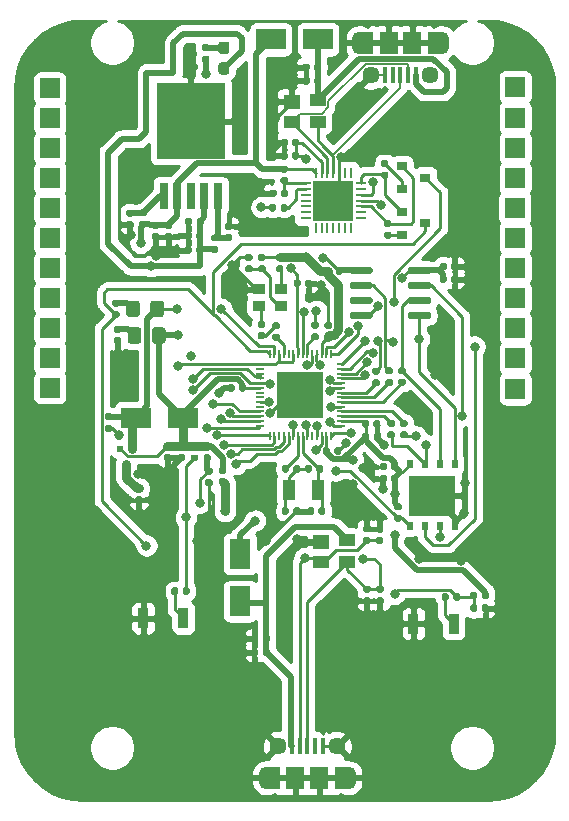
<source format=gbr>
%TF.GenerationSoftware,KiCad,Pcbnew,(5.1.6)-1*%
%TF.CreationDate,2022-06-17T09:40:27-05:00*%
%TF.ProjectId,ESP32-S2_Dev,45535033-322d-4533-925f-4465762e6b69,01*%
%TF.SameCoordinates,Original*%
%TF.FileFunction,Copper,L1,Top*%
%TF.FilePolarity,Positive*%
%FSLAX46Y46*%
G04 Gerber Fmt 4.6, Leading zero omitted, Abs format (unit mm)*
G04 Created by KiCad (PCBNEW (5.1.6)-1) date 2022-06-17 09:40:27*
%MOMM*%
%LPD*%
G01*
G04 APERTURE LIST*
%TA.AperFunction,SMDPad,CuDef*%
%ADD10R,1.800000X2.500000*%
%TD*%
%TA.AperFunction,SMDPad,CuDef*%
%ADD11R,2.500000X1.800000*%
%TD*%
%TA.AperFunction,SMDPad,CuDef*%
%ADD12R,0.500000X0.600000*%
%TD*%
%TA.AperFunction,SMDPad,CuDef*%
%ADD13R,1.050000X0.950000*%
%TD*%
%TA.AperFunction,ComponentPad*%
%ADD14R,1.700000X1.700000*%
%TD*%
%TA.AperFunction,SMDPad,CuDef*%
%ADD15R,4.013200X4.013200*%
%TD*%
%TA.AperFunction,SMDPad,CuDef*%
%ADD16R,0.204000X0.757199*%
%TD*%
%TA.AperFunction,SMDPad,CuDef*%
%ADD17R,0.757199X0.204000*%
%TD*%
%TA.AperFunction,SMDPad,CuDef*%
%ADD18R,1.200000X1.900000*%
%TD*%
%TA.AperFunction,ComponentPad*%
%ADD19O,1.200000X1.900000*%
%TD*%
%TA.AperFunction,SMDPad,CuDef*%
%ADD20R,1.500000X1.900000*%
%TD*%
%TA.AperFunction,ComponentPad*%
%ADD21C,1.450000*%
%TD*%
%TA.AperFunction,SMDPad,CuDef*%
%ADD22R,0.400000X1.350000*%
%TD*%
%TA.AperFunction,SMDPad,CuDef*%
%ADD23R,0.900000X1.700000*%
%TD*%
%TA.AperFunction,SMDPad,CuDef*%
%ADD24R,1.000000X1.800000*%
%TD*%
%TA.AperFunction,SMDPad,CuDef*%
%ADD25R,0.800000X2.200000*%
%TD*%
%TA.AperFunction,SMDPad,CuDef*%
%ADD26R,5.800001X6.400000*%
%TD*%
%TA.AperFunction,SMDPad,CuDef*%
%ADD27R,3.352800X3.352800*%
%TD*%
%TA.AperFunction,SMDPad,CuDef*%
%ADD28R,0.960399X0.254800*%
%TD*%
%TA.AperFunction,SMDPad,CuDef*%
%ADD29R,0.254800X0.960399*%
%TD*%
%TA.AperFunction,SMDPad,CuDef*%
%ADD30R,4.000000X3.400000*%
%TD*%
%TA.AperFunction,SMDPad,CuDef*%
%ADD31R,0.480000X0.700000*%
%TD*%
%TA.AperFunction,SMDPad,CuDef*%
%ADD32R,0.900000X0.800000*%
%TD*%
%TA.AperFunction,SMDPad,CuDef*%
%ADD33R,1.400000X1.000000*%
%TD*%
%TA.AperFunction,SMDPad,CuDef*%
%ADD34R,1.400000X1.200000*%
%TD*%
%TA.AperFunction,ViaPad*%
%ADD35C,0.800000*%
%TD*%
%TA.AperFunction,Conductor*%
%ADD36C,0.508000*%
%TD*%
%TA.AperFunction,Conductor*%
%ADD37C,0.254000*%
%TD*%
%TA.AperFunction,Conductor*%
%ADD38C,0.762000*%
%TD*%
%TA.AperFunction,Conductor*%
%ADD39C,0.250000*%
%TD*%
%TA.AperFunction,Conductor*%
%ADD40C,0.127000*%
%TD*%
G04 APERTURE END LIST*
%TO.P,R22,2*%
%TO.N,/RTS*%
%TA.AperFunction,SMDPad,CuDef*%
G36*
G01*
X128899700Y-86726400D02*
X128554700Y-86726400D01*
G75*
G02*
X128407200Y-86578900I0J147500D01*
G01*
X128407200Y-86283900D01*
G75*
G02*
X128554700Y-86136400I147500J0D01*
G01*
X128899700Y-86136400D01*
G75*
G02*
X129047200Y-86283900I0J-147500D01*
G01*
X129047200Y-86578900D01*
G75*
G02*
X128899700Y-86726400I-147500J0D01*
G01*
G37*
%TD.AperFunction*%
%TO.P,R22,1*%
%TO.N,Net-(Q3-Pad2)*%
%TA.AperFunction,SMDPad,CuDef*%
G36*
G01*
X128899700Y-87696400D02*
X128554700Y-87696400D01*
G75*
G02*
X128407200Y-87548900I0J147500D01*
G01*
X128407200Y-87253900D01*
G75*
G02*
X128554700Y-87106400I147500J0D01*
G01*
X128899700Y-87106400D01*
G75*
G02*
X129047200Y-87253900I0J-147500D01*
G01*
X129047200Y-87548900D01*
G75*
G02*
X128899700Y-87696400I-147500J0D01*
G01*
G37*
%TD.AperFunction*%
%TD*%
%TO.P,R21,2*%
%TO.N,/DTR*%
%TA.AperFunction,SMDPad,CuDef*%
G36*
G01*
X128300700Y-82031200D02*
X128645700Y-82031200D01*
G75*
G02*
X128793200Y-82178700I0J-147500D01*
G01*
X128793200Y-82473700D01*
G75*
G02*
X128645700Y-82621200I-147500J0D01*
G01*
X128300700Y-82621200D01*
G75*
G02*
X128153200Y-82473700I0J147500D01*
G01*
X128153200Y-82178700D01*
G75*
G02*
X128300700Y-82031200I147500J0D01*
G01*
G37*
%TD.AperFunction*%
%TO.P,R21,1*%
%TO.N,Net-(Q2-Pad2)*%
%TA.AperFunction,SMDPad,CuDef*%
G36*
G01*
X128300700Y-81061200D02*
X128645700Y-81061200D01*
G75*
G02*
X128793200Y-81208700I0J-147500D01*
G01*
X128793200Y-81503700D01*
G75*
G02*
X128645700Y-81651200I-147500J0D01*
G01*
X128300700Y-81651200D01*
G75*
G02*
X128153200Y-81503700I0J147500D01*
G01*
X128153200Y-81208700D01*
G75*
G02*
X128300700Y-81061200I147500J0D01*
G01*
G37*
%TD.AperFunction*%
%TD*%
%TO.P,R9,2*%
%TO.N,/MCU_3P3*%
%TA.AperFunction,SMDPad,CuDef*%
G36*
G01*
X136687200Y-118104700D02*
X136687200Y-117759700D01*
G75*
G02*
X136834700Y-117612200I147500J0D01*
G01*
X137129700Y-117612200D01*
G75*
G02*
X137277200Y-117759700I0J-147500D01*
G01*
X137277200Y-118104700D01*
G75*
G02*
X137129700Y-118252200I-147500J0D01*
G01*
X136834700Y-118252200D01*
G75*
G02*
X136687200Y-118104700I0J147500D01*
G01*
G37*
%TD.AperFunction*%
%TO.P,R9,1*%
%TO.N,/RST_PROG*%
%TA.AperFunction,SMDPad,CuDef*%
G36*
G01*
X135717200Y-118104700D02*
X135717200Y-117759700D01*
G75*
G02*
X135864700Y-117612200I147500J0D01*
G01*
X136159700Y-117612200D01*
G75*
G02*
X136307200Y-117759700I0J-147500D01*
G01*
X136307200Y-118104700D01*
G75*
G02*
X136159700Y-118252200I-147500J0D01*
G01*
X135864700Y-118252200D01*
G75*
G02*
X135717200Y-118104700I0J147500D01*
G01*
G37*
%TD.AperFunction*%
%TD*%
%TO.P,C37,2*%
%TO.N,GND*%
%TA.AperFunction,SMDPad,CuDef*%
G36*
G01*
X136692000Y-119171500D02*
X136692000Y-118826500D01*
G75*
G02*
X136839500Y-118679000I147500J0D01*
G01*
X137134500Y-118679000D01*
G75*
G02*
X137282000Y-118826500I0J-147500D01*
G01*
X137282000Y-119171500D01*
G75*
G02*
X137134500Y-119319000I-147500J0D01*
G01*
X136839500Y-119319000D01*
G75*
G02*
X136692000Y-119171500I0J147500D01*
G01*
G37*
%TD.AperFunction*%
%TO.P,C37,1*%
%TO.N,/RST_PROG*%
%TA.AperFunction,SMDPad,CuDef*%
G36*
G01*
X135722000Y-119171500D02*
X135722000Y-118826500D01*
G75*
G02*
X135869500Y-118679000I147500J0D01*
G01*
X136164500Y-118679000D01*
G75*
G02*
X136312000Y-118826500I0J-147500D01*
G01*
X136312000Y-119171500D01*
G75*
G02*
X136164500Y-119319000I-147500J0D01*
G01*
X135869500Y-119319000D01*
G75*
G02*
X135722000Y-119171500I0J147500D01*
G01*
G37*
%TD.AperFunction*%
%TD*%
D10*
%TO.P,D4,2*%
%TO.N,Net-(C10-Pad2)*%
X116230400Y-118408200D03*
%TO.P,D4,1*%
%TO.N,/USB_5P0*%
X116230400Y-114408200D03*
%TD*%
D11*
%TO.P,D5,2*%
%TO.N,Net-(C11-Pad2)*%
X122821200Y-70840600D03*
%TO.P,D5,1*%
%TO.N,/USB_5P0*%
X118821200Y-70840600D03*
%TD*%
D12*
%TO.P,Q1,3*%
%TO.N,Net-(Q1-Pad3)*%
X106578400Y-106796600D03*
%TO.P,Q1,2*%
%TO.N,/MCU_3P3*%
X106078400Y-105496600D03*
%TO.P,Q1,1*%
%TO.N,/LD0_3P3*%
X107078400Y-105496600D03*
%TD*%
D13*
%TO.P,Y1,1*%
%TO.N,Net-(R2-Pad1)*%
X119700400Y-91979000D03*
%TO.P,Y1,4*%
%TO.N,/MCU_3P3_R*%
X119700400Y-93429000D03*
%TO.P,Y1,3*%
%TO.N,/40MHz_RR*%
X117850400Y-93429000D03*
%TO.P,Y1,2*%
%TO.N,GND*%
X117850400Y-91979000D03*
%TD*%
%TO.P,C34,2*%
%TO.N,/MCU_3P3*%
%TA.AperFunction,SMDPad,CuDef*%
G36*
G01*
X123525500Y-95717000D02*
X123870500Y-95717000D01*
G75*
G02*
X124018000Y-95864500I0J-147500D01*
G01*
X124018000Y-96159500D01*
G75*
G02*
X123870500Y-96307000I-147500J0D01*
G01*
X123525500Y-96307000D01*
G75*
G02*
X123378000Y-96159500I0J147500D01*
G01*
X123378000Y-95864500D01*
G75*
G02*
X123525500Y-95717000I147500J0D01*
G01*
G37*
%TD.AperFunction*%
%TO.P,C34,1*%
%TO.N,GND*%
%TA.AperFunction,SMDPad,CuDef*%
G36*
G01*
X123525500Y-94747000D02*
X123870500Y-94747000D01*
G75*
G02*
X124018000Y-94894500I0J-147500D01*
G01*
X124018000Y-95189500D01*
G75*
G02*
X123870500Y-95337000I-147500J0D01*
G01*
X123525500Y-95337000D01*
G75*
G02*
X123378000Y-95189500I0J147500D01*
G01*
X123378000Y-94894500D01*
G75*
G02*
X123525500Y-94747000I147500J0D01*
G01*
G37*
%TD.AperFunction*%
%TD*%
D14*
%TO.P,IO13,1*%
%TO.N,/GPIO13*%
X100126800Y-95250000D03*
%TD*%
D15*
%TO.P,U3,57*%
%TO.N,GND*%
X121335800Y-100939600D03*
D16*
%TO.P,U3,56*%
%TO.N,/RST_PROG*%
X118735800Y-97487600D03*
%TO.P,U3,55*%
%TO.N,/GPIO46*%
X119135799Y-97487600D03*
%TO.P,U3,54*%
%TO.N,/MCU_3P3A*%
X119535801Y-97487600D03*
%TO.P,U3,53*%
%TO.N,/40MHz*%
X119935800Y-97487600D03*
%TO.P,U3,52*%
%TO.N,Net-(U3-Pad52)*%
X120335799Y-97487600D03*
%TO.P,U3,51*%
%TO.N,/MCU_3P3A*%
X120735801Y-97487600D03*
%TO.P,U3,50*%
%TO.N,/GPIO45*%
X121135800Y-97487600D03*
%TO.P,U3,49*%
%TO.N,/UART_RX*%
X121535800Y-97487600D03*
%TO.P,U3,48*%
%TO.N,Net-(R30-Pad1)*%
X121935799Y-97487600D03*
%TO.P,U3,47*%
%TO.N,/GPIO42*%
X122335801Y-97487600D03*
%TO.P,U3,46*%
%TO.N,/GPIO41*%
X122735800Y-97487600D03*
%TO.P,U3,45*%
%TO.N,/MCU_3P3*%
X123135799Y-97487600D03*
%TO.P,U3,44*%
%TO.N,/GPIO40*%
X123535801Y-97487600D03*
%TO.P,U3,43*%
%TO.N,/GPIO39*%
X123935800Y-97487600D03*
D17*
%TO.P,U3,42*%
%TO.N,/GPIO38*%
X124787800Y-98339600D03*
%TO.P,U3,41*%
%TO.N,/GPIO37*%
X124787800Y-98739599D03*
%TO.P,U3,40*%
%TO.N,/GPIO36*%
X124787800Y-99139601D03*
%TO.P,U3,39*%
%TO.N,/GPIO35*%
X124787800Y-99539600D03*
%TO.P,U3,38*%
%TO.N,/GPIO34*%
X124787800Y-99939599D03*
%TO.P,U3,37*%
%TO.N,/GPIO33*%
X124787800Y-100339601D03*
%TO.P,U3,36*%
%TO.N,Net-(R31-Pad1)*%
X124787800Y-100739600D03*
%TO.P,U3,35*%
%TO.N,Net-(R32-Pad1)*%
X124787800Y-101139600D03*
%TO.P,U3,34*%
%TO.N,Net-(R33-Pad1)*%
X124787800Y-101539599D03*
%TO.P,U3,33*%
%TO.N,/SPICS0*%
X124787800Y-101939601D03*
%TO.P,U3,32*%
%TO.N,Net-(R34-Pad1)*%
X124787800Y-102339600D03*
%TO.P,U3,31*%
%TO.N,Net-(R35-Pad1)*%
X124787800Y-102739599D03*
%TO.P,U3,30*%
%TO.N,/MCU_3P3*%
X124787800Y-103139601D03*
%TO.P,U3,29*%
%TO.N,/SPICS1*%
X124787800Y-103539600D03*
D16*
%TO.P,U3,28*%
%TO.N,/GPIO21*%
X123935800Y-104391600D03*
%TO.P,U3,27*%
%TO.N,/MCU_3P3*%
X123535801Y-104391600D03*
%TO.P,U3,26*%
%TO.N,/USB_DP*%
X123135799Y-104391600D03*
%TO.P,U3,25*%
%TO.N,/USB_DM*%
X122735800Y-104391600D03*
%TO.P,U3,24*%
%TO.N,/DAC2*%
X122335801Y-104391600D03*
%TO.P,U3,23*%
%TO.N,/DAC1*%
X121935799Y-104391600D03*
%TO.P,U3,22*%
%TO.N,/RTC_XTAL_N*%
X121535800Y-104391600D03*
%TO.P,U3,21*%
%TO.N,/RTC_XTAL_P*%
X121135800Y-104391600D03*
%TO.P,U3,20*%
%TO.N,/MCU_3P3*%
X120735801Y-104391600D03*
%TO.P,U3,19*%
%TO.N,/GPIO14*%
X120335799Y-104391600D03*
%TO.P,U3,18*%
%TO.N,/GPIO13*%
X119935800Y-104391600D03*
%TO.P,U3,17*%
%TO.N,/GPIO12*%
X119535801Y-104391600D03*
%TO.P,U3,16*%
%TO.N,/GPIO11*%
X119135799Y-104391600D03*
%TO.P,U3,15*%
%TO.N,/GPIO10*%
X118735800Y-104391600D03*
D17*
%TO.P,U3,14*%
%TO.N,/GPIO9*%
X117883800Y-103539600D03*
%TO.P,U3,13*%
%TO.N,/GPIO8*%
X117883800Y-103139601D03*
%TO.P,U3,12*%
%TO.N,/GPIO7*%
X117883800Y-102739599D03*
%TO.P,U3,11*%
%TO.N,/GPIO6*%
X117883800Y-102339600D03*
%TO.P,U3,10*%
%TO.N,/GPIO5*%
X117883800Y-101939601D03*
%TO.P,U3,9*%
%TO.N,/GPIO4*%
X117883800Y-101539599D03*
%TO.P,U3,8*%
%TO.N,/GPIO3*%
X117883800Y-101139600D03*
%TO.P,U3,7*%
%TO.N,/GPIO2*%
X117883800Y-100739600D03*
%TO.P,U3,6*%
%TO.N,/MCU_3P3*%
X117883800Y-100339601D03*
%TO.P,U3,5*%
%TO.N,/BOOT_PROG*%
X117883800Y-99939599D03*
%TO.P,U3,4*%
%TO.N,/MCU_3P3A_FILT*%
X117883800Y-99539600D03*
%TO.P,U3,3*%
X117883800Y-99139601D03*
%TO.P,U3,2*%
%TO.N,Net-(U3-Pad2)*%
X117883800Y-98739599D03*
%TO.P,U3,1*%
%TO.N,/MCU_3P3A*%
X117883800Y-98339600D03*
%TD*%
D18*
%TO.P,UART1,6*%
%TO.N,GND*%
X132710000Y-71120000D03*
X126910000Y-71120000D03*
D19*
X126310000Y-71120000D03*
X133310000Y-71120000D03*
D20*
X130810000Y-71120000D03*
D21*
X127310000Y-73820000D03*
D22*
%TO.P,UART1,3*%
%TO.N,/USB_DPlus*%
X129810000Y-73820000D03*
%TO.P,UART1,4*%
%TO.N,Net-(UART1-Pad4)*%
X129160000Y-73820000D03*
%TO.P,UART1,5*%
%TO.N,GND*%
X128510000Y-73820000D03*
%TO.P,UART1,1*%
%TO.N,Net-(C11-Pad2)*%
X131110000Y-73820000D03*
%TO.P,UART1,2*%
%TO.N,/USB_DMinus*%
X130460000Y-73820000D03*
D21*
%TO.P,UART1,6*%
%TO.N,GND*%
X132310000Y-73820000D03*
D20*
X128810000Y-71120000D03*
%TD*%
%TO.P,C36,2*%
%TO.N,/MCU_3P3*%
%TA.AperFunction,SMDPad,CuDef*%
G36*
G01*
X110256100Y-105575600D02*
X109911100Y-105575600D01*
G75*
G02*
X109763600Y-105428100I0J147500D01*
G01*
X109763600Y-105133100D01*
G75*
G02*
X109911100Y-104985600I147500J0D01*
G01*
X110256100Y-104985600D01*
G75*
G02*
X110403600Y-105133100I0J-147500D01*
G01*
X110403600Y-105428100D01*
G75*
G02*
X110256100Y-105575600I-147500J0D01*
G01*
G37*
%TD.AperFunction*%
%TO.P,C36,1*%
%TO.N,GND*%
%TA.AperFunction,SMDPad,CuDef*%
G36*
G01*
X110256100Y-106545600D02*
X109911100Y-106545600D01*
G75*
G02*
X109763600Y-106398100I0J147500D01*
G01*
X109763600Y-106103100D01*
G75*
G02*
X109911100Y-105955600I147500J0D01*
G01*
X110256100Y-105955600D01*
G75*
G02*
X110403600Y-106103100I0J-147500D01*
G01*
X110403600Y-106398100D01*
G75*
G02*
X110256100Y-106545600I-147500J0D01*
G01*
G37*
%TD.AperFunction*%
%TD*%
%TO.P,R41,2*%
%TO.N,/LD0_3P3*%
%TA.AperFunction,SMDPad,CuDef*%
G36*
G01*
X113898900Y-88328000D02*
X114243900Y-88328000D01*
G75*
G02*
X114391400Y-88475500I0J-147500D01*
G01*
X114391400Y-88770500D01*
G75*
G02*
X114243900Y-88918000I-147500J0D01*
G01*
X113898900Y-88918000D01*
G75*
G02*
X113751400Y-88770500I0J147500D01*
G01*
X113751400Y-88475500D01*
G75*
G02*
X113898900Y-88328000I147500J0D01*
G01*
G37*
%TD.AperFunction*%
%TO.P,R41,1*%
%TO.N,Net-(R17-Pad2)*%
%TA.AperFunction,SMDPad,CuDef*%
G36*
G01*
X113898900Y-87358000D02*
X114243900Y-87358000D01*
G75*
G02*
X114391400Y-87505500I0J-147500D01*
G01*
X114391400Y-87800500D01*
G75*
G02*
X114243900Y-87948000I-147500J0D01*
G01*
X113898900Y-87948000D01*
G75*
G02*
X113751400Y-87800500I0J147500D01*
G01*
X113751400Y-87505500D01*
G75*
G02*
X113898900Y-87358000I147500J0D01*
G01*
G37*
%TD.AperFunction*%
%TD*%
D23*
%TO.P,RST1,2*%
%TO.N,GND*%
X130911600Y-120319800D03*
%TO.P,RST1,1*%
%TO.N,Net-(R37-Pad1)*%
X134311600Y-120319800D03*
%TD*%
%TO.P,R38,2*%
%TO.N,/BOOT_PROG*%
%TA.AperFunction,SMDPad,CuDef*%
G36*
G01*
X111363400Y-117723700D02*
X111363400Y-117378700D01*
G75*
G02*
X111510900Y-117231200I147500J0D01*
G01*
X111805900Y-117231200D01*
G75*
G02*
X111953400Y-117378700I0J-147500D01*
G01*
X111953400Y-117723700D01*
G75*
G02*
X111805900Y-117871200I-147500J0D01*
G01*
X111510900Y-117871200D01*
G75*
G02*
X111363400Y-117723700I0J147500D01*
G01*
G37*
%TD.AperFunction*%
%TO.P,R38,1*%
%TO.N,Net-(BOOT1-Pad1)*%
%TA.AperFunction,SMDPad,CuDef*%
G36*
G01*
X110393400Y-117723700D02*
X110393400Y-117378700D01*
G75*
G02*
X110540900Y-117231200I147500J0D01*
G01*
X110835900Y-117231200D01*
G75*
G02*
X110983400Y-117378700I0J-147500D01*
G01*
X110983400Y-117723700D01*
G75*
G02*
X110835900Y-117871200I-147500J0D01*
G01*
X110540900Y-117871200D01*
G75*
G02*
X110393400Y-117723700I0J147500D01*
G01*
G37*
%TD.AperFunction*%
%TD*%
%TO.P,R37,2*%
%TO.N,/RST_PROG*%
%TA.AperFunction,SMDPad,CuDef*%
G36*
G01*
X134279000Y-118206300D02*
X134279000Y-117861300D01*
G75*
G02*
X134426500Y-117713800I147500J0D01*
G01*
X134721500Y-117713800D01*
G75*
G02*
X134869000Y-117861300I0J-147500D01*
G01*
X134869000Y-118206300D01*
G75*
G02*
X134721500Y-118353800I-147500J0D01*
G01*
X134426500Y-118353800D01*
G75*
G02*
X134279000Y-118206300I0J147500D01*
G01*
G37*
%TD.AperFunction*%
%TO.P,R37,1*%
%TO.N,Net-(R37-Pad1)*%
%TA.AperFunction,SMDPad,CuDef*%
G36*
G01*
X133309000Y-118206300D02*
X133309000Y-117861300D01*
G75*
G02*
X133456500Y-117713800I147500J0D01*
G01*
X133751500Y-117713800D01*
G75*
G02*
X133899000Y-117861300I0J-147500D01*
G01*
X133899000Y-118206300D01*
G75*
G02*
X133751500Y-118353800I-147500J0D01*
G01*
X133456500Y-118353800D01*
G75*
G02*
X133309000Y-118206300I0J147500D01*
G01*
G37*
%TD.AperFunction*%
%TD*%
%TO.P,BOOT1,2*%
%TO.N,GND*%
X108028000Y-119837200D03*
%TO.P,BOOT1,1*%
%TO.N,Net-(BOOT1-Pad1)*%
X111428000Y-119837200D03*
%TD*%
D24*
%TO.P,Y2,2*%
%TO.N,Net-(C5-Pad2)*%
X120345200Y-108991400D03*
%TO.P,Y2,1*%
%TO.N,/RTC_XTAL_N*%
X122845200Y-108991400D03*
%TD*%
%TO.P,USER_LED1,2*%
%TO.N,/LD0_3P3*%
%TA.AperFunction,SMDPad,CuDef*%
G36*
G01*
X114621300Y-72776800D02*
X115096300Y-72776800D01*
G75*
G02*
X115333800Y-73014300I0J-237500D01*
G01*
X115333800Y-73589300D01*
G75*
G02*
X115096300Y-73826800I-237500J0D01*
G01*
X114621300Y-73826800D01*
G75*
G02*
X114383800Y-73589300I0J237500D01*
G01*
X114383800Y-73014300D01*
G75*
G02*
X114621300Y-72776800I237500J0D01*
G01*
G37*
%TD.AperFunction*%
%TO.P,USER_LED1,1*%
%TO.N,Net-(R28-Pad2)*%
%TA.AperFunction,SMDPad,CuDef*%
G36*
G01*
X114621300Y-71026800D02*
X115096300Y-71026800D01*
G75*
G02*
X115333800Y-71264300I0J-237500D01*
G01*
X115333800Y-71839300D01*
G75*
G02*
X115096300Y-72076800I-237500J0D01*
G01*
X114621300Y-72076800D01*
G75*
G02*
X114383800Y-71839300I0J237500D01*
G01*
X114383800Y-71264300D01*
G75*
G02*
X114621300Y-71026800I237500J0D01*
G01*
G37*
%TD.AperFunction*%
%TD*%
D18*
%TO.P,USB1,6*%
%TO.N,GND*%
X119020000Y-133350000D03*
X124820000Y-133350000D03*
D19*
X125420000Y-133350000D03*
X118420000Y-133350000D03*
D20*
X120920000Y-133350000D03*
D21*
X124420000Y-130650000D03*
D22*
%TO.P,USB1,3*%
%TO.N,/USB_DP*%
X121920000Y-130650000D03*
%TO.P,USB1,4*%
%TO.N,Net-(USB1-Pad4)*%
X122570000Y-130650000D03*
%TO.P,USB1,5*%
%TO.N,GND*%
X123220000Y-130650000D03*
%TO.P,USB1,1*%
%TO.N,Net-(C10-Pad2)*%
X120620000Y-130650000D03*
%TO.P,USB1,2*%
%TO.N,/USB_DM*%
X121270000Y-130650000D03*
D21*
%TO.P,USB1,6*%
%TO.N,GND*%
X119420000Y-130650000D03*
D20*
X122920000Y-133350000D03*
%TD*%
D25*
%TO.P,U2,1*%
%TO.N,Net-(C6-Pad2)*%
X109784800Y-84057600D03*
%TO.P,U2,2*%
%TO.N,/USB_5P0*%
X110924800Y-84057600D03*
%TO.P,U2,3*%
%TO.N,Net-(U2-Pad3)*%
X112064800Y-84057600D03*
%TO.P,U2,4*%
%TO.N,/LD0_3P3*%
X113204800Y-84057600D03*
%TO.P,U2,5*%
%TO.N,Net-(R17-Pad2)*%
X114344800Y-84057600D03*
D26*
%TO.P,U2,FIN*%
%TO.N,GND*%
X112064800Y-77757600D03*
%TD*%
D27*
%TO.P,U1,3*%
%TO.N,GND*%
X124129800Y-84480400D03*
D28*
%TO.P,U1,28*%
%TO.N,/DTR*%
X126451500Y-82980400D03*
%TO.P,U1,27*%
%TO.N,Net-(U1-Pad27)*%
X126451500Y-83480399D03*
%TO.P,U1,26*%
%TO.N,/UART_RX*%
X126451500Y-83980401D03*
%TO.P,U1,25*%
%TO.N,/UART_TX*%
X126451500Y-84480400D03*
%TO.P,U1,24*%
%TO.N,/RTS*%
X126451500Y-84980399D03*
%TO.P,U1,23*%
%TO.N,Net-(U1-Pad23)*%
X126451500Y-85480401D03*
%TO.P,U1,22*%
%TO.N,Net-(U1-Pad22)*%
X126451500Y-85980400D03*
D29*
%TO.P,U1,21*%
%TO.N,Net-(U1-Pad21)*%
X125629800Y-86802100D03*
%TO.P,U1,20*%
%TO.N,Net-(U1-Pad20)*%
X125129801Y-86802100D03*
%TO.P,U1,19*%
%TO.N,Net-(U1-Pad19)*%
X124629799Y-86802100D03*
%TO.P,U1,18*%
%TO.N,Net-(U1-Pad18)*%
X124129800Y-86802100D03*
%TO.P,U1,17*%
%TO.N,Net-(U1-Pad17)*%
X123629801Y-86802100D03*
%TO.P,U1,16*%
%TO.N,Net-(U1-Pad16)*%
X123129799Y-86802100D03*
%TO.P,U1,15*%
%TO.N,Net-(U1-Pad15)*%
X122629800Y-86802100D03*
D28*
%TO.P,U1,14*%
%TO.N,Net-(U1-Pad14)*%
X121808100Y-85980400D03*
%TO.P,U1,13*%
%TO.N,Net-(U1-Pad13)*%
X121808100Y-85480401D03*
%TO.P,U1,12*%
%TO.N,Net-(U1-Pad12)*%
X121808100Y-84980399D03*
%TO.P,U1,11*%
%TO.N,Net-(U1-Pad11)*%
X121808100Y-84480400D03*
%TO.P,U1,10*%
%TO.N,Net-(U1-Pad10)*%
X121808100Y-83980401D03*
%TO.P,U1,9*%
%TO.N,Net-(R14-Pad2)*%
X121808100Y-83480399D03*
%TO.P,U1,8*%
%TO.N,Net-(R10-Pad2)*%
X121808100Y-82980400D03*
D29*
%TO.P,U1,7*%
%TO.N,/USB_5P0*%
X122629800Y-82158700D03*
%TO.P,U1,6*%
%TO.N,/CP2102_VDD*%
X123129799Y-82158700D03*
%TO.P,U1,5*%
%TO.N,/USB_DMinus*%
X123629801Y-82158700D03*
%TO.P,U1,4*%
%TO.N,/USB_DPlus*%
X124129800Y-82158700D03*
%TO.P,U1,3*%
%TO.N,GND*%
X124629799Y-82158700D03*
%TO.P,U1,2*%
%TO.N,Net-(U1-Pad2)*%
X125129801Y-82158700D03*
%TO.P,U1,1*%
%TO.N,Net-(U1-Pad1)*%
X125629800Y-82158700D03*
%TD*%
%TO.P,SRAM1,8*%
%TO.N,/MCU_3P3*%
%TA.AperFunction,SMDPad,CuDef*%
G36*
G01*
X130455800Y-90548600D02*
X130455800Y-90248600D01*
G75*
G02*
X130605800Y-90098600I150000J0D01*
G01*
X132255800Y-90098600D01*
G75*
G02*
X132405800Y-90248600I0J-150000D01*
G01*
X132405800Y-90548600D01*
G75*
G02*
X132255800Y-90698600I-150000J0D01*
G01*
X130605800Y-90698600D01*
G75*
G02*
X130455800Y-90548600I0J150000D01*
G01*
G37*
%TD.AperFunction*%
%TO.P,SRAM1,7*%
%TO.N,/SPIHD*%
%TA.AperFunction,SMDPad,CuDef*%
G36*
G01*
X130455800Y-91818600D02*
X130455800Y-91518600D01*
G75*
G02*
X130605800Y-91368600I150000J0D01*
G01*
X132255800Y-91368600D01*
G75*
G02*
X132405800Y-91518600I0J-150000D01*
G01*
X132405800Y-91818600D01*
G75*
G02*
X132255800Y-91968600I-150000J0D01*
G01*
X130605800Y-91968600D01*
G75*
G02*
X130455800Y-91818600I0J150000D01*
G01*
G37*
%TD.AperFunction*%
%TO.P,SRAM1,6*%
%TO.N,/SPICLK*%
%TA.AperFunction,SMDPad,CuDef*%
G36*
G01*
X130455800Y-93088600D02*
X130455800Y-92788600D01*
G75*
G02*
X130605800Y-92638600I150000J0D01*
G01*
X132255800Y-92638600D01*
G75*
G02*
X132405800Y-92788600I0J-150000D01*
G01*
X132405800Y-93088600D01*
G75*
G02*
X132255800Y-93238600I-150000J0D01*
G01*
X130605800Y-93238600D01*
G75*
G02*
X130455800Y-93088600I0J150000D01*
G01*
G37*
%TD.AperFunction*%
%TO.P,SRAM1,5*%
%TO.N,/SPID*%
%TA.AperFunction,SMDPad,CuDef*%
G36*
G01*
X130455800Y-94358600D02*
X130455800Y-94058600D01*
G75*
G02*
X130605800Y-93908600I150000J0D01*
G01*
X132255800Y-93908600D01*
G75*
G02*
X132405800Y-94058600I0J-150000D01*
G01*
X132405800Y-94358600D01*
G75*
G02*
X132255800Y-94508600I-150000J0D01*
G01*
X130605800Y-94508600D01*
G75*
G02*
X130455800Y-94358600I0J150000D01*
G01*
G37*
%TD.AperFunction*%
%TO.P,SRAM1,4*%
%TO.N,GND*%
%TA.AperFunction,SMDPad,CuDef*%
G36*
G01*
X125505800Y-94358600D02*
X125505800Y-94058600D01*
G75*
G02*
X125655800Y-93908600I150000J0D01*
G01*
X127305800Y-93908600D01*
G75*
G02*
X127455800Y-94058600I0J-150000D01*
G01*
X127455800Y-94358600D01*
G75*
G02*
X127305800Y-94508600I-150000J0D01*
G01*
X125655800Y-94508600D01*
G75*
G02*
X125505800Y-94358600I0J150000D01*
G01*
G37*
%TD.AperFunction*%
%TO.P,SRAM1,3*%
%TO.N,Net-(SRAM1-Pad3)*%
%TA.AperFunction,SMDPad,CuDef*%
G36*
G01*
X125505800Y-93088600D02*
X125505800Y-92788600D01*
G75*
G02*
X125655800Y-92638600I150000J0D01*
G01*
X127305800Y-92638600D01*
G75*
G02*
X127455800Y-92788600I0J-150000D01*
G01*
X127455800Y-93088600D01*
G75*
G02*
X127305800Y-93238600I-150000J0D01*
G01*
X125655800Y-93238600D01*
G75*
G02*
X125505800Y-93088600I0J150000D01*
G01*
G37*
%TD.AperFunction*%
%TO.P,SRAM1,2*%
%TO.N,/SPIQ*%
%TA.AperFunction,SMDPad,CuDef*%
G36*
G01*
X125505800Y-91818600D02*
X125505800Y-91518600D01*
G75*
G02*
X125655800Y-91368600I150000J0D01*
G01*
X127305800Y-91368600D01*
G75*
G02*
X127455800Y-91518600I0J-150000D01*
G01*
X127455800Y-91818600D01*
G75*
G02*
X127305800Y-91968600I-150000J0D01*
G01*
X125655800Y-91968600D01*
G75*
G02*
X125505800Y-91818600I0J150000D01*
G01*
G37*
%TD.AperFunction*%
%TO.P,SRAM1,1*%
%TO.N,/SPICS1*%
%TA.AperFunction,SMDPad,CuDef*%
G36*
G01*
X125505800Y-90548600D02*
X125505800Y-90248600D01*
G75*
G02*
X125655800Y-90098600I150000J0D01*
G01*
X127305800Y-90098600D01*
G75*
G02*
X127455800Y-90248600I0J-150000D01*
G01*
X127455800Y-90548600D01*
G75*
G02*
X127305800Y-90698600I-150000J0D01*
G01*
X125655800Y-90698600D01*
G75*
G02*
X125505800Y-90548600I0J150000D01*
G01*
G37*
%TD.AperFunction*%
%TD*%
D30*
%TO.P,SPI_FLASH_16Mb1,4*%
%TO.N,GND*%
X132490200Y-109484400D03*
D31*
%TO.P,SPI_FLASH_16Mb1,8*%
%TO.N,/MCU_3P3*%
X130593200Y-106770400D03*
%TO.P,SPI_FLASH_16Mb1,7*%
%TO.N,/SPIHD*%
X131863200Y-106770400D03*
%TO.P,SPI_FLASH_16Mb1,6*%
%TO.N,/SPICLK*%
X133133200Y-106770400D03*
%TO.P,SPI_FLASH_16Mb1,5*%
%TO.N,/SPID*%
X134403200Y-106770400D03*
%TO.P,SPI_FLASH_16Mb1,4*%
%TO.N,GND*%
X134403200Y-112070400D03*
%TO.P,SPI_FLASH_16Mb1,3*%
%TO.N,/SPIWP*%
X133133200Y-112070400D03*
%TO.P,SPI_FLASH_16Mb1,2*%
%TO.N,/SPIQ*%
X131863200Y-112070400D03*
%TO.P,SPI_FLASH_16Mb1,1*%
%TO.N,/SPICS0*%
X130593200Y-112070400D03*
%TD*%
%TO.P,RESET_EN1,2*%
%TO.N,/LD0_3P3*%
%TA.AperFunction,SMDPad,CuDef*%
G36*
G01*
X108645000Y-94099801D02*
X108645000Y-93199799D01*
G75*
G02*
X108894999Y-92949800I249999J0D01*
G01*
X109545001Y-92949800D01*
G75*
G02*
X109795000Y-93199799I0J-249999D01*
G01*
X109795000Y-94099801D01*
G75*
G02*
X109545001Y-94349800I-249999J0D01*
G01*
X108894999Y-94349800D01*
G75*
G02*
X108645000Y-94099801I0J249999D01*
G01*
G37*
%TD.AperFunction*%
%TO.P,RESET_EN1,1*%
%TO.N,Net-(R26-Pad2)*%
%TA.AperFunction,SMDPad,CuDef*%
G36*
G01*
X106595000Y-94099801D02*
X106595000Y-93199799D01*
G75*
G02*
X106844999Y-92949800I249999J0D01*
G01*
X107495001Y-92949800D01*
G75*
G02*
X107745000Y-93199799I0J-249999D01*
G01*
X107745000Y-94099801D01*
G75*
G02*
X107495001Y-94349800I-249999J0D01*
G01*
X106844999Y-94349800D01*
G75*
G02*
X106595000Y-94099801I0J249999D01*
G01*
G37*
%TD.AperFunction*%
%TD*%
%TO.P,R36,2*%
%TO.N,GND*%
%TA.AperFunction,SMDPad,CuDef*%
G36*
G01*
X121726600Y-91663300D02*
X121726600Y-91318300D01*
G75*
G02*
X121874100Y-91170800I147500J0D01*
G01*
X122169100Y-91170800D01*
G75*
G02*
X122316600Y-91318300I0J-147500D01*
G01*
X122316600Y-91663300D01*
G75*
G02*
X122169100Y-91810800I-147500J0D01*
G01*
X121874100Y-91810800D01*
G75*
G02*
X121726600Y-91663300I0J147500D01*
G01*
G37*
%TD.AperFunction*%
%TO.P,R36,1*%
%TO.N,/GPIO45*%
%TA.AperFunction,SMDPad,CuDef*%
G36*
G01*
X120756600Y-91663300D02*
X120756600Y-91318300D01*
G75*
G02*
X120904100Y-91170800I147500J0D01*
G01*
X121199100Y-91170800D01*
G75*
G02*
X121346600Y-91318300I0J-147500D01*
G01*
X121346600Y-91663300D01*
G75*
G02*
X121199100Y-91810800I-147500J0D01*
G01*
X120904100Y-91810800D01*
G75*
G02*
X120756600Y-91663300I0J147500D01*
G01*
G37*
%TD.AperFunction*%
%TD*%
%TO.P,R35,2*%
%TO.N,/SPIHD*%
%TA.AperFunction,SMDPad,CuDef*%
G36*
G01*
X128859500Y-104022800D02*
X129204500Y-104022800D01*
G75*
G02*
X129352000Y-104170300I0J-147500D01*
G01*
X129352000Y-104465300D01*
G75*
G02*
X129204500Y-104612800I-147500J0D01*
G01*
X128859500Y-104612800D01*
G75*
G02*
X128712000Y-104465300I0J147500D01*
G01*
X128712000Y-104170300D01*
G75*
G02*
X128859500Y-104022800I147500J0D01*
G01*
G37*
%TD.AperFunction*%
%TO.P,R35,1*%
%TO.N,Net-(R35-Pad1)*%
%TA.AperFunction,SMDPad,CuDef*%
G36*
G01*
X128859500Y-103052800D02*
X129204500Y-103052800D01*
G75*
G02*
X129352000Y-103200300I0J-147500D01*
G01*
X129352000Y-103495300D01*
G75*
G02*
X129204500Y-103642800I-147500J0D01*
G01*
X128859500Y-103642800D01*
G75*
G02*
X128712000Y-103495300I0J147500D01*
G01*
X128712000Y-103200300D01*
G75*
G02*
X128859500Y-103052800I147500J0D01*
G01*
G37*
%TD.AperFunction*%
%TD*%
%TO.P,R34,2*%
%TO.N,/SPIWP*%
%TA.AperFunction,SMDPad,CuDef*%
G36*
G01*
X129926300Y-104027600D02*
X130271300Y-104027600D01*
G75*
G02*
X130418800Y-104175100I0J-147500D01*
G01*
X130418800Y-104470100D01*
G75*
G02*
X130271300Y-104617600I-147500J0D01*
G01*
X129926300Y-104617600D01*
G75*
G02*
X129778800Y-104470100I0J147500D01*
G01*
X129778800Y-104175100D01*
G75*
G02*
X129926300Y-104027600I147500J0D01*
G01*
G37*
%TD.AperFunction*%
%TO.P,R34,1*%
%TO.N,Net-(R34-Pad1)*%
%TA.AperFunction,SMDPad,CuDef*%
G36*
G01*
X129926300Y-103057600D02*
X130271300Y-103057600D01*
G75*
G02*
X130418800Y-103205100I0J-147500D01*
G01*
X130418800Y-103500100D01*
G75*
G02*
X130271300Y-103647600I-147500J0D01*
G01*
X129926300Y-103647600D01*
G75*
G02*
X129778800Y-103500100I0J147500D01*
G01*
X129778800Y-103205100D01*
G75*
G02*
X129926300Y-103057600I147500J0D01*
G01*
G37*
%TD.AperFunction*%
%TD*%
%TO.P,R33,2*%
%TO.N,/SPICLK*%
%TA.AperFunction,SMDPad,CuDef*%
G36*
G01*
X130118900Y-99202600D02*
X129773900Y-99202600D01*
G75*
G02*
X129626400Y-99055100I0J147500D01*
G01*
X129626400Y-98760100D01*
G75*
G02*
X129773900Y-98612600I147500J0D01*
G01*
X130118900Y-98612600D01*
G75*
G02*
X130266400Y-98760100I0J-147500D01*
G01*
X130266400Y-99055100D01*
G75*
G02*
X130118900Y-99202600I-147500J0D01*
G01*
G37*
%TD.AperFunction*%
%TO.P,R33,1*%
%TO.N,Net-(R33-Pad1)*%
%TA.AperFunction,SMDPad,CuDef*%
G36*
G01*
X130118900Y-100172600D02*
X129773900Y-100172600D01*
G75*
G02*
X129626400Y-100025100I0J147500D01*
G01*
X129626400Y-99730100D01*
G75*
G02*
X129773900Y-99582600I147500J0D01*
G01*
X130118900Y-99582600D01*
G75*
G02*
X130266400Y-99730100I0J-147500D01*
G01*
X130266400Y-100025100D01*
G75*
G02*
X130118900Y-100172600I-147500J0D01*
G01*
G37*
%TD.AperFunction*%
%TD*%
%TO.P,R32,2*%
%TO.N,/SPIQ*%
%TA.AperFunction,SMDPad,CuDef*%
G36*
G01*
X129026700Y-99202600D02*
X128681700Y-99202600D01*
G75*
G02*
X128534200Y-99055100I0J147500D01*
G01*
X128534200Y-98760100D01*
G75*
G02*
X128681700Y-98612600I147500J0D01*
G01*
X129026700Y-98612600D01*
G75*
G02*
X129174200Y-98760100I0J-147500D01*
G01*
X129174200Y-99055100D01*
G75*
G02*
X129026700Y-99202600I-147500J0D01*
G01*
G37*
%TD.AperFunction*%
%TO.P,R32,1*%
%TO.N,Net-(R32-Pad1)*%
%TA.AperFunction,SMDPad,CuDef*%
G36*
G01*
X129026700Y-100172600D02*
X128681700Y-100172600D01*
G75*
G02*
X128534200Y-100025100I0J147500D01*
G01*
X128534200Y-99730100D01*
G75*
G02*
X128681700Y-99582600I147500J0D01*
G01*
X129026700Y-99582600D01*
G75*
G02*
X129174200Y-99730100I0J-147500D01*
G01*
X129174200Y-100025100D01*
G75*
G02*
X129026700Y-100172600I-147500J0D01*
G01*
G37*
%TD.AperFunction*%
%TD*%
%TO.P,R31,2*%
%TO.N,/SPID*%
%TA.AperFunction,SMDPad,CuDef*%
G36*
G01*
X127909100Y-99225600D02*
X127564100Y-99225600D01*
G75*
G02*
X127416600Y-99078100I0J147500D01*
G01*
X127416600Y-98783100D01*
G75*
G02*
X127564100Y-98635600I147500J0D01*
G01*
X127909100Y-98635600D01*
G75*
G02*
X128056600Y-98783100I0J-147500D01*
G01*
X128056600Y-99078100D01*
G75*
G02*
X127909100Y-99225600I-147500J0D01*
G01*
G37*
%TD.AperFunction*%
%TO.P,R31,1*%
%TO.N,Net-(R31-Pad1)*%
%TA.AperFunction,SMDPad,CuDef*%
G36*
G01*
X127909100Y-100195600D02*
X127564100Y-100195600D01*
G75*
G02*
X127416600Y-100048100I0J147500D01*
G01*
X127416600Y-99753100D01*
G75*
G02*
X127564100Y-99605600I147500J0D01*
G01*
X127909100Y-99605600D01*
G75*
G02*
X128056600Y-99753100I0J-147500D01*
G01*
X128056600Y-100048100D01*
G75*
G02*
X127909100Y-100195600I-147500J0D01*
G01*
G37*
%TD.AperFunction*%
%TD*%
%TO.P,R30,2*%
%TO.N,/UART_TX*%
%TA.AperFunction,SMDPad,CuDef*%
G36*
G01*
X122752900Y-95337000D02*
X122407900Y-95337000D01*
G75*
G02*
X122260400Y-95189500I0J147500D01*
G01*
X122260400Y-94894500D01*
G75*
G02*
X122407900Y-94747000I147500J0D01*
G01*
X122752900Y-94747000D01*
G75*
G02*
X122900400Y-94894500I0J-147500D01*
G01*
X122900400Y-95189500D01*
G75*
G02*
X122752900Y-95337000I-147500J0D01*
G01*
G37*
%TD.AperFunction*%
%TO.P,R30,1*%
%TO.N,Net-(R30-Pad1)*%
%TA.AperFunction,SMDPad,CuDef*%
G36*
G01*
X122752900Y-96307000D02*
X122407900Y-96307000D01*
G75*
G02*
X122260400Y-96159500I0J147500D01*
G01*
X122260400Y-95864500D01*
G75*
G02*
X122407900Y-95717000I147500J0D01*
G01*
X122752900Y-95717000D01*
G75*
G02*
X122900400Y-95864500I0J-147500D01*
G01*
X122900400Y-96159500D01*
G75*
G02*
X122752900Y-96307000I-147500J0D01*
G01*
G37*
%TD.AperFunction*%
%TD*%
%TO.P,R28,2*%
%TO.N,Net-(R28-Pad2)*%
%TA.AperFunction,SMDPad,CuDef*%
G36*
G01*
X113481900Y-71827400D02*
X113136900Y-71827400D01*
G75*
G02*
X112989400Y-71679900I0J147500D01*
G01*
X112989400Y-71384900D01*
G75*
G02*
X113136900Y-71237400I147500J0D01*
G01*
X113481900Y-71237400D01*
G75*
G02*
X113629400Y-71384900I0J-147500D01*
G01*
X113629400Y-71679900D01*
G75*
G02*
X113481900Y-71827400I-147500J0D01*
G01*
G37*
%TD.AperFunction*%
%TO.P,R28,1*%
%TO.N,/GPIO4*%
%TA.AperFunction,SMDPad,CuDef*%
G36*
G01*
X113481900Y-72797400D02*
X113136900Y-72797400D01*
G75*
G02*
X112989400Y-72649900I0J147500D01*
G01*
X112989400Y-72354900D01*
G75*
G02*
X113136900Y-72207400I147500J0D01*
G01*
X113481900Y-72207400D01*
G75*
G02*
X113629400Y-72354900I0J-147500D01*
G01*
X113629400Y-72649900D01*
G75*
G02*
X113481900Y-72797400I-147500J0D01*
G01*
G37*
%TD.AperFunction*%
%TD*%
%TO.P,R26,2*%
%TO.N,Net-(R26-Pad2)*%
%TA.AperFunction,SMDPad,CuDef*%
G36*
G01*
X105887300Y-93462200D02*
X105542300Y-93462200D01*
G75*
G02*
X105394800Y-93314700I0J147500D01*
G01*
X105394800Y-93019700D01*
G75*
G02*
X105542300Y-92872200I147500J0D01*
G01*
X105887300Y-92872200D01*
G75*
G02*
X106034800Y-93019700I0J-147500D01*
G01*
X106034800Y-93314700D01*
G75*
G02*
X105887300Y-93462200I-147500J0D01*
G01*
G37*
%TD.AperFunction*%
%TO.P,R26,1*%
%TO.N,/RST_PROG*%
%TA.AperFunction,SMDPad,CuDef*%
G36*
G01*
X105887300Y-94432200D02*
X105542300Y-94432200D01*
G75*
G02*
X105394800Y-94284700I0J147500D01*
G01*
X105394800Y-93989700D01*
G75*
G02*
X105542300Y-93842200I147500J0D01*
G01*
X105887300Y-93842200D01*
G75*
G02*
X106034800Y-93989700I0J-147500D01*
G01*
X106034800Y-94284700D01*
G75*
G02*
X105887300Y-94432200I-147500J0D01*
G01*
G37*
%TD.AperFunction*%
%TD*%
%TO.P,R24,2*%
%TO.N,GND*%
%TA.AperFunction,SMDPad,CuDef*%
G36*
G01*
X128213900Y-112588400D02*
X127868900Y-112588400D01*
G75*
G02*
X127721400Y-112440900I0J147500D01*
G01*
X127721400Y-112145900D01*
G75*
G02*
X127868900Y-111998400I147500J0D01*
G01*
X128213900Y-111998400D01*
G75*
G02*
X128361400Y-112145900I0J-147500D01*
G01*
X128361400Y-112440900D01*
G75*
G02*
X128213900Y-112588400I-147500J0D01*
G01*
G37*
%TD.AperFunction*%
%TO.P,R24,1*%
%TO.N,/USB_DM*%
%TA.AperFunction,SMDPad,CuDef*%
G36*
G01*
X128213900Y-113558400D02*
X127868900Y-113558400D01*
G75*
G02*
X127721400Y-113410900I0J147500D01*
G01*
X127721400Y-113115900D01*
G75*
G02*
X127868900Y-112968400I147500J0D01*
G01*
X128213900Y-112968400D01*
G75*
G02*
X128361400Y-113115900I0J-147500D01*
G01*
X128361400Y-113410900D01*
G75*
G02*
X128213900Y-113558400I-147500J0D01*
G01*
G37*
%TD.AperFunction*%
%TD*%
%TO.P,R23,2*%
%TO.N,/LD0_3P3*%
%TA.AperFunction,SMDPad,CuDef*%
G36*
G01*
X112531800Y-88843900D02*
X112531800Y-88498900D01*
G75*
G02*
X112679300Y-88351400I147500J0D01*
G01*
X112974300Y-88351400D01*
G75*
G02*
X113121800Y-88498900I0J-147500D01*
G01*
X113121800Y-88843900D01*
G75*
G02*
X112974300Y-88991400I-147500J0D01*
G01*
X112679300Y-88991400D01*
G75*
G02*
X112531800Y-88843900I0J147500D01*
G01*
G37*
%TD.AperFunction*%
%TO.P,R23,1*%
%TO.N,GND*%
%TA.AperFunction,SMDPad,CuDef*%
G36*
G01*
X111561800Y-88843900D02*
X111561800Y-88498900D01*
G75*
G02*
X111709300Y-88351400I147500J0D01*
G01*
X112004300Y-88351400D01*
G75*
G02*
X112151800Y-88498900I0J-147500D01*
G01*
X112151800Y-88843900D01*
G75*
G02*
X112004300Y-88991400I-147500J0D01*
G01*
X111709300Y-88991400D01*
G75*
G02*
X111561800Y-88843900I0J147500D01*
G01*
G37*
%TD.AperFunction*%
%TD*%
%TO.P,R20,2*%
%TO.N,/MCU_3P3A*%
%TA.AperFunction,SMDPad,CuDef*%
G36*
G01*
X114584700Y-107990000D02*
X114929700Y-107990000D01*
G75*
G02*
X115077200Y-108137500I0J-147500D01*
G01*
X115077200Y-108432500D01*
G75*
G02*
X114929700Y-108580000I-147500J0D01*
G01*
X114584700Y-108580000D01*
G75*
G02*
X114437200Y-108432500I0J147500D01*
G01*
X114437200Y-108137500D01*
G75*
G02*
X114584700Y-107990000I147500J0D01*
G01*
G37*
%TD.AperFunction*%
%TO.P,R20,1*%
%TO.N,/MCU_3P3*%
%TA.AperFunction,SMDPad,CuDef*%
G36*
G01*
X114584700Y-107020000D02*
X114929700Y-107020000D01*
G75*
G02*
X115077200Y-107167500I0J-147500D01*
G01*
X115077200Y-107462500D01*
G75*
G02*
X114929700Y-107610000I-147500J0D01*
G01*
X114584700Y-107610000D01*
G75*
G02*
X114437200Y-107462500I0J147500D01*
G01*
X114437200Y-107167500D01*
G75*
G02*
X114584700Y-107020000I147500J0D01*
G01*
G37*
%TD.AperFunction*%
%TD*%
%TO.P,R19,2*%
%TO.N,GND*%
%TA.AperFunction,SMDPad,CuDef*%
G36*
G01*
X127894300Y-118071400D02*
X128239300Y-118071400D01*
G75*
G02*
X128386800Y-118218900I0J-147500D01*
G01*
X128386800Y-118513900D01*
G75*
G02*
X128239300Y-118661400I-147500J0D01*
G01*
X127894300Y-118661400D01*
G75*
G02*
X127746800Y-118513900I0J147500D01*
G01*
X127746800Y-118218900D01*
G75*
G02*
X127894300Y-118071400I147500J0D01*
G01*
G37*
%TD.AperFunction*%
%TO.P,R19,1*%
%TO.N,/USB_DP*%
%TA.AperFunction,SMDPad,CuDef*%
G36*
G01*
X127894300Y-117101400D02*
X128239300Y-117101400D01*
G75*
G02*
X128386800Y-117248900I0J-147500D01*
G01*
X128386800Y-117543900D01*
G75*
G02*
X128239300Y-117691400I-147500J0D01*
G01*
X127894300Y-117691400D01*
G75*
G02*
X127746800Y-117543900I0J147500D01*
G01*
X127746800Y-117248900D01*
G75*
G02*
X127894300Y-117101400I147500J0D01*
G01*
G37*
%TD.AperFunction*%
%TD*%
%TO.P,R18,2*%
%TO.N,Net-(POWER_ON1-Pad1)*%
%TA.AperFunction,SMDPad,CuDef*%
G36*
G01*
X106014300Y-95669600D02*
X105669300Y-95669600D01*
G75*
G02*
X105521800Y-95522100I0J147500D01*
G01*
X105521800Y-95227100D01*
G75*
G02*
X105669300Y-95079600I147500J0D01*
G01*
X106014300Y-95079600D01*
G75*
G02*
X106161800Y-95227100I0J-147500D01*
G01*
X106161800Y-95522100D01*
G75*
G02*
X106014300Y-95669600I-147500J0D01*
G01*
G37*
%TD.AperFunction*%
%TO.P,R18,1*%
%TO.N,GND*%
%TA.AperFunction,SMDPad,CuDef*%
G36*
G01*
X106014300Y-96639600D02*
X105669300Y-96639600D01*
G75*
G02*
X105521800Y-96492100I0J147500D01*
G01*
X105521800Y-96197100D01*
G75*
G02*
X105669300Y-96049600I147500J0D01*
G01*
X106014300Y-96049600D01*
G75*
G02*
X106161800Y-96197100I0J-147500D01*
G01*
X106161800Y-96492100D01*
G75*
G02*
X106014300Y-96639600I-147500J0D01*
G01*
G37*
%TD.AperFunction*%
%TD*%
%TO.P,R17,2*%
%TO.N,Net-(R17-Pad2)*%
%TA.AperFunction,SMDPad,CuDef*%
G36*
G01*
X115092700Y-87335000D02*
X115437700Y-87335000D01*
G75*
G02*
X115585200Y-87482500I0J-147500D01*
G01*
X115585200Y-87777500D01*
G75*
G02*
X115437700Y-87925000I-147500J0D01*
G01*
X115092700Y-87925000D01*
G75*
G02*
X114945200Y-87777500I0J147500D01*
G01*
X114945200Y-87482500D01*
G75*
G02*
X115092700Y-87335000I147500J0D01*
G01*
G37*
%TD.AperFunction*%
%TO.P,R17,1*%
%TO.N,GND*%
%TA.AperFunction,SMDPad,CuDef*%
G36*
G01*
X115092700Y-86365000D02*
X115437700Y-86365000D01*
G75*
G02*
X115585200Y-86512500I0J-147500D01*
G01*
X115585200Y-86807500D01*
G75*
G02*
X115437700Y-86955000I-147500J0D01*
G01*
X115092700Y-86955000D01*
G75*
G02*
X114945200Y-86807500I0J147500D01*
G01*
X114945200Y-86512500D01*
G75*
G02*
X115092700Y-86365000I147500J0D01*
G01*
G37*
%TD.AperFunction*%
%TD*%
%TO.P,R16,2*%
%TO.N,/40MHz*%
%TA.AperFunction,SMDPad,CuDef*%
G36*
G01*
X119105900Y-95747200D02*
X119450900Y-95747200D01*
G75*
G02*
X119598400Y-95894700I0J-147500D01*
G01*
X119598400Y-96189700D01*
G75*
G02*
X119450900Y-96337200I-147500J0D01*
G01*
X119105900Y-96337200D01*
G75*
G02*
X118958400Y-96189700I0J147500D01*
G01*
X118958400Y-95894700D01*
G75*
G02*
X119105900Y-95747200I147500J0D01*
G01*
G37*
%TD.AperFunction*%
%TO.P,R16,1*%
%TO.N,/40MHz_R*%
%TA.AperFunction,SMDPad,CuDef*%
G36*
G01*
X119105900Y-94777200D02*
X119450900Y-94777200D01*
G75*
G02*
X119598400Y-94924700I0J-147500D01*
G01*
X119598400Y-95219700D01*
G75*
G02*
X119450900Y-95367200I-147500J0D01*
G01*
X119105900Y-95367200D01*
G75*
G02*
X118958400Y-95219700I0J147500D01*
G01*
X118958400Y-94924700D01*
G75*
G02*
X119105900Y-94777200I147500J0D01*
G01*
G37*
%TD.AperFunction*%
%TD*%
%TO.P,R15,2*%
%TO.N,/MCU_3P3*%
%TA.AperFunction,SMDPad,CuDef*%
G36*
G01*
X112542100Y-105603400D02*
X112197100Y-105603400D01*
G75*
G02*
X112049600Y-105455900I0J147500D01*
G01*
X112049600Y-105160900D01*
G75*
G02*
X112197100Y-105013400I147500J0D01*
G01*
X112542100Y-105013400D01*
G75*
G02*
X112689600Y-105160900I0J-147500D01*
G01*
X112689600Y-105455900D01*
G75*
G02*
X112542100Y-105603400I-147500J0D01*
G01*
G37*
%TD.AperFunction*%
%TO.P,R15,1*%
%TO.N,/BOOT_PROG*%
%TA.AperFunction,SMDPad,CuDef*%
G36*
G01*
X112542100Y-106573400D02*
X112197100Y-106573400D01*
G75*
G02*
X112049600Y-106425900I0J147500D01*
G01*
X112049600Y-106130900D01*
G75*
G02*
X112197100Y-105983400I147500J0D01*
G01*
X112542100Y-105983400D01*
G75*
G02*
X112689600Y-106130900I0J-147500D01*
G01*
X112689600Y-106425900D01*
G75*
G02*
X112542100Y-106573400I-147500J0D01*
G01*
G37*
%TD.AperFunction*%
%TD*%
%TO.P,R14,2*%
%TO.N,Net-(R14-Pad2)*%
%TA.AperFunction,SMDPad,CuDef*%
G36*
G01*
X119669200Y-85262500D02*
X119669200Y-84917500D01*
G75*
G02*
X119816700Y-84770000I147500J0D01*
G01*
X120111700Y-84770000D01*
G75*
G02*
X120259200Y-84917500I0J-147500D01*
G01*
X120259200Y-85262500D01*
G75*
G02*
X120111700Y-85410000I-147500J0D01*
G01*
X119816700Y-85410000D01*
G75*
G02*
X119669200Y-85262500I0J147500D01*
G01*
G37*
%TD.AperFunction*%
%TO.P,R14,1*%
%TO.N,/CP2102_VDD*%
%TA.AperFunction,SMDPad,CuDef*%
G36*
G01*
X118699200Y-85262500D02*
X118699200Y-84917500D01*
G75*
G02*
X118846700Y-84770000I147500J0D01*
G01*
X119141700Y-84770000D01*
G75*
G02*
X119289200Y-84917500I0J-147500D01*
G01*
X119289200Y-85262500D01*
G75*
G02*
X119141700Y-85410000I-147500J0D01*
G01*
X118846700Y-85410000D01*
G75*
G02*
X118699200Y-85262500I0J147500D01*
G01*
G37*
%TD.AperFunction*%
%TD*%
%TO.P,R13,2*%
%TO.N,/MCU_3P3*%
%TA.AperFunction,SMDPad,CuDef*%
G36*
G01*
X118257100Y-89599000D02*
X117912100Y-89599000D01*
G75*
G02*
X117764600Y-89451500I0J147500D01*
G01*
X117764600Y-89156500D01*
G75*
G02*
X117912100Y-89009000I147500J0D01*
G01*
X118257100Y-89009000D01*
G75*
G02*
X118404600Y-89156500I0J-147500D01*
G01*
X118404600Y-89451500D01*
G75*
G02*
X118257100Y-89599000I-147500J0D01*
G01*
G37*
%TD.AperFunction*%
%TO.P,R13,1*%
%TO.N,/MCU_3P3_R*%
%TA.AperFunction,SMDPad,CuDef*%
G36*
G01*
X118257100Y-90569000D02*
X117912100Y-90569000D01*
G75*
G02*
X117764600Y-90421500I0J147500D01*
G01*
X117764600Y-90126500D01*
G75*
G02*
X117912100Y-89979000I147500J0D01*
G01*
X118257100Y-89979000D01*
G75*
G02*
X118404600Y-90126500I0J-147500D01*
G01*
X118404600Y-90421500D01*
G75*
G02*
X118257100Y-90569000I-147500J0D01*
G01*
G37*
%TD.AperFunction*%
%TD*%
%TO.P,R12,2*%
%TO.N,/MCU_3P3*%
%TA.AperFunction,SMDPad,CuDef*%
G36*
G01*
X113634300Y-105598600D02*
X113289300Y-105598600D01*
G75*
G02*
X113141800Y-105451100I0J147500D01*
G01*
X113141800Y-105156100D01*
G75*
G02*
X113289300Y-105008600I147500J0D01*
G01*
X113634300Y-105008600D01*
G75*
G02*
X113781800Y-105156100I0J-147500D01*
G01*
X113781800Y-105451100D01*
G75*
G02*
X113634300Y-105598600I-147500J0D01*
G01*
G37*
%TD.AperFunction*%
%TO.P,R12,1*%
%TO.N,/RST_PROG*%
%TA.AperFunction,SMDPad,CuDef*%
G36*
G01*
X113634300Y-106568600D02*
X113289300Y-106568600D01*
G75*
G02*
X113141800Y-106421100I0J147500D01*
G01*
X113141800Y-106126100D01*
G75*
G02*
X113289300Y-105978600I147500J0D01*
G01*
X113634300Y-105978600D01*
G75*
G02*
X113781800Y-106126100I0J-147500D01*
G01*
X113781800Y-106421100D01*
G75*
G02*
X113634300Y-106568600I-147500J0D01*
G01*
G37*
%TD.AperFunction*%
%TD*%
%TO.P,R11,2*%
%TO.N,Net-(R10-Pad2)*%
%TA.AperFunction,SMDPad,CuDef*%
G36*
G01*
X119694600Y-84043300D02*
X119694600Y-83698300D01*
G75*
G02*
X119842100Y-83550800I147500J0D01*
G01*
X120137100Y-83550800D01*
G75*
G02*
X120284600Y-83698300I0J-147500D01*
G01*
X120284600Y-84043300D01*
G75*
G02*
X120137100Y-84190800I-147500J0D01*
G01*
X119842100Y-84190800D01*
G75*
G02*
X119694600Y-84043300I0J147500D01*
G01*
G37*
%TD.AperFunction*%
%TO.P,R11,1*%
%TO.N,GND*%
%TA.AperFunction,SMDPad,CuDef*%
G36*
G01*
X118724600Y-84043300D02*
X118724600Y-83698300D01*
G75*
G02*
X118872100Y-83550800I147500J0D01*
G01*
X119167100Y-83550800D01*
G75*
G02*
X119314600Y-83698300I0J-147500D01*
G01*
X119314600Y-84043300D01*
G75*
G02*
X119167100Y-84190800I-147500J0D01*
G01*
X118872100Y-84190800D01*
G75*
G02*
X118724600Y-84043300I0J147500D01*
G01*
G37*
%TD.AperFunction*%
%TD*%
%TO.P,R10,2*%
%TO.N,Net-(R10-Pad2)*%
%TA.AperFunction,SMDPad,CuDef*%
G36*
G01*
X119791700Y-82488400D02*
X120136700Y-82488400D01*
G75*
G02*
X120284200Y-82635900I0J-147500D01*
G01*
X120284200Y-82930900D01*
G75*
G02*
X120136700Y-83078400I-147500J0D01*
G01*
X119791700Y-83078400D01*
G75*
G02*
X119644200Y-82930900I0J147500D01*
G01*
X119644200Y-82635900D01*
G75*
G02*
X119791700Y-82488400I147500J0D01*
G01*
G37*
%TD.AperFunction*%
%TO.P,R10,1*%
%TO.N,/USB_5P0*%
%TA.AperFunction,SMDPad,CuDef*%
G36*
G01*
X119791700Y-81518400D02*
X120136700Y-81518400D01*
G75*
G02*
X120284200Y-81665900I0J-147500D01*
G01*
X120284200Y-81960900D01*
G75*
G02*
X120136700Y-82108400I-147500J0D01*
G01*
X119791700Y-82108400D01*
G75*
G02*
X119644200Y-81960900I0J147500D01*
G01*
X119644200Y-81665900D01*
G75*
G02*
X119791700Y-81518400I147500J0D01*
G01*
G37*
%TD.AperFunction*%
%TD*%
%TO.P,R8,2*%
%TO.N,/RTC_XTAL_N*%
%TA.AperFunction,SMDPad,CuDef*%
G36*
G01*
X122691800Y-107360500D02*
X122691800Y-107015500D01*
G75*
G02*
X122839300Y-106868000I147500J0D01*
G01*
X123134300Y-106868000D01*
G75*
G02*
X123281800Y-107015500I0J-147500D01*
G01*
X123281800Y-107360500D01*
G75*
G02*
X123134300Y-107508000I-147500J0D01*
G01*
X122839300Y-107508000D01*
G75*
G02*
X122691800Y-107360500I0J147500D01*
G01*
G37*
%TD.AperFunction*%
%TO.P,R8,1*%
%TO.N,Net-(C5-Pad2)*%
%TA.AperFunction,SMDPad,CuDef*%
G36*
G01*
X121721800Y-107360500D02*
X121721800Y-107015500D01*
G75*
G02*
X121869300Y-106868000I147500J0D01*
G01*
X122164300Y-106868000D01*
G75*
G02*
X122311800Y-107015500I0J-147500D01*
G01*
X122311800Y-107360500D01*
G75*
G02*
X122164300Y-107508000I-147500J0D01*
G01*
X121869300Y-107508000D01*
G75*
G02*
X121721800Y-107360500I0J147500D01*
G01*
G37*
%TD.AperFunction*%
%TD*%
%TO.P,R7,2*%
%TO.N,/USB_5P0*%
%TA.AperFunction,SMDPad,CuDef*%
G36*
G01*
X107828300Y-86194400D02*
X108173300Y-86194400D01*
G75*
G02*
X108320800Y-86341900I0J-147500D01*
G01*
X108320800Y-86636900D01*
G75*
G02*
X108173300Y-86784400I-147500J0D01*
G01*
X107828300Y-86784400D01*
G75*
G02*
X107680800Y-86636900I0J147500D01*
G01*
X107680800Y-86341900D01*
G75*
G02*
X107828300Y-86194400I147500J0D01*
G01*
G37*
%TD.AperFunction*%
%TO.P,R7,1*%
%TO.N,Net-(C6-Pad2)*%
%TA.AperFunction,SMDPad,CuDef*%
G36*
G01*
X107828300Y-85224400D02*
X108173300Y-85224400D01*
G75*
G02*
X108320800Y-85371900I0J-147500D01*
G01*
X108320800Y-85666900D01*
G75*
G02*
X108173300Y-85814400I-147500J0D01*
G01*
X107828300Y-85814400D01*
G75*
G02*
X107680800Y-85666900I0J147500D01*
G01*
X107680800Y-85371900D01*
G75*
G02*
X107828300Y-85224400I147500J0D01*
G01*
G37*
%TD.AperFunction*%
%TD*%
%TO.P,R6,2*%
%TO.N,Net-(Q1-Pad3)*%
%TA.AperFunction,SMDPad,CuDef*%
G36*
G01*
X107843100Y-109129200D02*
X107498100Y-109129200D01*
G75*
G02*
X107350600Y-108981700I0J147500D01*
G01*
X107350600Y-108686700D01*
G75*
G02*
X107498100Y-108539200I147500J0D01*
G01*
X107843100Y-108539200D01*
G75*
G02*
X107990600Y-108686700I0J-147500D01*
G01*
X107990600Y-108981700D01*
G75*
G02*
X107843100Y-109129200I-147500J0D01*
G01*
G37*
%TD.AperFunction*%
%TO.P,R6,1*%
%TO.N,GND*%
%TA.AperFunction,SMDPad,CuDef*%
G36*
G01*
X107843100Y-110099200D02*
X107498100Y-110099200D01*
G75*
G02*
X107350600Y-109951700I0J147500D01*
G01*
X107350600Y-109656700D01*
G75*
G02*
X107498100Y-109509200I147500J0D01*
G01*
X107843100Y-109509200D01*
G75*
G02*
X107990600Y-109656700I0J-147500D01*
G01*
X107990600Y-109951700D01*
G75*
G02*
X107843100Y-110099200I-147500J0D01*
G01*
G37*
%TD.AperFunction*%
%TD*%
%TO.P,R5,2*%
%TO.N,Net-(C5-Pad2)*%
%TA.AperFunction,SMDPad,CuDef*%
G36*
G01*
X120740800Y-107360500D02*
X120740800Y-107015500D01*
G75*
G02*
X120888300Y-106868000I147500J0D01*
G01*
X121183300Y-106868000D01*
G75*
G02*
X121330800Y-107015500I0J-147500D01*
G01*
X121330800Y-107360500D01*
G75*
G02*
X121183300Y-107508000I-147500J0D01*
G01*
X120888300Y-107508000D01*
G75*
G02*
X120740800Y-107360500I0J147500D01*
G01*
G37*
%TD.AperFunction*%
%TO.P,R5,1*%
%TO.N,/RTC_XTAL_P*%
%TA.AperFunction,SMDPad,CuDef*%
G36*
G01*
X119770800Y-107360500D02*
X119770800Y-107015500D01*
G75*
G02*
X119918300Y-106868000I147500J0D01*
G01*
X120213300Y-106868000D01*
G75*
G02*
X120360800Y-107015500I0J-147500D01*
G01*
X120360800Y-107360500D01*
G75*
G02*
X120213300Y-107508000I-147500J0D01*
G01*
X119918300Y-107508000D01*
G75*
G02*
X119770800Y-107360500I0J147500D01*
G01*
G37*
%TD.AperFunction*%
%TD*%
%TO.P,R4,2*%
%TO.N,/SPICS1*%
%TA.AperFunction,SMDPad,CuDef*%
G36*
G01*
X124322200Y-90596500D02*
X124322200Y-90251500D01*
G75*
G02*
X124469700Y-90104000I147500J0D01*
G01*
X124764700Y-90104000D01*
G75*
G02*
X124912200Y-90251500I0J-147500D01*
G01*
X124912200Y-90596500D01*
G75*
G02*
X124764700Y-90744000I-147500J0D01*
G01*
X124469700Y-90744000D01*
G75*
G02*
X124322200Y-90596500I0J147500D01*
G01*
G37*
%TD.AperFunction*%
%TO.P,R4,1*%
%TO.N,/MCU_3P3*%
%TA.AperFunction,SMDPad,CuDef*%
G36*
G01*
X123352200Y-90596500D02*
X123352200Y-90251500D01*
G75*
G02*
X123499700Y-90104000I147500J0D01*
G01*
X123794700Y-90104000D01*
G75*
G02*
X123942200Y-90251500I0J-147500D01*
G01*
X123942200Y-90596500D01*
G75*
G02*
X123794700Y-90744000I-147500J0D01*
G01*
X123499700Y-90744000D01*
G75*
G02*
X123352200Y-90596500I0J147500D01*
G01*
G37*
%TD.AperFunction*%
%TD*%
%TO.P,R3,2*%
%TO.N,/SPICS0*%
%TA.AperFunction,SMDPad,CuDef*%
G36*
G01*
X129443700Y-111084000D02*
X129788700Y-111084000D01*
G75*
G02*
X129936200Y-111231500I0J-147500D01*
G01*
X129936200Y-111526500D01*
G75*
G02*
X129788700Y-111674000I-147500J0D01*
G01*
X129443700Y-111674000D01*
G75*
G02*
X129296200Y-111526500I0J147500D01*
G01*
X129296200Y-111231500D01*
G75*
G02*
X129443700Y-111084000I147500J0D01*
G01*
G37*
%TD.AperFunction*%
%TO.P,R3,1*%
%TO.N,/MCU_3P3*%
%TA.AperFunction,SMDPad,CuDef*%
G36*
G01*
X129443700Y-110114000D02*
X129788700Y-110114000D01*
G75*
G02*
X129936200Y-110261500I0J-147500D01*
G01*
X129936200Y-110556500D01*
G75*
G02*
X129788700Y-110704000I-147500J0D01*
G01*
X129443700Y-110704000D01*
G75*
G02*
X129296200Y-110556500I0J147500D01*
G01*
X129296200Y-110261500D01*
G75*
G02*
X129443700Y-110114000I147500J0D01*
G01*
G37*
%TD.AperFunction*%
%TD*%
%TO.P,R2,2*%
%TO.N,/MCU_3P3*%
%TA.AperFunction,SMDPad,CuDef*%
G36*
G01*
X119755700Y-89599000D02*
X119410700Y-89599000D01*
G75*
G02*
X119263200Y-89451500I0J147500D01*
G01*
X119263200Y-89156500D01*
G75*
G02*
X119410700Y-89009000I147500J0D01*
G01*
X119755700Y-89009000D01*
G75*
G02*
X119903200Y-89156500I0J-147500D01*
G01*
X119903200Y-89451500D01*
G75*
G02*
X119755700Y-89599000I-147500J0D01*
G01*
G37*
%TD.AperFunction*%
%TO.P,R2,1*%
%TO.N,Net-(R2-Pad1)*%
%TA.AperFunction,SMDPad,CuDef*%
G36*
G01*
X119755700Y-90569000D02*
X119410700Y-90569000D01*
G75*
G02*
X119263200Y-90421500I0J147500D01*
G01*
X119263200Y-90126500D01*
G75*
G02*
X119410700Y-89979000I147500J0D01*
G01*
X119755700Y-89979000D01*
G75*
G02*
X119903200Y-90126500I0J-147500D01*
G01*
X119903200Y-90421500D01*
G75*
G02*
X119755700Y-90569000I-147500J0D01*
G01*
G37*
%TD.AperFunction*%
%TD*%
%TO.P,R1,2*%
%TO.N,/LD0_3P3*%
%TA.AperFunction,SMDPad,CuDef*%
G36*
G01*
X105252300Y-103084000D02*
X104907300Y-103084000D01*
G75*
G02*
X104759800Y-102936500I0J147500D01*
G01*
X104759800Y-102641500D01*
G75*
G02*
X104907300Y-102494000I147500J0D01*
G01*
X105252300Y-102494000D01*
G75*
G02*
X105399800Y-102641500I0J-147500D01*
G01*
X105399800Y-102936500D01*
G75*
G02*
X105252300Y-103084000I-147500J0D01*
G01*
G37*
%TD.AperFunction*%
%TO.P,R1,1*%
%TO.N,GND*%
%TA.AperFunction,SMDPad,CuDef*%
G36*
G01*
X105252300Y-104054000D02*
X104907300Y-104054000D01*
G75*
G02*
X104759800Y-103906500I0J147500D01*
G01*
X104759800Y-103611500D01*
G75*
G02*
X104907300Y-103464000I147500J0D01*
G01*
X105252300Y-103464000D01*
G75*
G02*
X105399800Y-103611500I0J-147500D01*
G01*
X105399800Y-103906500D01*
G75*
G02*
X105252300Y-104054000I-147500J0D01*
G01*
G37*
%TD.AperFunction*%
%TD*%
D32*
%TO.P,Q3,3*%
%TO.N,/RST_PROG*%
X131921000Y-86421000D03*
%TO.P,Q3,2*%
%TO.N,Net-(Q3-Pad2)*%
X129921000Y-87371000D03*
%TO.P,Q3,1*%
%TO.N,/DTR*%
X129921000Y-85471000D03*
%TD*%
%TO.P,Q2,3*%
%TO.N,/BOOT_PROG*%
X131921000Y-82534800D03*
%TO.P,Q2,2*%
%TO.N,Net-(Q2-Pad2)*%
X129921000Y-83484800D03*
%TO.P,Q2,1*%
%TO.N,/RTS*%
X129921000Y-81584800D03*
%TD*%
%TO.P,POWER_ON1,2*%
%TO.N,/MCU_3P3*%
%TA.AperFunction,SMDPad,CuDef*%
G36*
G01*
X108772000Y-96360401D02*
X108772000Y-95460399D01*
G75*
G02*
X109021999Y-95210400I249999J0D01*
G01*
X109672001Y-95210400D01*
G75*
G02*
X109922000Y-95460399I0J-249999D01*
G01*
X109922000Y-96360401D01*
G75*
G02*
X109672001Y-96610400I-249999J0D01*
G01*
X109021999Y-96610400D01*
G75*
G02*
X108772000Y-96360401I0J249999D01*
G01*
G37*
%TD.AperFunction*%
%TO.P,POWER_ON1,1*%
%TO.N,Net-(POWER_ON1-Pad1)*%
%TA.AperFunction,SMDPad,CuDef*%
G36*
G01*
X106722000Y-96360401D02*
X106722000Y-95460399D01*
G75*
G02*
X106971999Y-95210400I249999J0D01*
G01*
X107622001Y-95210400D01*
G75*
G02*
X107872000Y-95460399I0J-249999D01*
G01*
X107872000Y-96360401D01*
G75*
G02*
X107622001Y-96610400I-249999J0D01*
G01*
X106971999Y-96610400D01*
G75*
G02*
X106722000Y-96360401I0J249999D01*
G01*
G37*
%TD.AperFunction*%
%TD*%
D14*
%TO.P,DAC1,1*%
%TO.N,/DAC1*%
X100126800Y-100330000D03*
%TD*%
%TO.P,IO46,1*%
%TO.N,/GPIO46*%
X100126800Y-77470000D03*
%TD*%
%TO.P,IO45,1*%
%TO.N,/GPIO45*%
X100126800Y-74955400D03*
%TD*%
%TO.P,IO42,1*%
%TO.N,/GPIO42*%
X139522200Y-74853800D03*
%TD*%
%TO.P,IO41,1*%
%TO.N,/GPIO41*%
X139522200Y-77470000D03*
%TD*%
%TO.P,IO40,1*%
%TO.N,/GPIO40*%
X139522200Y-80010000D03*
%TD*%
%TO.P,IO39,1*%
%TO.N,/GPIO39*%
X139522200Y-82550000D03*
%TD*%
%TO.P,IO38,1*%
%TO.N,/GPIO38*%
X139496800Y-85090000D03*
%TD*%
%TO.P,IO37,1*%
%TO.N,/GPIO37*%
X139522200Y-87630000D03*
%TD*%
%TO.P,IO36,1*%
%TO.N,/GPIO36*%
X139522200Y-90170000D03*
%TD*%
%TO.P,IO35,1*%
%TO.N,/GPIO35*%
X139522200Y-92710000D03*
%TD*%
%TO.P,IO34,1*%
%TO.N,/GPIO34*%
X139522200Y-95250000D03*
%TD*%
%TO.P,IO33,1*%
%TO.N,/GPIO33*%
X139522200Y-97790000D03*
%TD*%
%TO.P,IO21,1*%
%TO.N,/GPIO21*%
X139522200Y-100431600D03*
%TD*%
%TO.P,IO14,1*%
%TO.N,/GPIO14*%
X100126800Y-97790000D03*
%TD*%
%TO.P,IO11,1*%
%TO.N,/GPIO11*%
X100126800Y-92710000D03*
%TD*%
%TO.P,IO10,1*%
%TO.N,/GPIO10*%
X100126800Y-90170000D03*
%TD*%
%TO.P,IO9,1*%
%TO.N,/GPIO9*%
X100126800Y-87630000D03*
%TD*%
%TO.P,IO8,1*%
%TO.N,/GPIO8*%
X100126800Y-85090000D03*
%TD*%
%TO.P,IO7,1*%
%TO.N,/GPIO7*%
X100126800Y-82550000D03*
%TD*%
%TO.P,IO6,1*%
%TO.N,/GPIO6*%
X100126800Y-80010000D03*
%TD*%
D33*
%TO.P,D3,4*%
%TO.N,Net-(C11-Pad2)*%
X122799200Y-75943800D03*
%TO.P,D3,3*%
%TO.N,/USB_DPlus*%
X122799200Y-77843800D03*
%TO.P,D3,2*%
%TO.N,/USB_DMinus*%
X120599200Y-77843800D03*
D34*
%TO.P,D3,1*%
%TO.N,GND*%
X120599200Y-76123800D03*
%TD*%
D33*
%TO.P,D2,4*%
%TO.N,Net-(C10-Pad2)*%
X125316200Y-113215200D03*
%TO.P,D2,3*%
%TO.N,/USB_DP*%
X125316200Y-115115200D03*
%TO.P,D2,2*%
%TO.N,/USB_DM*%
X123116200Y-115115200D03*
D34*
%TO.P,D2,1*%
%TO.N,GND*%
X123116200Y-113395200D03*
%TD*%
D11*
%TO.P,D1,2*%
%TO.N,/LD0_3P3*%
X107391200Y-102870000D03*
%TO.P,D1,1*%
%TO.N,/MCU_3P3*%
X111391200Y-102870000D03*
%TD*%
%TO.P,C35,2*%
%TO.N,/MCU_3P3*%
%TA.AperFunction,SMDPad,CuDef*%
G36*
G01*
X127140200Y-103205500D02*
X127140200Y-103550500D01*
G75*
G02*
X126992700Y-103698000I-147500J0D01*
G01*
X126697700Y-103698000D01*
G75*
G02*
X126550200Y-103550500I0J147500D01*
G01*
X126550200Y-103205500D01*
G75*
G02*
X126697700Y-103058000I147500J0D01*
G01*
X126992700Y-103058000D01*
G75*
G02*
X127140200Y-103205500I0J-147500D01*
G01*
G37*
%TD.AperFunction*%
%TO.P,C35,1*%
%TO.N,GND*%
%TA.AperFunction,SMDPad,CuDef*%
G36*
G01*
X128110200Y-103205500D02*
X128110200Y-103550500D01*
G75*
G02*
X127962700Y-103698000I-147500J0D01*
G01*
X127667700Y-103698000D01*
G75*
G02*
X127520200Y-103550500I0J147500D01*
G01*
X127520200Y-103205500D01*
G75*
G02*
X127667700Y-103058000I147500J0D01*
G01*
X127962700Y-103058000D01*
G75*
G02*
X128110200Y-103205500I0J-147500D01*
G01*
G37*
%TD.AperFunction*%
%TD*%
%TO.P,C33,2*%
%TO.N,/MCU_3P3*%
%TA.AperFunction,SMDPad,CuDef*%
G36*
G01*
X127149600Y-104298700D02*
X127149600Y-104643700D01*
G75*
G02*
X127002100Y-104791200I-147500J0D01*
G01*
X126707100Y-104791200D01*
G75*
G02*
X126559600Y-104643700I0J147500D01*
G01*
X126559600Y-104298700D01*
G75*
G02*
X126707100Y-104151200I147500J0D01*
G01*
X127002100Y-104151200D01*
G75*
G02*
X127149600Y-104298700I0J-147500D01*
G01*
G37*
%TD.AperFunction*%
%TO.P,C33,1*%
%TO.N,GND*%
%TA.AperFunction,SMDPad,CuDef*%
G36*
G01*
X128119600Y-104298700D02*
X128119600Y-104643700D01*
G75*
G02*
X127972100Y-104791200I-147500J0D01*
G01*
X127677100Y-104791200D01*
G75*
G02*
X127529600Y-104643700I0J147500D01*
G01*
X127529600Y-104298700D01*
G75*
G02*
X127677100Y-104151200I147500J0D01*
G01*
X127972100Y-104151200D01*
G75*
G02*
X128119600Y-104298700I0J-147500D01*
G01*
G37*
%TD.AperFunction*%
%TD*%
%TO.P,C31,2*%
%TO.N,/MCU_3P3*%
%TA.AperFunction,SMDPad,CuDef*%
G36*
G01*
X123815200Y-105516900D02*
X123815200Y-105861900D01*
G75*
G02*
X123667700Y-106009400I-147500J0D01*
G01*
X123372700Y-106009400D01*
G75*
G02*
X123225200Y-105861900I0J147500D01*
G01*
X123225200Y-105516900D01*
G75*
G02*
X123372700Y-105369400I147500J0D01*
G01*
X123667700Y-105369400D01*
G75*
G02*
X123815200Y-105516900I0J-147500D01*
G01*
G37*
%TD.AperFunction*%
%TO.P,C31,1*%
%TO.N,GND*%
%TA.AperFunction,SMDPad,CuDef*%
G36*
G01*
X124785200Y-105516900D02*
X124785200Y-105861900D01*
G75*
G02*
X124637700Y-106009400I-147500J0D01*
G01*
X124342700Y-106009400D01*
G75*
G02*
X124195200Y-105861900I0J147500D01*
G01*
X124195200Y-105516900D01*
G75*
G02*
X124342700Y-105369400I147500J0D01*
G01*
X124637700Y-105369400D01*
G75*
G02*
X124785200Y-105516900I0J-147500D01*
G01*
G37*
%TD.AperFunction*%
%TD*%
%TO.P,C29,2*%
%TO.N,/MCU_3P3*%
%TA.AperFunction,SMDPad,CuDef*%
G36*
G01*
X116138600Y-100502500D02*
X116138600Y-100157500D01*
G75*
G02*
X116286100Y-100010000I147500J0D01*
G01*
X116581100Y-100010000D01*
G75*
G02*
X116728600Y-100157500I0J-147500D01*
G01*
X116728600Y-100502500D01*
G75*
G02*
X116581100Y-100650000I-147500J0D01*
G01*
X116286100Y-100650000D01*
G75*
G02*
X116138600Y-100502500I0J147500D01*
G01*
G37*
%TD.AperFunction*%
%TO.P,C29,1*%
%TO.N,GND*%
%TA.AperFunction,SMDPad,CuDef*%
G36*
G01*
X115168600Y-100502500D02*
X115168600Y-100157500D01*
G75*
G02*
X115316100Y-100010000I147500J0D01*
G01*
X115611100Y-100010000D01*
G75*
G02*
X115758600Y-100157500I0J-147500D01*
G01*
X115758600Y-100502500D01*
G75*
G02*
X115611100Y-100650000I-147500J0D01*
G01*
X115316100Y-100650000D01*
G75*
G02*
X115168600Y-100502500I0J147500D01*
G01*
G37*
%TD.AperFunction*%
%TD*%
%TO.P,C25,2*%
%TO.N,/USB_DM*%
%TA.AperFunction,SMDPad,CuDef*%
G36*
G01*
X126776700Y-112966000D02*
X127121700Y-112966000D01*
G75*
G02*
X127269200Y-113113500I0J-147500D01*
G01*
X127269200Y-113408500D01*
G75*
G02*
X127121700Y-113556000I-147500J0D01*
G01*
X126776700Y-113556000D01*
G75*
G02*
X126629200Y-113408500I0J147500D01*
G01*
X126629200Y-113113500D01*
G75*
G02*
X126776700Y-112966000I147500J0D01*
G01*
G37*
%TD.AperFunction*%
%TO.P,C25,1*%
%TO.N,GND*%
%TA.AperFunction,SMDPad,CuDef*%
G36*
G01*
X126776700Y-111996000D02*
X127121700Y-111996000D01*
G75*
G02*
X127269200Y-112143500I0J-147500D01*
G01*
X127269200Y-112438500D01*
G75*
G02*
X127121700Y-112586000I-147500J0D01*
G01*
X126776700Y-112586000D01*
G75*
G02*
X126629200Y-112438500I0J147500D01*
G01*
X126629200Y-112143500D01*
G75*
G02*
X126776700Y-111996000I147500J0D01*
G01*
G37*
%TD.AperFunction*%
%TD*%
%TO.P,C23,2*%
%TO.N,/LD0_3P3*%
%TA.AperFunction,SMDPad,CuDef*%
G36*
G01*
X112536600Y-87624700D02*
X112536600Y-87279700D01*
G75*
G02*
X112684100Y-87132200I147500J0D01*
G01*
X112979100Y-87132200D01*
G75*
G02*
X113126600Y-87279700I0J-147500D01*
G01*
X113126600Y-87624700D01*
G75*
G02*
X112979100Y-87772200I-147500J0D01*
G01*
X112684100Y-87772200D01*
G75*
G02*
X112536600Y-87624700I0J147500D01*
G01*
G37*
%TD.AperFunction*%
%TO.P,C23,1*%
%TO.N,GND*%
%TA.AperFunction,SMDPad,CuDef*%
G36*
G01*
X111566600Y-87624700D02*
X111566600Y-87279700D01*
G75*
G02*
X111714100Y-87132200I147500J0D01*
G01*
X112009100Y-87132200D01*
G75*
G02*
X112156600Y-87279700I0J-147500D01*
G01*
X112156600Y-87624700D01*
G75*
G02*
X112009100Y-87772200I-147500J0D01*
G01*
X111714100Y-87772200D01*
G75*
G02*
X111566600Y-87624700I0J147500D01*
G01*
G37*
%TD.AperFunction*%
%TD*%
%TO.P,C21,2*%
%TO.N,/USB_DP*%
%TA.AperFunction,SMDPad,CuDef*%
G36*
G01*
X127147100Y-117691400D02*
X126802100Y-117691400D01*
G75*
G02*
X126654600Y-117543900I0J147500D01*
G01*
X126654600Y-117248900D01*
G75*
G02*
X126802100Y-117101400I147500J0D01*
G01*
X127147100Y-117101400D01*
G75*
G02*
X127294600Y-117248900I0J-147500D01*
G01*
X127294600Y-117543900D01*
G75*
G02*
X127147100Y-117691400I-147500J0D01*
G01*
G37*
%TD.AperFunction*%
%TO.P,C21,1*%
%TO.N,GND*%
%TA.AperFunction,SMDPad,CuDef*%
G36*
G01*
X127147100Y-118661400D02*
X126802100Y-118661400D01*
G75*
G02*
X126654600Y-118513900I0J147500D01*
G01*
X126654600Y-118218900D01*
G75*
G02*
X126802100Y-118071400I147500J0D01*
G01*
X127147100Y-118071400D01*
G75*
G02*
X127294600Y-118218900I0J-147500D01*
G01*
X127294600Y-118513900D01*
G75*
G02*
X127147100Y-118661400I-147500J0D01*
G01*
G37*
%TD.AperFunction*%
%TD*%
%TO.P,C20,2*%
%TO.N,/LD0_3P3*%
%TA.AperFunction,SMDPad,CuDef*%
G36*
G01*
X112557200Y-86430900D02*
X112557200Y-86085900D01*
G75*
G02*
X112704700Y-85938400I147500J0D01*
G01*
X112999700Y-85938400D01*
G75*
G02*
X113147200Y-86085900I0J-147500D01*
G01*
X113147200Y-86430900D01*
G75*
G02*
X112999700Y-86578400I-147500J0D01*
G01*
X112704700Y-86578400D01*
G75*
G02*
X112557200Y-86430900I0J147500D01*
G01*
G37*
%TD.AperFunction*%
%TO.P,C20,1*%
%TO.N,GND*%
%TA.AperFunction,SMDPad,CuDef*%
G36*
G01*
X111587200Y-86430900D02*
X111587200Y-86085900D01*
G75*
G02*
X111734700Y-85938400I147500J0D01*
G01*
X112029700Y-85938400D01*
G75*
G02*
X112177200Y-86085900I0J-147500D01*
G01*
X112177200Y-86430900D01*
G75*
G02*
X112029700Y-86578400I-147500J0D01*
G01*
X111734700Y-86578400D01*
G75*
G02*
X111587200Y-86430900I0J147500D01*
G01*
G37*
%TD.AperFunction*%
%TD*%
%TO.P,C19,2*%
%TO.N,/MCU_3P3*%
%TA.AperFunction,SMDPad,CuDef*%
G36*
G01*
X133721200Y-89895900D02*
X133721200Y-90240900D01*
G75*
G02*
X133573700Y-90388400I-147500J0D01*
G01*
X133278700Y-90388400D01*
G75*
G02*
X133131200Y-90240900I0J147500D01*
G01*
X133131200Y-89895900D01*
G75*
G02*
X133278700Y-89748400I147500J0D01*
G01*
X133573700Y-89748400D01*
G75*
G02*
X133721200Y-89895900I0J-147500D01*
G01*
G37*
%TD.AperFunction*%
%TO.P,C19,1*%
%TO.N,GND*%
%TA.AperFunction,SMDPad,CuDef*%
G36*
G01*
X134691200Y-89895900D02*
X134691200Y-90240900D01*
G75*
G02*
X134543700Y-90388400I-147500J0D01*
G01*
X134248700Y-90388400D01*
G75*
G02*
X134101200Y-90240900I0J147500D01*
G01*
X134101200Y-89895900D01*
G75*
G02*
X134248700Y-89748400I147500J0D01*
G01*
X134543700Y-89748400D01*
G75*
G02*
X134691200Y-89895900I0J-147500D01*
G01*
G37*
%TD.AperFunction*%
%TD*%
%TO.P,C18,2*%
%TO.N,/MCU_3P3*%
%TA.AperFunction,SMDPad,CuDef*%
G36*
G01*
X129041800Y-108198700D02*
X129041800Y-107853700D01*
G75*
G02*
X129189300Y-107706200I147500J0D01*
G01*
X129484300Y-107706200D01*
G75*
G02*
X129631800Y-107853700I0J-147500D01*
G01*
X129631800Y-108198700D01*
G75*
G02*
X129484300Y-108346200I-147500J0D01*
G01*
X129189300Y-108346200D01*
G75*
G02*
X129041800Y-108198700I0J147500D01*
G01*
G37*
%TD.AperFunction*%
%TO.P,C18,1*%
%TO.N,GND*%
%TA.AperFunction,SMDPad,CuDef*%
G36*
G01*
X128071800Y-108198700D02*
X128071800Y-107853700D01*
G75*
G02*
X128219300Y-107706200I147500J0D01*
G01*
X128514300Y-107706200D01*
G75*
G02*
X128661800Y-107853700I0J-147500D01*
G01*
X128661800Y-108198700D01*
G75*
G02*
X128514300Y-108346200I-147500J0D01*
G01*
X128219300Y-108346200D01*
G75*
G02*
X128071800Y-108198700I0J147500D01*
G01*
G37*
%TD.AperFunction*%
%TD*%
%TO.P,C17,2*%
%TO.N,/MCU_3P3*%
%TA.AperFunction,SMDPad,CuDef*%
G36*
G01*
X133721200Y-90962700D02*
X133721200Y-91307700D01*
G75*
G02*
X133573700Y-91455200I-147500J0D01*
G01*
X133278700Y-91455200D01*
G75*
G02*
X133131200Y-91307700I0J147500D01*
G01*
X133131200Y-90962700D01*
G75*
G02*
X133278700Y-90815200I147500J0D01*
G01*
X133573700Y-90815200D01*
G75*
G02*
X133721200Y-90962700I0J-147500D01*
G01*
G37*
%TD.AperFunction*%
%TO.P,C17,1*%
%TO.N,GND*%
%TA.AperFunction,SMDPad,CuDef*%
G36*
G01*
X134691200Y-90962700D02*
X134691200Y-91307700D01*
G75*
G02*
X134543700Y-91455200I-147500J0D01*
G01*
X134248700Y-91455200D01*
G75*
G02*
X134101200Y-91307700I0J147500D01*
G01*
X134101200Y-90962700D01*
G75*
G02*
X134248700Y-90815200I147500J0D01*
G01*
X134543700Y-90815200D01*
G75*
G02*
X134691200Y-90962700I0J-147500D01*
G01*
G37*
%TD.AperFunction*%
%TD*%
%TO.P,C16,2*%
%TO.N,Net-(C11-Pad2)*%
%TA.AperFunction,SMDPad,CuDef*%
G36*
G01*
X122514000Y-74518300D02*
X122514000Y-74173300D01*
G75*
G02*
X122661500Y-74025800I147500J0D01*
G01*
X122956500Y-74025800D01*
G75*
G02*
X123104000Y-74173300I0J-147500D01*
G01*
X123104000Y-74518300D01*
G75*
G02*
X122956500Y-74665800I-147500J0D01*
G01*
X122661500Y-74665800D01*
G75*
G02*
X122514000Y-74518300I0J147500D01*
G01*
G37*
%TD.AperFunction*%
%TO.P,C16,1*%
%TO.N,GND*%
%TA.AperFunction,SMDPad,CuDef*%
G36*
G01*
X121544000Y-74518300D02*
X121544000Y-74173300D01*
G75*
G02*
X121691500Y-74025800I147500J0D01*
G01*
X121986500Y-74025800D01*
G75*
G02*
X122134000Y-74173300I0J-147500D01*
G01*
X122134000Y-74518300D01*
G75*
G02*
X121986500Y-74665800I-147500J0D01*
G01*
X121691500Y-74665800D01*
G75*
G02*
X121544000Y-74518300I0J147500D01*
G01*
G37*
%TD.AperFunction*%
%TD*%
%TO.P,C15,2*%
%TO.N,/MCU_3P3*%
%TA.AperFunction,SMDPad,CuDef*%
G36*
G01*
X129041800Y-107182700D02*
X129041800Y-106837700D01*
G75*
G02*
X129189300Y-106690200I147500J0D01*
G01*
X129484300Y-106690200D01*
G75*
G02*
X129631800Y-106837700I0J-147500D01*
G01*
X129631800Y-107182700D01*
G75*
G02*
X129484300Y-107330200I-147500J0D01*
G01*
X129189300Y-107330200D01*
G75*
G02*
X129041800Y-107182700I0J147500D01*
G01*
G37*
%TD.AperFunction*%
%TO.P,C15,1*%
%TO.N,GND*%
%TA.AperFunction,SMDPad,CuDef*%
G36*
G01*
X128071800Y-107182700D02*
X128071800Y-106837700D01*
G75*
G02*
X128219300Y-106690200I147500J0D01*
G01*
X128514300Y-106690200D01*
G75*
G02*
X128661800Y-106837700I0J-147500D01*
G01*
X128661800Y-107182700D01*
G75*
G02*
X128514300Y-107330200I-147500J0D01*
G01*
X128219300Y-107330200D01*
G75*
G02*
X128071800Y-107182700I0J147500D01*
G01*
G37*
%TD.AperFunction*%
%TD*%
%TO.P,C14,2*%
%TO.N,Net-(C10-Pad2)*%
%TA.AperFunction,SMDPad,CuDef*%
G36*
G01*
X118145200Y-122905300D02*
X118145200Y-122560300D01*
G75*
G02*
X118292700Y-122412800I147500J0D01*
G01*
X118587700Y-122412800D01*
G75*
G02*
X118735200Y-122560300I0J-147500D01*
G01*
X118735200Y-122905300D01*
G75*
G02*
X118587700Y-123052800I-147500J0D01*
G01*
X118292700Y-123052800D01*
G75*
G02*
X118145200Y-122905300I0J147500D01*
G01*
G37*
%TD.AperFunction*%
%TO.P,C14,1*%
%TO.N,GND*%
%TA.AperFunction,SMDPad,CuDef*%
G36*
G01*
X117175200Y-122905300D02*
X117175200Y-122560300D01*
G75*
G02*
X117322700Y-122412800I147500J0D01*
G01*
X117617700Y-122412800D01*
G75*
G02*
X117765200Y-122560300I0J-147500D01*
G01*
X117765200Y-122905300D01*
G75*
G02*
X117617700Y-123052800I-147500J0D01*
G01*
X117322700Y-123052800D01*
G75*
G02*
X117175200Y-122905300I0J147500D01*
G01*
G37*
%TD.AperFunction*%
%TD*%
%TO.P,C13,2*%
%TO.N,/RST_PROG*%
%TA.AperFunction,SMDPad,CuDef*%
G36*
G01*
X113761300Y-107681400D02*
X113416300Y-107681400D01*
G75*
G02*
X113268800Y-107533900I0J147500D01*
G01*
X113268800Y-107238900D01*
G75*
G02*
X113416300Y-107091400I147500J0D01*
G01*
X113761300Y-107091400D01*
G75*
G02*
X113908800Y-107238900I0J-147500D01*
G01*
X113908800Y-107533900D01*
G75*
G02*
X113761300Y-107681400I-147500J0D01*
G01*
G37*
%TD.AperFunction*%
%TO.P,C13,1*%
%TO.N,GND*%
%TA.AperFunction,SMDPad,CuDef*%
G36*
G01*
X113761300Y-108651400D02*
X113416300Y-108651400D01*
G75*
G02*
X113268800Y-108503900I0J147500D01*
G01*
X113268800Y-108208900D01*
G75*
G02*
X113416300Y-108061400I147500J0D01*
G01*
X113761300Y-108061400D01*
G75*
G02*
X113908800Y-108208900I0J-147500D01*
G01*
X113908800Y-108503900D01*
G75*
G02*
X113761300Y-108651400I-147500J0D01*
G01*
G37*
%TD.AperFunction*%
%TD*%
%TO.P,C12,2*%
%TO.N,/40MHz_R*%
%TA.AperFunction,SMDPad,CuDef*%
G36*
G01*
X117861300Y-95645600D02*
X118206300Y-95645600D01*
G75*
G02*
X118353800Y-95793100I0J-147500D01*
G01*
X118353800Y-96088100D01*
G75*
G02*
X118206300Y-96235600I-147500J0D01*
G01*
X117861300Y-96235600D01*
G75*
G02*
X117713800Y-96088100I0J147500D01*
G01*
X117713800Y-95793100D01*
G75*
G02*
X117861300Y-95645600I147500J0D01*
G01*
G37*
%TD.AperFunction*%
%TO.P,C12,1*%
%TO.N,/40MHz_RR*%
%TA.AperFunction,SMDPad,CuDef*%
G36*
G01*
X117861300Y-94675600D02*
X118206300Y-94675600D01*
G75*
G02*
X118353800Y-94823100I0J-147500D01*
G01*
X118353800Y-95118100D01*
G75*
G02*
X118206300Y-95265600I-147500J0D01*
G01*
X117861300Y-95265600D01*
G75*
G02*
X117713800Y-95118100I0J147500D01*
G01*
X117713800Y-94823100D01*
G75*
G02*
X117861300Y-94675600I147500J0D01*
G01*
G37*
%TD.AperFunction*%
%TD*%
%TO.P,C11,2*%
%TO.N,Net-(C11-Pad2)*%
%TA.AperFunction,SMDPad,CuDef*%
G36*
G01*
X122493400Y-73375300D02*
X122493400Y-73030300D01*
G75*
G02*
X122640900Y-72882800I147500J0D01*
G01*
X122935900Y-72882800D01*
G75*
G02*
X123083400Y-73030300I0J-147500D01*
G01*
X123083400Y-73375300D01*
G75*
G02*
X122935900Y-73522800I-147500J0D01*
G01*
X122640900Y-73522800D01*
G75*
G02*
X122493400Y-73375300I0J147500D01*
G01*
G37*
%TD.AperFunction*%
%TO.P,C11,1*%
%TO.N,GND*%
%TA.AperFunction,SMDPad,CuDef*%
G36*
G01*
X121523400Y-73375300D02*
X121523400Y-73030300D01*
G75*
G02*
X121670900Y-72882800I147500J0D01*
G01*
X121965900Y-72882800D01*
G75*
G02*
X122113400Y-73030300I0J-147500D01*
G01*
X122113400Y-73375300D01*
G75*
G02*
X121965900Y-73522800I-147500J0D01*
G01*
X121670900Y-73522800D01*
G75*
G02*
X121523400Y-73375300I0J147500D01*
G01*
G37*
%TD.AperFunction*%
%TD*%
%TO.P,C10,2*%
%TO.N,Net-(C10-Pad2)*%
%TA.AperFunction,SMDPad,CuDef*%
G36*
G01*
X118163200Y-121729900D02*
X118163200Y-121384900D01*
G75*
G02*
X118310700Y-121237400I147500J0D01*
G01*
X118605700Y-121237400D01*
G75*
G02*
X118753200Y-121384900I0J-147500D01*
G01*
X118753200Y-121729900D01*
G75*
G02*
X118605700Y-121877400I-147500J0D01*
G01*
X118310700Y-121877400D01*
G75*
G02*
X118163200Y-121729900I0J147500D01*
G01*
G37*
%TD.AperFunction*%
%TO.P,C10,1*%
%TO.N,GND*%
%TA.AperFunction,SMDPad,CuDef*%
G36*
G01*
X117193200Y-121729900D02*
X117193200Y-121384900D01*
G75*
G02*
X117340700Y-121237400I147500J0D01*
G01*
X117635700Y-121237400D01*
G75*
G02*
X117783200Y-121384900I0J-147500D01*
G01*
X117783200Y-121729900D01*
G75*
G02*
X117635700Y-121877400I-147500J0D01*
G01*
X117340700Y-121877400D01*
G75*
G02*
X117193200Y-121729900I0J147500D01*
G01*
G37*
%TD.AperFunction*%
%TD*%
%TO.P,C9,2*%
%TO.N,/MCU_3P3_R*%
%TA.AperFunction,SMDPad,CuDef*%
G36*
G01*
X116794500Y-89979000D02*
X117139500Y-89979000D01*
G75*
G02*
X117287000Y-90126500I0J-147500D01*
G01*
X117287000Y-90421500D01*
G75*
G02*
X117139500Y-90569000I-147500J0D01*
G01*
X116794500Y-90569000D01*
G75*
G02*
X116647000Y-90421500I0J147500D01*
G01*
X116647000Y-90126500D01*
G75*
G02*
X116794500Y-89979000I147500J0D01*
G01*
G37*
%TD.AperFunction*%
%TO.P,C9,1*%
%TO.N,GND*%
%TA.AperFunction,SMDPad,CuDef*%
G36*
G01*
X116794500Y-89009000D02*
X117139500Y-89009000D01*
G75*
G02*
X117287000Y-89156500I0J-147500D01*
G01*
X117287000Y-89451500D01*
G75*
G02*
X117139500Y-89599000I-147500J0D01*
G01*
X116794500Y-89599000D01*
G75*
G02*
X116647000Y-89451500I0J147500D01*
G01*
X116647000Y-89156500D01*
G75*
G02*
X116794500Y-89009000I147500J0D01*
G01*
G37*
%TD.AperFunction*%
%TD*%
%TO.P,C8,2*%
%TO.N,/MCU_3P3*%
%TA.AperFunction,SMDPad,CuDef*%
G36*
G01*
X111424500Y-105578000D02*
X111079500Y-105578000D01*
G75*
G02*
X110932000Y-105430500I0J147500D01*
G01*
X110932000Y-105135500D01*
G75*
G02*
X111079500Y-104988000I147500J0D01*
G01*
X111424500Y-104988000D01*
G75*
G02*
X111572000Y-105135500I0J-147500D01*
G01*
X111572000Y-105430500D01*
G75*
G02*
X111424500Y-105578000I-147500J0D01*
G01*
G37*
%TD.AperFunction*%
%TO.P,C8,1*%
%TO.N,GND*%
%TA.AperFunction,SMDPad,CuDef*%
G36*
G01*
X111424500Y-106548000D02*
X111079500Y-106548000D01*
G75*
G02*
X110932000Y-106400500I0J147500D01*
G01*
X110932000Y-106105500D01*
G75*
G02*
X111079500Y-105958000I147500J0D01*
G01*
X111424500Y-105958000D01*
G75*
G02*
X111572000Y-106105500I0J-147500D01*
G01*
X111572000Y-106400500D01*
G75*
G02*
X111424500Y-106548000I-147500J0D01*
G01*
G37*
%TD.AperFunction*%
%TD*%
%TO.P,C7,2*%
%TO.N,/RTC_XTAL_N*%
%TA.AperFunction,SMDPad,CuDef*%
G36*
G01*
X122869600Y-110941900D02*
X122869600Y-110596900D01*
G75*
G02*
X123017100Y-110449400I147500J0D01*
G01*
X123312100Y-110449400D01*
G75*
G02*
X123459600Y-110596900I0J-147500D01*
G01*
X123459600Y-110941900D01*
G75*
G02*
X123312100Y-111089400I-147500J0D01*
G01*
X123017100Y-111089400D01*
G75*
G02*
X122869600Y-110941900I0J147500D01*
G01*
G37*
%TD.AperFunction*%
%TO.P,C7,1*%
%TO.N,GND*%
%TA.AperFunction,SMDPad,CuDef*%
G36*
G01*
X121899600Y-110941900D02*
X121899600Y-110596900D01*
G75*
G02*
X122047100Y-110449400I147500J0D01*
G01*
X122342100Y-110449400D01*
G75*
G02*
X122489600Y-110596900I0J-147500D01*
G01*
X122489600Y-110941900D01*
G75*
G02*
X122342100Y-111089400I-147500J0D01*
G01*
X122047100Y-111089400D01*
G75*
G02*
X121899600Y-110941900I0J147500D01*
G01*
G37*
%TD.AperFunction*%
%TD*%
%TO.P,C6,2*%
%TO.N,Net-(C6-Pad2)*%
%TA.AperFunction,SMDPad,CuDef*%
G36*
G01*
X107081100Y-85837400D02*
X106736100Y-85837400D01*
G75*
G02*
X106588600Y-85689900I0J147500D01*
G01*
X106588600Y-85394900D01*
G75*
G02*
X106736100Y-85247400I147500J0D01*
G01*
X107081100Y-85247400D01*
G75*
G02*
X107228600Y-85394900I0J-147500D01*
G01*
X107228600Y-85689900D01*
G75*
G02*
X107081100Y-85837400I-147500J0D01*
G01*
G37*
%TD.AperFunction*%
%TO.P,C6,1*%
%TO.N,GND*%
%TA.AperFunction,SMDPad,CuDef*%
G36*
G01*
X107081100Y-86807400D02*
X106736100Y-86807400D01*
G75*
G02*
X106588600Y-86659900I0J147500D01*
G01*
X106588600Y-86364900D01*
G75*
G02*
X106736100Y-86217400I147500J0D01*
G01*
X107081100Y-86217400D01*
G75*
G02*
X107228600Y-86364900I0J-147500D01*
G01*
X107228600Y-86659900D01*
G75*
G02*
X107081100Y-86807400I-147500J0D01*
G01*
G37*
%TD.AperFunction*%
%TD*%
%TO.P,C5,2*%
%TO.N,Net-(C5-Pad2)*%
%TA.AperFunction,SMDPad,CuDef*%
G36*
G01*
X120360800Y-110596900D02*
X120360800Y-110941900D01*
G75*
G02*
X120213300Y-111089400I-147500J0D01*
G01*
X119918300Y-111089400D01*
G75*
G02*
X119770800Y-110941900I0J147500D01*
G01*
X119770800Y-110596900D01*
G75*
G02*
X119918300Y-110449400I147500J0D01*
G01*
X120213300Y-110449400D01*
G75*
G02*
X120360800Y-110596900I0J-147500D01*
G01*
G37*
%TD.AperFunction*%
%TO.P,C5,1*%
%TO.N,GND*%
%TA.AperFunction,SMDPad,CuDef*%
G36*
G01*
X121330800Y-110596900D02*
X121330800Y-110941900D01*
G75*
G02*
X121183300Y-111089400I-147500J0D01*
G01*
X120888300Y-111089400D01*
G75*
G02*
X120740800Y-110941900I0J147500D01*
G01*
X120740800Y-110596900D01*
G75*
G02*
X120888300Y-110449400I147500J0D01*
G01*
X121183300Y-110449400D01*
G75*
G02*
X121330800Y-110596900I0J-147500D01*
G01*
G37*
%TD.AperFunction*%
%TD*%
%TO.P,C4,2*%
%TO.N,GND*%
%TA.AperFunction,SMDPad,CuDef*%
G36*
G01*
X120259200Y-79405700D02*
X120259200Y-79750700D01*
G75*
G02*
X120111700Y-79898200I-147500J0D01*
G01*
X119816700Y-79898200D01*
G75*
G02*
X119669200Y-79750700I0J147500D01*
G01*
X119669200Y-79405700D01*
G75*
G02*
X119816700Y-79258200I147500J0D01*
G01*
X120111700Y-79258200D01*
G75*
G02*
X120259200Y-79405700I0J-147500D01*
G01*
G37*
%TD.AperFunction*%
%TO.P,C4,1*%
%TO.N,/CP2102_VDD*%
%TA.AperFunction,SMDPad,CuDef*%
G36*
G01*
X121229200Y-79405700D02*
X121229200Y-79750700D01*
G75*
G02*
X121081700Y-79898200I-147500J0D01*
G01*
X120786700Y-79898200D01*
G75*
G02*
X120639200Y-79750700I0J147500D01*
G01*
X120639200Y-79405700D01*
G75*
G02*
X120786700Y-79258200I147500J0D01*
G01*
X121081700Y-79258200D01*
G75*
G02*
X121229200Y-79405700I0J-147500D01*
G01*
G37*
%TD.AperFunction*%
%TD*%
%TO.P,C3,2*%
%TO.N,/USB_5P0*%
%TA.AperFunction,SMDPad,CuDef*%
G36*
G01*
X110332300Y-86858200D02*
X109987300Y-86858200D01*
G75*
G02*
X109839800Y-86710700I0J147500D01*
G01*
X109839800Y-86415700D01*
G75*
G02*
X109987300Y-86268200I147500J0D01*
G01*
X110332300Y-86268200D01*
G75*
G02*
X110479800Y-86415700I0J-147500D01*
G01*
X110479800Y-86710700D01*
G75*
G02*
X110332300Y-86858200I-147500J0D01*
G01*
G37*
%TD.AperFunction*%
%TO.P,C3,1*%
%TO.N,GND*%
%TA.AperFunction,SMDPad,CuDef*%
G36*
G01*
X110332300Y-87828200D02*
X109987300Y-87828200D01*
G75*
G02*
X109839800Y-87680700I0J147500D01*
G01*
X109839800Y-87385700D01*
G75*
G02*
X109987300Y-87238200I147500J0D01*
G01*
X110332300Y-87238200D01*
G75*
G02*
X110479800Y-87385700I0J-147500D01*
G01*
X110479800Y-87680700D01*
G75*
G02*
X110332300Y-87828200I-147500J0D01*
G01*
G37*
%TD.AperFunction*%
%TD*%
%TO.P,C2,2*%
%TO.N,GND*%
%TA.AperFunction,SMDPad,CuDef*%
G36*
G01*
X120259200Y-80523300D02*
X120259200Y-80868300D01*
G75*
G02*
X120111700Y-81015800I-147500J0D01*
G01*
X119816700Y-81015800D01*
G75*
G02*
X119669200Y-80868300I0J147500D01*
G01*
X119669200Y-80523300D01*
G75*
G02*
X119816700Y-80375800I147500J0D01*
G01*
X120111700Y-80375800D01*
G75*
G02*
X120259200Y-80523300I0J-147500D01*
G01*
G37*
%TD.AperFunction*%
%TO.P,C2,1*%
%TO.N,/CP2102_VDD*%
%TA.AperFunction,SMDPad,CuDef*%
G36*
G01*
X121229200Y-80523300D02*
X121229200Y-80868300D01*
G75*
G02*
X121081700Y-81015800I-147500J0D01*
G01*
X120786700Y-81015800D01*
G75*
G02*
X120639200Y-80868300I0J147500D01*
G01*
X120639200Y-80523300D01*
G75*
G02*
X120786700Y-80375800I147500J0D01*
G01*
X121081700Y-80375800D01*
G75*
G02*
X121229200Y-80523300I0J-147500D01*
G01*
G37*
%TD.AperFunction*%
%TD*%
%TO.P,C1,2*%
%TO.N,/USB_5P0*%
%TA.AperFunction,SMDPad,CuDef*%
G36*
G01*
X109240100Y-86858200D02*
X108895100Y-86858200D01*
G75*
G02*
X108747600Y-86710700I0J147500D01*
G01*
X108747600Y-86415700D01*
G75*
G02*
X108895100Y-86268200I147500J0D01*
G01*
X109240100Y-86268200D01*
G75*
G02*
X109387600Y-86415700I0J-147500D01*
G01*
X109387600Y-86710700D01*
G75*
G02*
X109240100Y-86858200I-147500J0D01*
G01*
G37*
%TD.AperFunction*%
%TO.P,C1,1*%
%TO.N,GND*%
%TA.AperFunction,SMDPad,CuDef*%
G36*
G01*
X109240100Y-87828200D02*
X108895100Y-87828200D01*
G75*
G02*
X108747600Y-87680700I0J147500D01*
G01*
X108747600Y-87385700D01*
G75*
G02*
X108895100Y-87238200I147500J0D01*
G01*
X109240100Y-87238200D01*
G75*
G02*
X109387600Y-87385700I0J-147500D01*
G01*
X109387600Y-87680700D01*
G75*
G02*
X109240100Y-87828200I-147500J0D01*
G01*
G37*
%TD.AperFunction*%
%TD*%
D35*
%TO.N,/LD0_3P3*%
X110896400Y-93624400D03*
X108686600Y-90043000D03*
%TO.N,/USB_5P0*%
X107803751Y-88055649D03*
X117475000Y-111582200D03*
%TO.N,GND*%
X124783800Y-80811524D03*
X125194449Y-105026849D03*
X128447800Y-105206800D03*
X112598200Y-113284000D03*
X107721400Y-110972600D03*
X128371600Y-108915200D03*
X135204200Y-110947200D03*
X135305800Y-108407200D03*
X130683000Y-101625400D03*
X132892800Y-96215200D03*
X131394200Y-114808000D03*
X134975600Y-114960400D03*
X117271800Y-110439200D03*
X118465600Y-113284000D03*
X110642400Y-108813600D03*
X107579166Y-107604566D03*
X107010200Y-87376000D03*
X109093000Y-89154000D03*
X115544600Y-89941400D03*
X123063000Y-91592400D03*
X127914400Y-93446600D03*
X118788560Y-102471370D03*
X114427000Y-100761800D03*
X112039400Y-97685600D03*
X121037400Y-113131600D03*
X125826352Y-108514048D03*
X106070400Y-98526600D03*
X105943400Y-104343200D03*
X126619000Y-107086400D03*
X116967000Y-82778600D03*
X118821200Y-80467200D03*
X132765800Y-99288600D03*
%TO.N,/CP2102_VDD*%
X121793000Y-80949800D03*
X118033800Y-85039200D03*
%TO.N,/MCU_3P3*%
X120726200Y-103479600D03*
X125806200Y-106476800D03*
X110947200Y-95885000D03*
X121843758Y-89304000D03*
X124507183Y-95458455D03*
X129913548Y-91000748D03*
X129311400Y-112801400D03*
X129336800Y-109296200D03*
%TO.N,/RST_PROG*%
X112877600Y-110058200D03*
X129311400Y-117779800D03*
X108305600Y-113690400D03*
%TO.N,/USB_DP*%
X122631200Y-105613200D03*
X126657100Y-114795300D03*
%TO.N,/MCU_3P3A*%
X114935000Y-110769400D03*
X110947200Y-98501200D03*
%TO.N,/USB_DM*%
X122738014Y-103576834D03*
X121691400Y-114757200D03*
%TO.N,/MCU_3P3A_FILT*%
X112268000Y-99568000D03*
%TO.N,/GPIO6*%
X113969800Y-101688999D03*
%TO.N,/GPIO7*%
X115417600Y-102485601D03*
%TO.N,/GPIO8*%
X114579590Y-102996999D03*
%TO.N,/GPIO9*%
X113461800Y-103708200D03*
%TO.N,/GPIO10*%
X114300000Y-104362200D03*
%TO.N,/GPIO11*%
X114909600Y-105156000D03*
%TO.N,/GPIO13*%
X115448357Y-105915320D03*
%TO.N,/GPIO14*%
X115874800Y-106807000D03*
%TO.N,/GPIO21*%
X125603000Y-104140000D03*
%TO.N,/GPIO33*%
X123875524Y-100571574D03*
%TO.N,/GPIO34*%
X123869402Y-99644593D03*
%TO.N,/GPIO35*%
X126848110Y-99263711D03*
%TO.N,/GPIO36*%
X126995701Y-98191224D03*
%TO.N,/GPIO37*%
X127457200Y-97409000D03*
%TO.N,/GPIO38*%
X126847600Y-96342200D03*
%TO.N,/GPIO39*%
X126238281Y-95137623D03*
%TO.N,/GPIO40*%
X125425681Y-95583730D03*
%TO.N,/GPIO41*%
X123037600Y-98399600D03*
%TO.N,/GPIO42*%
X121869200Y-98393202D03*
%TO.N,/GPIO45*%
X120523001Y-90220800D03*
%TO.N,/GPIO46*%
X114655600Y-93675200D03*
%TO.N,/DAC1*%
X121777072Y-103504735D03*
%TO.N,/BOOT_PROG*%
X112268000Y-100558600D03*
X111633000Y-111302800D03*
X129235200Y-93065600D03*
X118802198Y-99974400D03*
%TO.N,/SPICS0*%
X124333000Y-107340400D03*
X123944605Y-101988841D03*
%TO.N,/SPICS1*%
X123825000Y-103200200D03*
X123215400Y-89331800D03*
%TO.N,/GPIO4*%
X113360200Y-73761600D03*
X118700642Y-101544898D03*
%TO.N,/UART_TX*%
X122687248Y-93832848D03*
X128134349Y-84817000D03*
%TO.N,/SPID*%
X127876399Y-96397317D03*
X131368800Y-96196100D03*
%TO.N,/SPIQ*%
X136093200Y-96850200D03*
X129184400Y-96494600D03*
%TO.N,/SPIWP*%
X133172200Y-113004600D03*
X131114800Y-104444800D03*
%TO.N,/SPIHD*%
X135057200Y-102692200D03*
X131953000Y-105181400D03*
%TO.N,/UART_RX*%
X127480349Y-82876447D03*
X121666000Y-93929200D03*
%TD*%
D36*
%TO.N,/LD0_3P3*%
X113204800Y-85905800D02*
X112852200Y-86258400D01*
X113204800Y-84057600D02*
X113204800Y-85905800D01*
X112852200Y-88646000D02*
X112826800Y-88671400D01*
X112852200Y-86258400D02*
X112852200Y-88646000D01*
X112875200Y-88623000D02*
X112826800Y-88671400D01*
X114071400Y-88623000D02*
X112875200Y-88623000D01*
X107310200Y-102789000D02*
X107391200Y-102870000D01*
X105079800Y-102789000D02*
X107310200Y-102789000D01*
X112826800Y-88671400D02*
X112826800Y-90043000D01*
X112826800Y-90043000D02*
X108686600Y-90043000D01*
X108390990Y-101870210D02*
X107391200Y-102870000D01*
X108390990Y-94478810D02*
X108390990Y-101870210D01*
X109220000Y-93649800D02*
X108390990Y-94478810D01*
D37*
X109220000Y-93649800D02*
X110871000Y-93649800D01*
X110871000Y-93649800D02*
X110896400Y-93624400D01*
D36*
X116357400Y-71803200D02*
X114858800Y-73301800D01*
X116357400Y-70739000D02*
X116357400Y-71803200D01*
X115976400Y-70358000D02*
X116357400Y-70739000D01*
X106207590Y-79263210D02*
X107680790Y-79263210D01*
X110591600Y-73657400D02*
X110591600Y-71145400D01*
X105054400Y-80416400D02*
X106207590Y-79263210D01*
X108298792Y-78645208D02*
X108298792Y-73657400D01*
X110591600Y-71145400D02*
X111379000Y-70358000D01*
X105054400Y-88138000D02*
X105054400Y-80416400D01*
X108686600Y-90043000D02*
X106959400Y-90043000D01*
X106959400Y-90043000D02*
X105054400Y-88138000D01*
X111379000Y-70358000D02*
X115976400Y-70358000D01*
X107680790Y-79263210D02*
X108298792Y-78645208D01*
X108298792Y-73657400D02*
X110591600Y-73657400D01*
D38*
X107078400Y-103182800D02*
X107391200Y-102870000D01*
X107078400Y-105496600D02*
X107078400Y-103182800D01*
D36*
%TO.N,/USB_5P0*%
X109067600Y-86563200D02*
X110159800Y-86563200D01*
X110924800Y-85798200D02*
X110159800Y-86563200D01*
X110924800Y-84057600D02*
X110924800Y-85798200D01*
D37*
X122284500Y-81813400D02*
X122629800Y-82158700D01*
X119964200Y-81813400D02*
X122284500Y-81813400D01*
D36*
X108000800Y-86489400D02*
X108511200Y-86489400D01*
X108585000Y-86563200D02*
X109067600Y-86563200D01*
X108511200Y-86489400D02*
X108585000Y-86563200D01*
X110924800Y-83011798D02*
X112597997Y-81338601D01*
X110924800Y-84057600D02*
X110924800Y-83011798D01*
X118059200Y-81813400D02*
X117584401Y-81338601D01*
X119964200Y-81813400D02*
X118059200Y-81813400D01*
X112597997Y-81338601D02*
X117584401Y-81338601D01*
X107803751Y-86686449D02*
X108000800Y-86489400D01*
X107803751Y-88055649D02*
X107803751Y-86686449D01*
X117584401Y-72077399D02*
X117584401Y-81338601D01*
X118821200Y-70840600D02*
X117584401Y-72077399D01*
X116230400Y-114408200D02*
X116230400Y-112826800D01*
X116230400Y-112826800D02*
X117475000Y-111582200D01*
D37*
%TO.N,GND*%
X127815200Y-104461800D02*
X127824600Y-104471200D01*
X127815200Y-103378000D02*
X127815200Y-104461800D01*
D36*
X119964200Y-80695800D02*
X119049800Y-80695800D01*
X119049800Y-80695800D02*
X118821200Y-80467200D01*
D37*
X124629799Y-82158700D02*
X124629799Y-80965525D01*
X124629799Y-80965525D02*
X124783800Y-80811524D01*
X124629799Y-83980401D02*
X124629799Y-82158700D01*
X124129800Y-84480400D02*
X124629799Y-83980401D01*
X124490200Y-105689400D02*
X124531898Y-105689400D01*
X124531898Y-105689400D02*
X125194449Y-105026849D01*
D36*
X127824600Y-104471200D02*
X127824600Y-104583600D01*
X127824600Y-104583600D02*
X128447800Y-105206800D01*
D37*
X113588800Y-108356400D02*
X113588800Y-112293400D01*
X113588800Y-112293400D02*
X112598200Y-113284000D01*
X107721400Y-109855000D02*
X107670600Y-109804200D01*
X107721400Y-110972600D02*
X107721400Y-109855000D01*
D36*
X134403200Y-111397400D02*
X132490200Y-109484400D01*
X134403200Y-112070400D02*
X134403200Y-111397400D01*
X128366800Y-108026200D02*
X128366800Y-108910400D01*
X128366800Y-108910400D02*
X128371600Y-108915200D01*
X134403200Y-112070400D02*
X134403200Y-111748200D01*
X134403200Y-111748200D02*
X135204200Y-110947200D01*
X110642400Y-106862600D02*
X110642400Y-108813600D01*
X111252000Y-106253000D02*
X110642400Y-106862600D01*
D37*
X107010200Y-86614000D02*
X106908600Y-86512400D01*
X107010200Y-87376000D02*
X107010200Y-86614000D01*
X122961400Y-91490800D02*
X123063000Y-91592400D01*
X122021600Y-91490800D02*
X122961400Y-91490800D01*
X123698000Y-92227400D02*
X123063000Y-91592400D01*
X123698000Y-95042000D02*
X123698000Y-92227400D01*
X116182000Y-89304000D02*
X115544600Y-89941400D01*
X116967000Y-89304000D02*
X116182000Y-89304000D01*
X127101600Y-94208600D02*
X126480800Y-94208600D01*
X127990600Y-93319600D02*
X127101600Y-94208600D01*
X121335800Y-100939600D02*
X120320330Y-100939600D01*
X120320330Y-100939600D02*
X118788560Y-102471370D01*
D36*
X115463600Y-100330000D02*
X114858800Y-100330000D01*
X114858800Y-100330000D02*
X114427000Y-100761800D01*
X123116200Y-113395200D02*
X121301000Y-113395200D01*
X121301000Y-113395200D02*
X121037400Y-113131600D01*
D37*
X118821200Y-80467200D02*
X118821200Y-80467200D01*
X119278400Y-77705834D02*
X119405400Y-77578834D01*
X119278400Y-80010000D02*
X119278400Y-77705834D01*
X119405400Y-77317600D02*
X120599200Y-76123800D01*
X119405400Y-77578834D02*
X119405400Y-77317600D01*
X119710200Y-79578200D02*
X118821200Y-80467200D01*
X119964200Y-79578200D02*
X119710200Y-79578200D01*
X105841800Y-96344600D02*
X105841800Y-98298000D01*
X105841800Y-98298000D02*
X106070400Y-98526600D01*
X105079800Y-103759000D02*
X105359200Y-103759000D01*
X105359200Y-103759000D02*
X105943400Y-104343200D01*
X128366800Y-107010200D02*
X126695200Y-107010200D01*
X126695200Y-107010200D02*
X126619000Y-107086400D01*
X120980200Y-110769400D02*
X118465600Y-113284000D01*
X121035800Y-110769400D02*
X120980200Y-110769400D01*
X118821200Y-80467200D02*
X119278400Y-80010000D01*
X127152400Y-94208600D02*
X126480800Y-94208600D01*
X127914400Y-93446600D02*
X127152400Y-94208600D01*
D36*
X111249600Y-106250600D02*
X111252000Y-106253000D01*
X110083600Y-106250600D02*
X111249600Y-106250600D01*
D39*
X123220000Y-130650000D02*
X124420000Y-130650000D01*
D36*
X132710000Y-71120000D02*
X126310000Y-71120000D01*
D40*
X127310000Y-73820000D02*
X128510000Y-73820000D01*
D39*
X117582200Y-91979000D02*
X115544600Y-89941400D01*
X117850400Y-91979000D02*
X117582200Y-91979000D01*
D37*
%TO.N,/CP2102_VDD*%
X123129799Y-82158700D02*
X123129799Y-81219799D01*
X121488200Y-79578200D02*
X120934200Y-79578200D01*
X123129799Y-81219799D02*
X121488200Y-79578200D01*
X120934200Y-80695800D02*
X120934200Y-79578200D01*
X120934200Y-80695800D02*
X121539000Y-80695800D01*
X121539000Y-80695800D02*
X121793000Y-80949800D01*
X118943400Y-85039200D02*
X118994200Y-85090000D01*
X118033800Y-85039200D02*
X118943400Y-85039200D01*
%TO.N,Net-(C5-Pad2)*%
X120065800Y-109270800D02*
X120345200Y-108991400D01*
X120065800Y-110769400D02*
X120065800Y-109270800D01*
X120345200Y-107878600D02*
X121035800Y-107188000D01*
X120345200Y-108991400D02*
X120345200Y-107878600D01*
X122016800Y-107188000D02*
X121035800Y-107188000D01*
D36*
%TO.N,Net-(C6-Pad2)*%
X109462600Y-84057600D02*
X108000800Y-85519400D01*
X109784800Y-84057600D02*
X109462600Y-84057600D01*
X107977800Y-85542400D02*
X108000800Y-85519400D01*
X106908600Y-85542400D02*
X107977800Y-85542400D01*
D37*
%TO.N,/RTC_XTAL_N*%
X123164600Y-109310800D02*
X122845200Y-108991400D01*
X123164600Y-110769400D02*
X123164600Y-109310800D01*
X122845200Y-107329600D02*
X122986800Y-107188000D01*
X122845200Y-108991400D02*
X122845200Y-107329600D01*
X122904622Y-107188000D02*
X122986800Y-107188000D01*
X121535800Y-105819178D02*
X122904622Y-107188000D01*
X121535800Y-104391600D02*
X121535800Y-105819178D01*
D38*
%TO.N,/MCU_3P3*%
X110106600Y-105303600D02*
X110083600Y-105280600D01*
X113461800Y-105303600D02*
X110106600Y-105303600D01*
X111391200Y-105143800D02*
X111252000Y-105283000D01*
X111391200Y-102870000D02*
X111391200Y-105143800D01*
D36*
X113781800Y-105303600D02*
X113461800Y-105303600D01*
X114757200Y-106279000D02*
X113781800Y-105303600D01*
X114757200Y-107315000D02*
X114757200Y-106279000D01*
X129807600Y-107481000D02*
X129336800Y-107010200D01*
X129336800Y-107951800D02*
X129807600Y-107481000D01*
X129336800Y-108026200D02*
X129336800Y-107951800D01*
X133096000Y-90398600D02*
X133426200Y-90068400D01*
X131430800Y-90398600D02*
X133096000Y-90398600D01*
X133426200Y-90728800D02*
X133096000Y-90398600D01*
X133426200Y-91135200D02*
X133426200Y-90728800D01*
D37*
X119456200Y-89276200D02*
X119583200Y-89149200D01*
X118084600Y-89304000D02*
X119583200Y-89304000D01*
X117874199Y-100330000D02*
X117883800Y-100339601D01*
X116433600Y-100330000D02*
X117874199Y-100330000D01*
X120751600Y-104407399D02*
X120735801Y-104391600D01*
X126854600Y-103387400D02*
X126845200Y-103378000D01*
X126854600Y-104471200D02*
X126854600Y-103387400D01*
X126606801Y-103139601D02*
X124787800Y-103139601D01*
X126845200Y-103378000D02*
X126606801Y-103139601D01*
X123135799Y-96574201D02*
X123135799Y-97487600D01*
X123698000Y-96012000D02*
X123135799Y-96574201D01*
X123520200Y-104407201D02*
X123535801Y-104391600D01*
X123520200Y-105689400D02*
X123520200Y-104407201D01*
X129807600Y-107481000D02*
X129958200Y-107481000D01*
X130593200Y-106846000D02*
X130593200Y-106770400D01*
X129958200Y-107481000D02*
X130593200Y-106846000D01*
D36*
X109347000Y-100825800D02*
X111391200Y-102870000D01*
X109347000Y-95910400D02*
X109347000Y-100825800D01*
D38*
X123647200Y-90744000D02*
X123647200Y-90424000D01*
X124526010Y-91622810D02*
X123647200Y-90744000D01*
X124526010Y-95461022D02*
X124526010Y-91622810D01*
X124142022Y-95845010D02*
X124526010Y-95461022D01*
X123788790Y-95845010D02*
X124142022Y-95845010D01*
X123698000Y-95935800D02*
X123788790Y-95845010D01*
X123698000Y-96012000D02*
X123698000Y-95935800D01*
X122963758Y-90424000D02*
X123647200Y-90424000D01*
X121843758Y-89304000D02*
X122963758Y-90424000D01*
D36*
X124935390Y-106390410D02*
X126854600Y-104471200D01*
X123520200Y-105786828D02*
X124123782Y-106390410D01*
X124123782Y-106390410D02*
X124935390Y-106390410D01*
X123520200Y-105689400D02*
X123520200Y-105786828D01*
X126854600Y-104791200D02*
X126854600Y-104471200D01*
X129336800Y-110129600D02*
X129616200Y-110409000D01*
D38*
X119583200Y-89304000D02*
X120647600Y-89304000D01*
X120647600Y-89304000D02*
X121843758Y-89304000D01*
D37*
X120726200Y-104381999D02*
X120735801Y-104391600D01*
X120726200Y-103479600D02*
X120726200Y-104381999D01*
D36*
X124935390Y-106390410D02*
X125719810Y-106390410D01*
X125719810Y-106390410D02*
X125806200Y-106476800D01*
X109372400Y-95885000D02*
X109347000Y-95910400D01*
X110947200Y-95885000D02*
X109372400Y-95885000D01*
X129336800Y-106690200D02*
X129336800Y-107010200D01*
X128372590Y-106309190D02*
X128955790Y-106309190D01*
X127046200Y-104982800D02*
X128372590Y-106309190D01*
X127235610Y-105172210D02*
X127046200Y-104982800D01*
X128955790Y-106309190D02*
X129336800Y-106690200D01*
X127046200Y-104982800D02*
X126854600Y-104791200D01*
X124526010Y-95461022D02*
X124509750Y-95461022D01*
X124509750Y-95461022D02*
X124507183Y-95458455D01*
D37*
X131430800Y-90398600D02*
X130515696Y-90398600D01*
X130515696Y-90398600D02*
X129913548Y-91000748D01*
D36*
X114353492Y-99628990D02*
X111391200Y-102591282D01*
X116433600Y-100010000D02*
X116052590Y-99628990D01*
X116052590Y-99628990D02*
X114353492Y-99628990D01*
X116433600Y-100330000D02*
X116433600Y-100010000D01*
X111391200Y-102591282D02*
X111391200Y-102870000D01*
D37*
X106713410Y-106131610D02*
X109232590Y-106131610D01*
X109232590Y-106131610D02*
X110083600Y-105280600D01*
X106078400Y-105496600D02*
X106713410Y-106131610D01*
D36*
X136982200Y-117612200D02*
X135143200Y-115773200D01*
X136982200Y-117932200D02*
X136982200Y-117612200D01*
X129311400Y-113881082D02*
X129311400Y-112801400D01*
X135143200Y-115773200D02*
X131203518Y-115773200D01*
X131203518Y-115773200D02*
X129311400Y-113881082D01*
X129336800Y-108026200D02*
X129336800Y-109296200D01*
X129336800Y-109296200D02*
X129336800Y-110129600D01*
D37*
%TO.N,/MCU_3P3_R*%
X119534600Y-93522800D02*
X119534600Y-93472800D01*
X116967000Y-90274000D02*
X118084600Y-90274000D01*
D39*
X119700400Y-93429000D02*
X119514800Y-93429000D01*
X119514800Y-93429000D02*
X118745000Y-92659200D01*
X118745000Y-90934400D02*
X118084600Y-90274000D01*
X118745000Y-92659200D02*
X118745000Y-90934400D01*
D37*
%TO.N,/40MHz_R*%
X119222200Y-95072200D02*
X119278400Y-95072200D01*
X118353800Y-95940600D02*
X119222200Y-95072200D01*
X118033800Y-95940600D02*
X118353800Y-95940600D01*
D36*
%TO.N,/RST_PROG*%
X113461800Y-107259400D02*
X113588800Y-107386400D01*
X113461800Y-106273600D02*
X113461800Y-107259400D01*
D37*
X117094000Y-97205800D02*
X114071400Y-94183200D01*
X117094000Y-97205800D02*
X118454000Y-97205800D01*
X118454000Y-97205800D02*
X118735800Y-97487600D01*
X131921000Y-86421000D02*
X131921000Y-87075000D01*
X130839990Y-88156010D02*
X116324610Y-88156010D01*
X131921000Y-87075000D02*
X130839990Y-88156010D01*
X116324610Y-88156010D02*
X113969800Y-90510820D01*
X113969800Y-90510820D02*
X113969800Y-94183200D01*
X114071400Y-94183200D02*
X114020600Y-94183200D01*
X114020600Y-94183200D02*
X111836200Y-91998800D01*
X111836200Y-91998800D02*
X104978200Y-91998800D01*
X104978200Y-91998800D02*
X104698800Y-92278200D01*
X104698800Y-93121200D02*
X105714800Y-94137200D01*
X104698800Y-92278200D02*
X104698800Y-93121200D01*
X113588800Y-107386400D02*
X112877600Y-108097600D01*
X112877600Y-108097600D02*
X112877600Y-110058200D01*
X129631410Y-117459790D02*
X129311400Y-117779800D01*
X134574000Y-118033800D02*
X133999990Y-117459790D01*
X133999990Y-117459790D02*
X129631410Y-117459790D01*
X105714800Y-94137200D02*
X104505790Y-95346210D01*
X104505790Y-109890590D02*
X108305600Y-113690400D01*
X104505790Y-95346210D02*
X104505790Y-109890590D01*
X136017000Y-117937000D02*
X136012200Y-117932200D01*
X136017000Y-118999000D02*
X136017000Y-117937000D01*
X135910600Y-118033800D02*
X136012200Y-117932200D01*
X134574000Y-118033800D02*
X135910600Y-118033800D01*
%TO.N,/USB_DP*%
X125316200Y-115738000D02*
X126974600Y-117396400D01*
X125316200Y-115115200D02*
X125316200Y-115738000D01*
X128066800Y-117396400D02*
X126974600Y-117396400D01*
X123135799Y-104391600D02*
X123135799Y-105108601D01*
X123135799Y-105108601D02*
X122631200Y-105613200D01*
X128041400Y-117371000D02*
X128066800Y-117396400D01*
X128066800Y-117396400D02*
X128066800Y-115290600D01*
X127571500Y-114795300D02*
X126657100Y-114795300D01*
X128066800Y-115290600D02*
X127571500Y-114795300D01*
X121920000Y-118511400D02*
X125316200Y-115115200D01*
X121920000Y-122997500D02*
X121920000Y-118511400D01*
D39*
X121920000Y-122997500D02*
X121920000Y-130650000D01*
D36*
%TO.N,/MCU_3P3A*%
X114863600Y-108391400D02*
X114757200Y-108285000D01*
D37*
X119535801Y-98025400D02*
X119535801Y-97487600D01*
X119221601Y-98339600D02*
X119535801Y-98025400D01*
X117883800Y-98339600D02*
X119221601Y-98339600D01*
X119535803Y-98120201D02*
X119535801Y-98120199D01*
X120641000Y-98120201D02*
X119535803Y-98120201D01*
X119535801Y-98120199D02*
X119535801Y-97487600D01*
X120735801Y-98025400D02*
X120641000Y-98120201D01*
X120735801Y-97487600D02*
X120735801Y-98025400D01*
D36*
X114863600Y-109189800D02*
X114863600Y-108391400D01*
D38*
X114935000Y-108462800D02*
X114757200Y-108285000D01*
X114935000Y-110769400D02*
X114935000Y-108462800D01*
D37*
X111108800Y-98339600D02*
X117883800Y-98339600D01*
X110947200Y-98501200D02*
X111108800Y-98339600D01*
%TO.N,/USB_DM*%
X126167999Y-114042201D02*
X126949200Y-113261000D01*
X124389199Y-114042201D02*
X126167999Y-114042201D01*
X123316200Y-115115200D02*
X124389199Y-114042201D01*
X123116200Y-115115200D02*
X123316200Y-115115200D01*
X128039000Y-113261000D02*
X128041400Y-113263400D01*
X126949200Y-113261000D02*
X128039000Y-113261000D01*
X122735800Y-104391600D02*
X122735800Y-103579048D01*
X122735800Y-103579048D02*
X122738014Y-103576834D01*
X122758200Y-114757200D02*
X123116200Y-115115200D01*
X121691400Y-114757200D02*
X122758200Y-114757200D01*
X121691400Y-114757200D02*
X121270000Y-115178600D01*
D39*
X121270000Y-130650000D02*
X121270000Y-122493800D01*
D37*
X121270000Y-115178600D02*
X121270000Y-122493800D01*
X121270000Y-122493800D02*
X121270000Y-122997500D01*
%TO.N,/MCU_3P3A_FILT*%
X117453400Y-99341800D02*
X117883800Y-99341800D01*
X116851570Y-98739970D02*
X117453400Y-99341800D01*
X113096030Y-98739970D02*
X116851570Y-98739970D01*
X112268000Y-99568000D02*
X113096030Y-98739970D01*
X117883800Y-99139601D02*
X117883800Y-99341800D01*
X117883800Y-99341800D02*
X117883800Y-99539600D01*
%TO.N,/USB_DPlus*%
X122799200Y-77843800D02*
X122799200Y-79390600D01*
X123266200Y-79868734D02*
X124129800Y-80732334D01*
X123266200Y-79857600D02*
X123266200Y-79868734D01*
X124129800Y-80732334D02*
X124129800Y-82158700D01*
X122799200Y-79390600D02*
X123266200Y-79857600D01*
D40*
X124129800Y-80591582D02*
X124129800Y-80732334D01*
X129810000Y-74911382D02*
X124129800Y-80591582D01*
X129810000Y-73820000D02*
X129810000Y-74911382D01*
D37*
%TO.N,/USB_DMinus*%
X123629801Y-80874401D02*
X123629801Y-82158700D01*
X120599200Y-77843800D02*
X123629801Y-80874401D01*
D40*
X121289701Y-77153299D02*
X120599200Y-77843800D01*
X123132603Y-77153299D02*
X121289701Y-77153299D01*
X123689701Y-76085357D02*
X123689701Y-76596201D01*
X126870559Y-72904499D02*
X123689701Y-76085357D01*
X123689701Y-76596201D02*
X123132603Y-77153299D01*
X130346499Y-72904499D02*
X126870559Y-72904499D01*
X130460000Y-73018000D02*
X130346499Y-72904499D01*
X130460000Y-73820000D02*
X130460000Y-73018000D01*
D37*
%TO.N,/GPIO6*%
X115588920Y-101688999D02*
X116239521Y-102339600D01*
X116239521Y-102339600D02*
X117883800Y-102339600D01*
X113969800Y-101688999D02*
X115588920Y-101688999D01*
%TO.N,/GPIO7*%
X115671598Y-102739599D02*
X117883800Y-102739599D01*
X115417600Y-102485601D02*
X115671598Y-102739599D01*
%TO.N,/GPIO8*%
X114722192Y-103139601D02*
X117883800Y-103139601D01*
X114579590Y-102996999D02*
X114722192Y-103139601D01*
%TO.N,/GPIO9*%
X117715200Y-103708200D02*
X117883800Y-103539600D01*
X113461800Y-103708200D02*
X117715200Y-103708200D01*
%TO.N,/GPIO10*%
X118706400Y-104362200D02*
X118735800Y-104391600D01*
X114300000Y-104362200D02*
X118706400Y-104362200D01*
%TO.N,/GPIO11*%
X114909600Y-105156000D02*
X118909202Y-105156000D01*
X118909202Y-105156000D02*
X119135799Y-104929403D01*
X119135799Y-104929403D02*
X119135799Y-104391600D01*
%TO.N,/GPIO13*%
X115448357Y-105915320D02*
X116014042Y-105915320D01*
X119554790Y-105310413D02*
X119935800Y-104929403D01*
X119935800Y-104929403D02*
X119935800Y-104391600D01*
X119067021Y-105537010D02*
X119293618Y-105310413D01*
X116392352Y-105537010D02*
X119067021Y-105537010D01*
X119293618Y-105310413D02*
X119554790Y-105310413D01*
X116014042Y-105915320D02*
X116392352Y-105537010D01*
%TO.N,/GPIO14*%
X117652780Y-105918020D02*
X117043200Y-106527600D01*
X117043200Y-106527600D02*
X116154180Y-106527600D01*
X120335799Y-105068233D02*
X119709203Y-105694829D01*
X119709203Y-105694829D02*
X119448031Y-105694829D01*
X120335799Y-104391600D02*
X120335799Y-105068233D01*
X119448031Y-105694829D02*
X119224840Y-105918020D01*
X119224840Y-105918020D02*
X117652780Y-105918020D01*
%TO.N,/GPIO21*%
X124187400Y-104140000D02*
X123935800Y-104391600D01*
X125603000Y-104140000D02*
X124187400Y-104140000D01*
%TO.N,/GPIO33*%
X124787800Y-100339601D02*
X124107497Y-100339601D01*
X124107497Y-100339601D02*
X123875524Y-100571574D01*
%TO.N,/GPIO34*%
X124164408Y-99939599D02*
X124787800Y-99939599D01*
X123869402Y-99644593D02*
X124164408Y-99939599D01*
%TO.N,/GPIO35*%
X124787800Y-99539600D02*
X126572221Y-99539600D01*
X126572221Y-99539600D02*
X126848110Y-99263711D01*
%TO.N,/GPIO36*%
X126047324Y-99139601D02*
X124787800Y-99139601D01*
X126995701Y-98191224D02*
X126047324Y-99139601D01*
%TO.N,/GPIO37*%
X127011827Y-97250201D02*
X125522429Y-98739599D01*
X127615999Y-97250201D02*
X127011827Y-97250201D01*
X125522429Y-98739599D02*
X124787800Y-98739599D01*
X127457200Y-97409000D02*
X127615999Y-97250201D01*
%TO.N,/GPIO38*%
X124850200Y-98339600D02*
X124787800Y-98339600D01*
X126847600Y-96342200D02*
X124850200Y-98339600D01*
%TO.N,/GPIO39*%
X126238281Y-95739052D02*
X126238281Y-95137623D01*
X123935800Y-97487600D02*
X124489733Y-97487600D01*
X124489733Y-97487600D02*
X126238281Y-95739052D01*
%TO.N,/GPIO40*%
X123630599Y-96855000D02*
X123516809Y-96968790D01*
X125425681Y-95583730D02*
X124154411Y-96855000D01*
X124154411Y-96855000D02*
X123630599Y-96855000D01*
X123516809Y-97468608D02*
X123535801Y-97487600D01*
X123516809Y-96968790D02*
X123516809Y-97468608D01*
%TO.N,/GPIO41*%
X123037600Y-98399600D02*
X122691802Y-98053802D01*
X122691802Y-97531598D02*
X122735800Y-97487600D01*
X122691802Y-98053802D02*
X122691802Y-97531598D01*
%TO.N,/GPIO42*%
X122310792Y-98211621D02*
X122310792Y-97651436D01*
X121869200Y-98393202D02*
X122129211Y-98393202D01*
X122129211Y-98393202D02*
X122310792Y-98211621D01*
%TO.N,/GPIO45*%
X121011999Y-96855000D02*
X121135800Y-96978801D01*
X121011999Y-91530401D02*
X121011999Y-96855000D01*
X121135800Y-96978801D02*
X121135800Y-97487600D01*
X121051600Y-91490800D02*
X121011999Y-91530401D01*
X121051600Y-91490800D02*
X121051600Y-90673200D01*
X121051600Y-90673200D02*
X120975401Y-90673200D01*
X120975401Y-90673200D02*
X120523001Y-90220800D01*
%TO.N,/GPIO46*%
X117805190Y-96824790D02*
X114655600Y-93675200D01*
X119105588Y-96824790D02*
X117805190Y-96824790D01*
X119135799Y-97487600D02*
X119135799Y-96855001D01*
X119135799Y-96855001D02*
X119105588Y-96824790D01*
%TO.N,/DAC1*%
X121935799Y-103663462D02*
X121935799Y-104391600D01*
X121777072Y-103504735D02*
X121935799Y-103663462D01*
D36*
%TO.N,Net-(POWER_ON1-Pad1)*%
X106761200Y-95374600D02*
X107297000Y-95910400D01*
X105841800Y-95374600D02*
X106761200Y-95374600D01*
D38*
%TO.N,Net-(Q1-Pad3)*%
X107464958Y-108834200D02*
X107670600Y-108834200D01*
X106578400Y-107947642D02*
X107464958Y-108834200D01*
X106578400Y-106796600D02*
X106578400Y-107947642D01*
D37*
%TO.N,/BOOT_PROG*%
X111658400Y-106989600D02*
X111658400Y-117551200D01*
X112369600Y-106278400D02*
X111658400Y-106989600D01*
X113705620Y-99120980D02*
X112268000Y-100558600D01*
X116263014Y-99120980D02*
X113705620Y-99120980D01*
X117883800Y-99939599D02*
X117081633Y-99939599D01*
X117081633Y-99939599D02*
X116263014Y-99120980D01*
X131921000Y-82534800D02*
X133172200Y-83786000D01*
X133172200Y-83786000D02*
X133172200Y-86817200D01*
X133172200Y-86817200D02*
X129235200Y-90754200D01*
X129235200Y-90754200D02*
X129235200Y-93065600D01*
X118767397Y-99939599D02*
X117883800Y-99939599D01*
X118802198Y-99974400D02*
X118767397Y-99939599D01*
D39*
%TO.N,Net-(Q2-Pad2)*%
X129921000Y-82804000D02*
X129921000Y-83484800D01*
X128473200Y-81356200D02*
X129921000Y-82804000D01*
%TO.N,/DTR*%
X126451500Y-82980400D02*
X126451500Y-82463500D01*
X126690554Y-82224446D02*
X128371446Y-82224446D01*
X128371446Y-82224446D02*
X128473200Y-82326200D01*
X126451500Y-82463500D02*
X126690554Y-82224446D01*
X128473200Y-84023200D02*
X129921000Y-85471000D01*
X128473200Y-82326200D02*
X128473200Y-84023200D01*
%TO.N,Net-(Q3-Pad2)*%
X129890600Y-87401400D02*
X129921000Y-87371000D01*
X128727200Y-87401400D02*
X129890600Y-87401400D01*
%TO.N,/RTS*%
X127276199Y-84980399D02*
X126451500Y-84980399D01*
X128727200Y-86431400D02*
X127276199Y-84980399D01*
X128727200Y-86431400D02*
X130687800Y-86431400D01*
X130687800Y-86431400D02*
X130886200Y-86233000D01*
X130886200Y-82550000D02*
X129921000Y-81584800D01*
X130886200Y-86233000D02*
X130886200Y-82550000D01*
%TO.N,Net-(R2-Pad1)*%
X119700400Y-90391200D02*
X119583200Y-90274000D01*
X119700400Y-91979000D02*
X119700400Y-90391200D01*
D37*
%TO.N,/SPICS0*%
X129901800Y-111379000D02*
X130593200Y-112070400D01*
X129616200Y-111379000D02*
X129901800Y-111379000D01*
X129616200Y-111379000D02*
X125577600Y-107340400D01*
X125577600Y-107340400D02*
X124333000Y-107340400D01*
X123993845Y-101939601D02*
X124787800Y-101939601D01*
X123944605Y-101988841D02*
X123993845Y-101939601D01*
D36*
%TO.N,/SPICS1*%
X124642600Y-90398600D02*
X124617200Y-90424000D01*
X126480800Y-90398600D02*
X124642600Y-90398600D01*
D37*
X124787800Y-103539600D02*
X124164400Y-103539600D01*
X124164400Y-103539600D02*
X123825000Y-103200200D01*
X123525000Y-89331800D02*
X124617200Y-90424000D01*
X123215400Y-89331800D02*
X123525000Y-89331800D01*
%TO.N,/RTC_XTAL_P*%
X121135800Y-106118000D02*
X120065800Y-107188000D01*
X121135800Y-104391600D02*
X121135800Y-106118000D01*
%TO.N,Net-(R10-Pad2)*%
X119989600Y-82808800D02*
X119964200Y-82783400D01*
X119989600Y-83870800D02*
X119989600Y-82808800D01*
X120161200Y-82980400D02*
X119964200Y-82783400D01*
X121808100Y-82980400D02*
X120161200Y-82980400D01*
%TO.N,Net-(R14-Pad2)*%
X121111900Y-83480399D02*
X121808100Y-83480399D01*
X121000899Y-83591400D02*
X121111900Y-83480399D01*
X120259200Y-85090000D02*
X121000899Y-84348301D01*
X121000899Y-84348301D02*
X121000899Y-83591400D01*
X119964200Y-85090000D02*
X120259200Y-85090000D01*
%TO.N,/40MHz*%
X119935800Y-96699600D02*
X119278400Y-96042200D01*
X119935800Y-97487600D02*
X119935800Y-96699600D01*
D36*
%TO.N,Net-(R26-Pad2)*%
X106687400Y-93167200D02*
X107170000Y-93649800D01*
X105714800Y-93167200D02*
X106687400Y-93167200D01*
%TO.N,/GPIO4*%
X113360200Y-73761600D02*
X113360200Y-72553200D01*
X113360200Y-72553200D02*
X113309400Y-72502400D01*
D37*
X118695343Y-101539599D02*
X118700642Y-101544898D01*
X117883800Y-101539599D02*
X118695343Y-101539599D01*
%TO.N,/UART_TX*%
X122580400Y-95042000D02*
X122580400Y-93939696D01*
X122580400Y-93939696D02*
X122687248Y-93832848D01*
X127797749Y-84480400D02*
X126451500Y-84480400D01*
X128134349Y-84817000D02*
X127797749Y-84480400D01*
%TO.N,Net-(R30-Pad1)*%
X121935799Y-96656601D02*
X121935799Y-97487600D01*
X122580400Y-96012000D02*
X121935799Y-96656601D01*
%TO.N,/SPID*%
X131368800Y-94270600D02*
X131430800Y-94208600D01*
X131368800Y-95275400D02*
X131368800Y-94270600D01*
X134403200Y-106770400D02*
X134403200Y-102018200D01*
X131368800Y-98983800D02*
X131368800Y-95275400D01*
X134403200Y-102018200D02*
X131368800Y-98983800D01*
X128111201Y-98555999D02*
X128111201Y-96615201D01*
X127736600Y-98930600D02*
X128111201Y-98555999D01*
X128111201Y-96615201D02*
X127990600Y-96494600D01*
X127990600Y-96494600D02*
X127973682Y-96494600D01*
X127973682Y-96494600D02*
X127876399Y-96397317D01*
%TO.N,Net-(R31-Pad1)*%
X126897600Y-100739600D02*
X127736600Y-99900600D01*
X124787800Y-100739600D02*
X126897600Y-100739600D01*
%TO.N,/SPIQ*%
X128530399Y-92743199D02*
X127455800Y-91668600D01*
X127455800Y-91668600D02*
X126480800Y-91668600D01*
X128854200Y-98907600D02*
X128530399Y-98583799D01*
X128530399Y-95980201D02*
X128530399Y-92743199D01*
X131863200Y-112070400D02*
X131863200Y-112965600D01*
X131863200Y-112965600D02*
X132562600Y-113665000D01*
X133855802Y-113665000D02*
X136093200Y-111427602D01*
X132562600Y-113665000D02*
X133855802Y-113665000D01*
X136093200Y-111427602D02*
X136093200Y-96850200D01*
X129184400Y-96494600D02*
X129000201Y-96310401D01*
X129000201Y-96310401D02*
X128530399Y-96310401D01*
X128530399Y-98583799D02*
X128530399Y-96310401D01*
X128530399Y-96310401D02*
X128530399Y-95980201D01*
%TO.N,Net-(R32-Pad1)*%
X127592200Y-101139600D02*
X128854200Y-99877600D01*
X124787800Y-101139600D02*
X127592200Y-101139600D01*
%TO.N,/SPICLK*%
X130455800Y-92938600D02*
X131430800Y-92938600D01*
X129946400Y-93448000D02*
X130455800Y-92938600D01*
X129946400Y-98907600D02*
X129946400Y-93448000D01*
X133133200Y-102094400D02*
X129946400Y-98907600D01*
X133133200Y-106770400D02*
X133133200Y-102094400D01*
%TO.N,Net-(R33-Pad1)*%
X128303390Y-101520610D02*
X129946400Y-99877600D01*
X125028188Y-101520610D02*
X128303390Y-101520610D01*
X125009199Y-101539599D02*
X125028188Y-101520610D01*
X124787800Y-101539599D02*
X125009199Y-101539599D01*
%TO.N,/SPIWP*%
X133133200Y-112070400D02*
X133133200Y-112965600D01*
X133133200Y-112965600D02*
X133172200Y-113004600D01*
X130221000Y-104444800D02*
X130098800Y-104322600D01*
X131114800Y-104444800D02*
X130221000Y-104444800D01*
%TO.N,Net-(R34-Pad1)*%
X129085800Y-102339600D02*
X124787800Y-102339600D01*
X130098800Y-103352600D02*
X129085800Y-102339600D01*
%TO.N,/SPIHD*%
X129108200Y-104394000D02*
X129032000Y-104317800D01*
X129108200Y-105232200D02*
X129108200Y-104394000D01*
X130325000Y-105232200D02*
X129108200Y-105232200D01*
X131863200Y-106770400D02*
X130325000Y-105232200D01*
X135057200Y-94320000D02*
X135057200Y-102692200D01*
X131430800Y-91668600D02*
X132405800Y-91668600D01*
X132405800Y-91668600D02*
X135057200Y-94320000D01*
X131953000Y-106680600D02*
X131863200Y-106770400D01*
X131953000Y-105181400D02*
X131953000Y-106680600D01*
%TO.N,Net-(R35-Pad1)*%
X124787800Y-102739599D02*
X128444399Y-102739599D01*
X129032000Y-103327200D02*
X129032000Y-103347800D01*
X128444399Y-102739599D02*
X129032000Y-103327200D01*
%TO.N,/UART_RX*%
X121535800Y-97487600D02*
X121535800Y-94796000D01*
X127480349Y-83802164D02*
X127480349Y-82876447D01*
X126451500Y-83980401D02*
X127302112Y-83980401D01*
X127302112Y-83980401D02*
X127480349Y-83802164D01*
X121516810Y-97468610D02*
X121535800Y-97487600D01*
X121516810Y-94078390D02*
X121516810Y-97468610D01*
X121666000Y-93929200D02*
X121516810Y-94078390D01*
%TO.N,Net-(BOOT1-Pad1)*%
X110688400Y-119097600D02*
X111428000Y-119837200D01*
X110688400Y-117551200D02*
X110688400Y-119097600D01*
%TO.N,Net-(R37-Pad1)*%
X133604000Y-119612200D02*
X134311600Y-120319800D01*
X133604000Y-118033800D02*
X133604000Y-119612200D01*
D36*
%TO.N,Net-(R17-Pad2)*%
X114094400Y-87630000D02*
X114071400Y-87653000D01*
X115265200Y-87630000D02*
X114094400Y-87630000D01*
X114344800Y-87379600D02*
X114071400Y-87653000D01*
X114344800Y-84057600D02*
X114344800Y-87379600D01*
D39*
%TO.N,/40MHz_RR*%
X118033800Y-93612400D02*
X117850400Y-93429000D01*
X118033800Y-94970600D02*
X118033800Y-93612400D01*
D36*
%TO.N,Net-(R28-Pad2)*%
X113328800Y-71551800D02*
X113309400Y-71532400D01*
X114858800Y-71551800D02*
X113328800Y-71551800D01*
%TO.N,Net-(C11-Pad2)*%
X131110000Y-74256882D02*
X131114800Y-74261682D01*
X131110000Y-73820000D02*
X131110000Y-74256882D01*
X131114800Y-74261682D02*
X131114800Y-74574400D01*
X131114800Y-74574400D02*
X131826000Y-75285600D01*
X131826000Y-75285600D02*
X133400800Y-75285600D01*
X126283011Y-72459989D02*
X122799200Y-75943800D01*
X133716347Y-74970053D02*
X133716347Y-73589465D01*
X132586871Y-72459989D02*
X126283011Y-72459989D01*
X133716347Y-73589465D02*
X132586871Y-72459989D01*
X133400800Y-75285600D02*
X133716347Y-74970053D01*
X122799200Y-73213600D02*
X122788400Y-73202800D01*
X122799200Y-75943800D02*
X122799200Y-73213600D01*
X122788400Y-70873400D02*
X122821200Y-70840600D01*
X122788400Y-73202800D02*
X122788400Y-70873400D01*
%TO.N,Net-(C10-Pad2)*%
X120526001Y-124818601D02*
X118440200Y-122732800D01*
X120526001Y-130609801D02*
X120526001Y-124818601D01*
X120566200Y-130650000D02*
X120526001Y-130609801D01*
X120620000Y-130650000D02*
X120566200Y-130650000D01*
X118440200Y-121575400D02*
X118458200Y-121557400D01*
X118440200Y-122732800D02*
X118440200Y-121575400D01*
X118458200Y-114554918D02*
X120897518Y-112115600D01*
X124216600Y-112115600D02*
X125316200Y-113215200D01*
X120897518Y-112115600D02*
X124216600Y-112115600D01*
X116371400Y-118549200D02*
X116230400Y-118408200D01*
X118458200Y-118549200D02*
X116371400Y-118549200D01*
X118458200Y-118549200D02*
X118458200Y-114554918D01*
X118458200Y-121557400D02*
X118458200Y-118549200D01*
%TD*%
D37*
%TO.N,GND*%
G36*
X104843945Y-69253966D02*
G01*
X104490776Y-69400254D01*
X104172933Y-69612630D01*
X103902630Y-69882933D01*
X103690254Y-70200776D01*
X103543966Y-70553945D01*
X103469390Y-70928867D01*
X103469390Y-71311133D01*
X103543966Y-71686055D01*
X103690254Y-72039224D01*
X103902630Y-72357067D01*
X104172933Y-72627370D01*
X104490776Y-72839746D01*
X104843945Y-72986034D01*
X105218867Y-73060610D01*
X105601133Y-73060610D01*
X105976055Y-72986034D01*
X106329224Y-72839746D01*
X106647067Y-72627370D01*
X106917370Y-72357067D01*
X107129746Y-72039224D01*
X107276034Y-71686055D01*
X107350610Y-71311133D01*
X107350610Y-70928867D01*
X107276034Y-70553945D01*
X107129746Y-70200776D01*
X106917370Y-69882933D01*
X106647067Y-69612630D01*
X106329224Y-69400254D01*
X105976055Y-69253966D01*
X105905843Y-69240000D01*
X135394157Y-69240000D01*
X135323945Y-69253966D01*
X134970776Y-69400254D01*
X134652933Y-69612630D01*
X134382630Y-69882933D01*
X134292738Y-70017466D01*
X134266307Y-69978275D01*
X134093474Y-69806922D01*
X133890533Y-69672579D01*
X133665282Y-69580409D01*
X133627609Y-69576538D01*
X133591265Y-69600321D01*
X133554180Y-69580498D01*
X133437002Y-69544952D01*
X133437002Y-69535000D01*
X133341192Y-69535000D01*
X133310000Y-69531928D01*
X132995750Y-69535000D01*
X132947310Y-69583440D01*
X132729467Y-69672579D01*
X132583000Y-69769537D01*
X132583000Y-69693750D01*
X132424250Y-69535000D01*
X132110000Y-69531928D01*
X131985518Y-69544188D01*
X131865820Y-69580498D01*
X131835000Y-69596972D01*
X131804180Y-69580498D01*
X131684482Y-69544188D01*
X131560000Y-69531928D01*
X131095750Y-69535000D01*
X130937000Y-69693750D01*
X130937000Y-70993000D01*
X133457000Y-70993000D01*
X133457000Y-71247000D01*
X130937000Y-71247000D01*
X130937000Y-71267000D01*
X130683000Y-71267000D01*
X130683000Y-71247000D01*
X128937000Y-71247000D01*
X128937000Y-71267000D01*
X128683000Y-71267000D01*
X128683000Y-71247000D01*
X125075000Y-71247000D01*
X125075000Y-71597000D01*
X125123507Y-71835496D01*
X125217610Y-72059946D01*
X125301471Y-72184293D01*
X123688200Y-73797565D01*
X123688200Y-73588479D01*
X123706377Y-73528557D01*
X123721472Y-73375300D01*
X123721472Y-73030300D01*
X123706377Y-72877043D01*
X123677400Y-72781517D01*
X123677400Y-72378672D01*
X124071200Y-72378672D01*
X124195682Y-72366412D01*
X124315380Y-72330102D01*
X124425694Y-72271137D01*
X124522385Y-72191785D01*
X124601737Y-72095094D01*
X124660702Y-71984780D01*
X124697012Y-71865082D01*
X124709272Y-71740600D01*
X124709272Y-70643000D01*
X125075000Y-70643000D01*
X125075000Y-70993000D01*
X128683000Y-70993000D01*
X128683000Y-69693750D01*
X128937000Y-69693750D01*
X128937000Y-70993000D01*
X130683000Y-70993000D01*
X130683000Y-69693750D01*
X130524250Y-69535000D01*
X130060000Y-69531928D01*
X129935518Y-69544188D01*
X129815820Y-69580498D01*
X129810000Y-69583609D01*
X129804180Y-69580498D01*
X129684482Y-69544188D01*
X129560000Y-69531928D01*
X129095750Y-69535000D01*
X128937000Y-69693750D01*
X128683000Y-69693750D01*
X128524250Y-69535000D01*
X128060000Y-69531928D01*
X127935518Y-69544188D01*
X127815820Y-69580498D01*
X127785000Y-69596972D01*
X127754180Y-69580498D01*
X127634482Y-69544188D01*
X127510000Y-69531928D01*
X127195750Y-69535000D01*
X127037000Y-69693750D01*
X127037000Y-69769537D01*
X126890533Y-69672579D01*
X126672690Y-69583440D01*
X126624250Y-69535000D01*
X126310000Y-69531928D01*
X126278808Y-69535000D01*
X126182998Y-69535000D01*
X126182998Y-69544952D01*
X126065820Y-69580498D01*
X126028735Y-69600321D01*
X125992391Y-69576538D01*
X125954718Y-69580409D01*
X125729467Y-69672579D01*
X125526526Y-69806922D01*
X125353693Y-69978275D01*
X125217610Y-70180054D01*
X125123507Y-70404504D01*
X125075000Y-70643000D01*
X124709272Y-70643000D01*
X124709272Y-69940600D01*
X124697012Y-69816118D01*
X124660702Y-69696420D01*
X124601737Y-69586106D01*
X124522385Y-69489415D01*
X124425694Y-69410063D01*
X124315380Y-69351098D01*
X124195682Y-69314788D01*
X124071200Y-69302528D01*
X121571200Y-69302528D01*
X121446718Y-69314788D01*
X121327020Y-69351098D01*
X121216706Y-69410063D01*
X121120015Y-69489415D01*
X121040663Y-69586106D01*
X120981698Y-69696420D01*
X120945388Y-69816118D01*
X120933128Y-69940600D01*
X120933128Y-71740600D01*
X120945388Y-71865082D01*
X120981698Y-71984780D01*
X121040663Y-72095094D01*
X121120015Y-72191785D01*
X121216706Y-72271137D01*
X121268693Y-72298925D01*
X121168906Y-72352263D01*
X121072215Y-72431615D01*
X120992863Y-72528306D01*
X120933898Y-72638620D01*
X120897588Y-72758318D01*
X120885328Y-72882800D01*
X120888400Y-72917050D01*
X121047150Y-73075800D01*
X121691400Y-73075800D01*
X121691400Y-73055800D01*
X121855328Y-73055800D01*
X121855328Y-73375300D01*
X121870423Y-73528557D01*
X121910201Y-73659689D01*
X121910201Y-73956822D01*
X121891023Y-74020043D01*
X121875928Y-74173300D01*
X121875928Y-74492800D01*
X121712000Y-74492800D01*
X121712000Y-74472800D01*
X121067750Y-74472800D01*
X120909000Y-74631550D01*
X120905928Y-74665800D01*
X120918188Y-74790282D01*
X120947931Y-74888333D01*
X120884950Y-74888800D01*
X120726200Y-75047550D01*
X120726200Y-75996800D01*
X120746200Y-75996800D01*
X120746200Y-76250800D01*
X120726200Y-76250800D01*
X120726200Y-76270800D01*
X120472200Y-76270800D01*
X120472200Y-76250800D01*
X119422950Y-76250800D01*
X119264200Y-76409550D01*
X119261128Y-76723800D01*
X119273388Y-76848282D01*
X119309698Y-76967980D01*
X119344880Y-77033800D01*
X119309698Y-77099620D01*
X119273388Y-77219318D01*
X119261128Y-77343800D01*
X119261128Y-78343800D01*
X119273388Y-78468282D01*
X119309698Y-78587980D01*
X119368663Y-78698294D01*
X119368964Y-78698661D01*
X119314706Y-78727663D01*
X119218015Y-78807015D01*
X119138663Y-78903706D01*
X119079698Y-79014020D01*
X119043388Y-79133718D01*
X119031128Y-79258200D01*
X119034200Y-79292450D01*
X119192950Y-79451200D01*
X119837200Y-79451200D01*
X119837200Y-79431200D01*
X120001128Y-79431200D01*
X120001128Y-79750700D01*
X120016223Y-79903957D01*
X120060926Y-80051325D01*
X120091200Y-80107963D01*
X120091200Y-80166037D01*
X120060926Y-80222675D01*
X120016223Y-80370043D01*
X120001128Y-80523300D01*
X120001128Y-80842800D01*
X119837200Y-80842800D01*
X119837200Y-80822800D01*
X119192950Y-80822800D01*
X119091350Y-80924400D01*
X118473401Y-80924400D01*
X118473401Y-79898200D01*
X119031128Y-79898200D01*
X119043388Y-80022682D01*
X119078066Y-80137000D01*
X119043388Y-80251318D01*
X119031128Y-80375800D01*
X119034200Y-80410050D01*
X119192950Y-80568800D01*
X119837200Y-80568800D01*
X119837200Y-79705200D01*
X119192950Y-79705200D01*
X119034200Y-79863950D01*
X119031128Y-79898200D01*
X118473401Y-79898200D01*
X118473401Y-75523800D01*
X119261128Y-75523800D01*
X119264200Y-75838050D01*
X119422950Y-75996800D01*
X120472200Y-75996800D01*
X120472200Y-75047550D01*
X120313450Y-74888800D01*
X119899200Y-74885728D01*
X119774718Y-74897988D01*
X119655020Y-74934298D01*
X119544706Y-74993263D01*
X119448015Y-75072615D01*
X119368663Y-75169306D01*
X119309698Y-75279620D01*
X119273388Y-75399318D01*
X119261128Y-75523800D01*
X118473401Y-75523800D01*
X118473401Y-73522800D01*
X120885328Y-73522800D01*
X120897588Y-73647282D01*
X120933898Y-73766980D01*
X120949873Y-73796867D01*
X120918188Y-73901318D01*
X120905928Y-74025800D01*
X120909000Y-74060050D01*
X121067750Y-74218800D01*
X121712000Y-74218800D01*
X121712000Y-73549550D01*
X121691400Y-73528950D01*
X121691400Y-73329800D01*
X121047150Y-73329800D01*
X120888400Y-73488550D01*
X120885328Y-73522800D01*
X118473401Y-73522800D01*
X118473401Y-72445634D01*
X118540363Y-72378672D01*
X120071200Y-72378672D01*
X120195682Y-72366412D01*
X120315380Y-72330102D01*
X120425694Y-72271137D01*
X120522385Y-72191785D01*
X120601737Y-72095094D01*
X120660702Y-71984780D01*
X120697012Y-71865082D01*
X120709272Y-71740600D01*
X120709272Y-69940600D01*
X120697012Y-69816118D01*
X120660702Y-69696420D01*
X120601737Y-69586106D01*
X120522385Y-69489415D01*
X120425694Y-69410063D01*
X120315380Y-69351098D01*
X120195682Y-69314788D01*
X120071200Y-69302528D01*
X117571200Y-69302528D01*
X117446718Y-69314788D01*
X117327020Y-69351098D01*
X117216706Y-69410063D01*
X117120015Y-69489415D01*
X117040663Y-69586106D01*
X116981698Y-69696420D01*
X116945388Y-69816118D01*
X116933128Y-69940600D01*
X116933128Y-70057494D01*
X116635900Y-69760265D01*
X116608059Y-69726341D01*
X116472691Y-69615247D01*
X116318251Y-69532697D01*
X116150674Y-69481864D01*
X116020067Y-69469000D01*
X116020060Y-69469000D01*
X115976400Y-69464700D01*
X115932740Y-69469000D01*
X111422660Y-69469000D01*
X111379000Y-69464700D01*
X111335340Y-69469000D01*
X111335333Y-69469000D01*
X111221325Y-69480229D01*
X111204725Y-69481864D01*
X111179833Y-69489415D01*
X111037149Y-69532697D01*
X110882709Y-69615247D01*
X110747341Y-69726341D01*
X110719505Y-69760259D01*
X109993859Y-70485906D01*
X109959942Y-70513741D01*
X109932107Y-70547658D01*
X109932105Y-70547660D01*
X109848848Y-70649109D01*
X109766298Y-70803548D01*
X109715464Y-70971126D01*
X109698300Y-71145400D01*
X109702601Y-71189070D01*
X109702600Y-72768400D01*
X108342459Y-72768400D01*
X108298792Y-72764099D01*
X108255125Y-72768400D01*
X108124518Y-72781264D01*
X107956941Y-72832097D01*
X107802501Y-72914647D01*
X107667133Y-73025741D01*
X107556039Y-73161109D01*
X107473489Y-73315549D01*
X107422656Y-73483126D01*
X107405491Y-73657400D01*
X107409793Y-73701077D01*
X107409792Y-78276972D01*
X107312555Y-78374210D01*
X106251250Y-78374210D01*
X106207590Y-78369910D01*
X106163930Y-78374210D01*
X106163923Y-78374210D01*
X106049915Y-78385439D01*
X106033315Y-78387074D01*
X105960348Y-78409208D01*
X105865739Y-78437907D01*
X105711299Y-78520457D01*
X105575931Y-78631551D01*
X105548095Y-78665469D01*
X104456659Y-79756906D01*
X104422742Y-79784741D01*
X104394907Y-79818658D01*
X104394905Y-79818660D01*
X104311648Y-79920109D01*
X104229098Y-80074548D01*
X104178264Y-80242126D01*
X104161100Y-80416400D01*
X104165401Y-80460070D01*
X104165400Y-88094340D01*
X104161100Y-88138000D01*
X104165400Y-88181660D01*
X104165400Y-88181666D01*
X104175389Y-88283085D01*
X104178264Y-88312274D01*
X104183505Y-88329550D01*
X104229097Y-88479850D01*
X104311647Y-88634290D01*
X104422741Y-88769659D01*
X104456664Y-88797499D01*
X106299906Y-90640742D01*
X106327741Y-90674659D01*
X106463109Y-90785753D01*
X106617549Y-90868303D01*
X106712158Y-90897002D01*
X106785125Y-90919136D01*
X106801725Y-90920771D01*
X106915733Y-90932000D01*
X106915740Y-90932000D01*
X106959400Y-90936300D01*
X107003060Y-90932000D01*
X108154132Y-90932000D01*
X108196344Y-90960205D01*
X108384702Y-91038226D01*
X108584661Y-91078000D01*
X108788539Y-91078000D01*
X108988498Y-91038226D01*
X109176856Y-90960205D01*
X109219068Y-90932000D01*
X112783133Y-90932000D01*
X112826800Y-90936301D01*
X112870467Y-90932000D01*
X112878580Y-90931201D01*
X113001074Y-90919136D01*
X113168651Y-90868303D01*
X113207800Y-90847377D01*
X113207800Y-92292770D01*
X112401484Y-91486454D01*
X112377622Y-91457378D01*
X112261592Y-91362155D01*
X112129215Y-91291398D01*
X111985578Y-91247826D01*
X111873626Y-91236800D01*
X111873623Y-91236800D01*
X111836200Y-91233114D01*
X111798777Y-91236800D01*
X105015622Y-91236800D01*
X104978199Y-91233114D01*
X104940776Y-91236800D01*
X104940774Y-91236800D01*
X104828822Y-91247826D01*
X104685185Y-91291398D01*
X104552808Y-91362155D01*
X104436778Y-91457378D01*
X104412916Y-91486454D01*
X104186454Y-91712916D01*
X104157378Y-91736778D01*
X104101783Y-91804522D01*
X104062155Y-91852808D01*
X104058311Y-91860000D01*
X103991398Y-91985186D01*
X103947826Y-92128823D01*
X103937455Y-92234128D01*
X103933114Y-92278200D01*
X103936800Y-92315623D01*
X103936800Y-93083777D01*
X103933114Y-93121200D01*
X103936800Y-93158623D01*
X103936800Y-93158626D01*
X103944056Y-93232294D01*
X103947827Y-93270578D01*
X103991399Y-93414215D01*
X104062155Y-93546592D01*
X104120694Y-93617921D01*
X104157379Y-93662622D01*
X104186449Y-93686479D01*
X104637169Y-94137200D01*
X103993444Y-94780926D01*
X103964368Y-94804788D01*
X103917891Y-94861421D01*
X103869145Y-94920818D01*
X103836237Y-94982385D01*
X103798388Y-95053196D01*
X103754816Y-95196833D01*
X103744266Y-95303955D01*
X103740104Y-95346210D01*
X103743790Y-95383633D01*
X103743791Y-109853157D01*
X103740104Y-109890590D01*
X103754817Y-110039968D01*
X103798389Y-110183605D01*
X103869145Y-110315982D01*
X103940511Y-110402941D01*
X103964369Y-110432012D01*
X103993439Y-110455869D01*
X107270600Y-113733031D01*
X107270600Y-113792339D01*
X107310374Y-113992298D01*
X107388395Y-114180656D01*
X107501663Y-114350174D01*
X107645826Y-114494337D01*
X107815344Y-114607605D01*
X108003702Y-114685626D01*
X108203661Y-114725400D01*
X108407539Y-114725400D01*
X108607498Y-114685626D01*
X108795856Y-114607605D01*
X108965374Y-114494337D01*
X109109537Y-114350174D01*
X109222805Y-114180656D01*
X109300826Y-113992298D01*
X109340600Y-113792339D01*
X109340600Y-113588461D01*
X109300826Y-113388502D01*
X109222805Y-113200144D01*
X109109537Y-113030626D01*
X108965374Y-112886463D01*
X108795856Y-112773195D01*
X108607498Y-112695174D01*
X108407539Y-112655400D01*
X108348231Y-112655400D01*
X105792031Y-110099200D01*
X106712528Y-110099200D01*
X106724788Y-110223682D01*
X106761098Y-110343380D01*
X106820063Y-110453694D01*
X106899415Y-110550385D01*
X106996106Y-110629737D01*
X107106420Y-110688702D01*
X107226118Y-110725012D01*
X107350600Y-110737272D01*
X107384850Y-110734200D01*
X107543600Y-110575450D01*
X107543600Y-109931200D01*
X107797600Y-109931200D01*
X107797600Y-110575450D01*
X107956350Y-110734200D01*
X107990600Y-110737272D01*
X108115082Y-110725012D01*
X108234780Y-110688702D01*
X108345094Y-110629737D01*
X108441785Y-110550385D01*
X108521137Y-110453694D01*
X108580102Y-110343380D01*
X108616412Y-110223682D01*
X108628672Y-110099200D01*
X108625600Y-110089950D01*
X108466850Y-109931200D01*
X107797600Y-109931200D01*
X107543600Y-109931200D01*
X106874350Y-109931200D01*
X106715600Y-110089950D01*
X106712528Y-110099200D01*
X105792031Y-110099200D01*
X105267790Y-109574960D01*
X105267790Y-106094832D01*
X105297863Y-106151094D01*
X105377215Y-106247785D01*
X105473906Y-106327137D01*
X105584220Y-106386102D01*
X105637198Y-106402173D01*
X105635198Y-106405914D01*
X105577102Y-106597430D01*
X105562400Y-106746699D01*
X105562401Y-107897731D01*
X105557485Y-107947642D01*
X105577102Y-108146812D01*
X105617414Y-108279700D01*
X105635199Y-108338329D01*
X105729541Y-108514832D01*
X105856505Y-108669538D01*
X105895268Y-108701350D01*
X106711250Y-109517333D01*
X106743062Y-109556096D01*
X106799854Y-109602704D01*
X106874350Y-109677200D01*
X106890628Y-109677200D01*
X106897768Y-109683060D01*
X107074271Y-109777402D01*
X107196237Y-109814400D01*
X107265786Y-109835498D01*
X107285135Y-109837404D01*
X107415056Y-109850200D01*
X107415063Y-109850200D01*
X107464957Y-109855114D01*
X107514851Y-109850200D01*
X107720502Y-109850200D01*
X107869771Y-109835498D01*
X108061287Y-109777402D01*
X108237790Y-109683060D01*
X108244930Y-109677200D01*
X108466850Y-109677200D01*
X108625600Y-109518450D01*
X108628672Y-109509200D01*
X108616412Y-109384718D01*
X108584537Y-109279639D01*
X108613802Y-109224887D01*
X108671898Y-109033371D01*
X108691515Y-108834200D01*
X108671898Y-108635029D01*
X108613802Y-108443513D01*
X108519460Y-108267010D01*
X108392496Y-108112304D01*
X108237790Y-107985340D01*
X108061287Y-107890998D01*
X107913882Y-107846283D01*
X107594400Y-107526802D01*
X107594400Y-106893610D01*
X109195167Y-106893610D01*
X109231511Y-106897190D01*
X109233063Y-106900094D01*
X109312415Y-106996785D01*
X109409106Y-107076137D01*
X109519420Y-107135102D01*
X109639118Y-107171412D01*
X109763600Y-107183672D01*
X109797850Y-107180600D01*
X109956600Y-107021850D01*
X109956600Y-106485230D01*
X110118486Y-106323344D01*
X110156502Y-106319600D01*
X110230600Y-106319600D01*
X110230600Y-106377600D01*
X110210600Y-106377600D01*
X110210600Y-107021850D01*
X110369350Y-107180600D01*
X110403600Y-107183672D01*
X110528082Y-107171412D01*
X110647780Y-107135102D01*
X110665555Y-107125601D01*
X110687820Y-107137502D01*
X110807518Y-107173812D01*
X110896400Y-107182566D01*
X110896400Y-110575689D01*
X110829063Y-110643026D01*
X110715795Y-110812544D01*
X110637774Y-111000902D01*
X110598000Y-111200861D01*
X110598000Y-111404739D01*
X110637774Y-111604698D01*
X110715795Y-111793056D01*
X110829063Y-111962574D01*
X110896400Y-112029911D01*
X110896401Y-116599087D01*
X110835900Y-116593128D01*
X110540900Y-116593128D01*
X110387643Y-116608223D01*
X110240275Y-116652926D01*
X110104460Y-116725521D01*
X109985417Y-116823217D01*
X109887721Y-116942260D01*
X109815126Y-117078075D01*
X109770423Y-117225443D01*
X109755328Y-117378700D01*
X109755328Y-117723700D01*
X109770423Y-117876957D01*
X109815126Y-118024325D01*
X109887721Y-118160140D01*
X109926400Y-118207271D01*
X109926401Y-119060167D01*
X109922714Y-119097600D01*
X109937427Y-119246978D01*
X109980999Y-119390615D01*
X110051755Y-119522992D01*
X110084737Y-119563180D01*
X110146979Y-119639022D01*
X110176049Y-119662879D01*
X110339928Y-119826758D01*
X110339928Y-120687200D01*
X110352188Y-120811682D01*
X110388498Y-120931380D01*
X110447463Y-121041694D01*
X110526815Y-121138385D01*
X110623506Y-121217737D01*
X110733820Y-121276702D01*
X110853518Y-121313012D01*
X110978000Y-121325272D01*
X111878000Y-121325272D01*
X112002482Y-121313012D01*
X112122180Y-121276702D01*
X112195707Y-121237400D01*
X116555128Y-121237400D01*
X116558200Y-121271650D01*
X116716950Y-121430400D01*
X117361200Y-121430400D01*
X117361200Y-120761150D01*
X117202450Y-120602400D01*
X117193200Y-120599328D01*
X117068718Y-120611588D01*
X116949020Y-120647898D01*
X116838706Y-120706863D01*
X116742015Y-120786215D01*
X116662663Y-120882906D01*
X116603698Y-120993220D01*
X116567388Y-121112918D01*
X116555128Y-121237400D01*
X112195707Y-121237400D01*
X112232494Y-121217737D01*
X112329185Y-121138385D01*
X112408537Y-121041694D01*
X112467502Y-120931380D01*
X112503812Y-120811682D01*
X112516072Y-120687200D01*
X112516072Y-118987200D01*
X112503812Y-118862718D01*
X112467502Y-118743020D01*
X112408537Y-118632706D01*
X112329185Y-118536015D01*
X112232494Y-118456663D01*
X112162785Y-118419402D01*
X112242340Y-118376879D01*
X112361383Y-118279183D01*
X112459079Y-118160140D01*
X112531674Y-118024325D01*
X112576377Y-117876957D01*
X112591472Y-117723700D01*
X112591472Y-117378700D01*
X112576377Y-117225443D01*
X112531674Y-117078075D01*
X112459079Y-116942260D01*
X112420400Y-116895129D01*
X112420400Y-111979111D01*
X112436937Y-111962574D01*
X112550205Y-111793056D01*
X112628226Y-111604698D01*
X112668000Y-111404739D01*
X112668000Y-111200861D01*
X112641268Y-111066468D01*
X112775661Y-111093200D01*
X112979539Y-111093200D01*
X113179498Y-111053426D01*
X113367856Y-110975405D01*
X113537374Y-110862137D01*
X113681537Y-110717974D01*
X113794805Y-110548456D01*
X113872826Y-110360098D01*
X113912600Y-110160139D01*
X113912600Y-109956261D01*
X113872826Y-109756302D01*
X113794805Y-109567944D01*
X113681537Y-109398426D01*
X113639600Y-109356489D01*
X113639600Y-109286400D01*
X113715802Y-109286400D01*
X113715802Y-109127652D01*
X113874550Y-109286400D01*
X113908800Y-109289472D01*
X113919001Y-109288467D01*
X113919000Y-110571940D01*
X113900000Y-110667461D01*
X113900000Y-110871339D01*
X113939774Y-111071298D01*
X114017795Y-111259656D01*
X114131063Y-111429174D01*
X114275226Y-111573337D01*
X114444744Y-111686605D01*
X114633102Y-111764626D01*
X114833061Y-111804400D01*
X115036939Y-111804400D01*
X115236898Y-111764626D01*
X115425256Y-111686605D01*
X115594774Y-111573337D01*
X115738937Y-111429174D01*
X115852205Y-111259656D01*
X115930226Y-111071298D01*
X115970000Y-110871339D01*
X115970000Y-110667461D01*
X115951000Y-110571941D01*
X115951000Y-108512693D01*
X115955914Y-108462799D01*
X115951000Y-108412905D01*
X115951000Y-108412898D01*
X115936298Y-108263629D01*
X115878202Y-108072113D01*
X115783860Y-107895610D01*
X115733426Y-107834156D01*
X115772861Y-107842000D01*
X115976739Y-107842000D01*
X116176698Y-107802226D01*
X116365056Y-107724205D01*
X116534574Y-107610937D01*
X116678737Y-107466774D01*
X116792005Y-107297256D01*
X116795176Y-107289600D01*
X117005777Y-107289600D01*
X117043200Y-107293286D01*
X117080623Y-107289600D01*
X117080626Y-107289600D01*
X117192578Y-107278574D01*
X117336215Y-107235002D01*
X117468592Y-107164245D01*
X117584622Y-107069022D01*
X117608483Y-107039947D01*
X117968411Y-106680020D01*
X119187417Y-106680020D01*
X119209969Y-106682241D01*
X119192526Y-106714875D01*
X119147823Y-106862243D01*
X119132728Y-107015500D01*
X119132728Y-107360500D01*
X119147823Y-107513757D01*
X119192526Y-107661125D01*
X119265121Y-107796940D01*
X119275690Y-107809818D01*
X119255698Y-107847220D01*
X119219388Y-107966918D01*
X119207128Y-108091400D01*
X119207128Y-109891400D01*
X119219388Y-110015882D01*
X119255698Y-110135580D01*
X119267468Y-110157600D01*
X119265121Y-110160460D01*
X119192526Y-110296275D01*
X119147823Y-110443643D01*
X119132728Y-110596900D01*
X119132728Y-110941900D01*
X119147823Y-111095157D01*
X119192526Y-111242525D01*
X119265121Y-111378340D01*
X119362817Y-111497383D01*
X119481860Y-111595079D01*
X119617675Y-111667674D01*
X119765043Y-111712377D01*
X119918300Y-111727472D01*
X120028410Y-111727472D01*
X117860459Y-113895424D01*
X117826542Y-113923259D01*
X117798707Y-113957176D01*
X117798705Y-113957178D01*
X117768472Y-113994017D01*
X117768472Y-113158200D01*
X117756212Y-113033718D01*
X117719902Y-112914020D01*
X117660937Y-112803706D01*
X117593230Y-112721205D01*
X117727105Y-112587330D01*
X117776898Y-112577426D01*
X117965256Y-112499405D01*
X118134774Y-112386137D01*
X118278937Y-112241974D01*
X118392205Y-112072456D01*
X118470226Y-111884098D01*
X118510000Y-111684139D01*
X118510000Y-111480261D01*
X118470226Y-111280302D01*
X118392205Y-111091944D01*
X118278937Y-110922426D01*
X118134774Y-110778263D01*
X117965256Y-110664995D01*
X117776898Y-110586974D01*
X117576939Y-110547200D01*
X117373061Y-110547200D01*
X117173102Y-110586974D01*
X116984744Y-110664995D01*
X116815226Y-110778263D01*
X116671063Y-110922426D01*
X116557795Y-111091944D01*
X116479774Y-111280302D01*
X116469870Y-111330095D01*
X115632659Y-112167306D01*
X115598742Y-112195141D01*
X115570907Y-112229058D01*
X115570905Y-112229060D01*
X115487648Y-112330509D01*
X115405098Y-112484948D01*
X115394426Y-112520128D01*
X115330400Y-112520128D01*
X115205918Y-112532388D01*
X115086220Y-112568698D01*
X114975906Y-112627663D01*
X114879215Y-112707015D01*
X114799863Y-112803706D01*
X114740898Y-112914020D01*
X114704588Y-113033718D01*
X114692328Y-113158200D01*
X114692328Y-115658200D01*
X114704588Y-115782682D01*
X114740898Y-115902380D01*
X114799863Y-116012694D01*
X114879215Y-116109385D01*
X114975906Y-116188737D01*
X115086220Y-116247702D01*
X115205918Y-116284012D01*
X115330400Y-116296272D01*
X117130400Y-116296272D01*
X117254882Y-116284012D01*
X117374580Y-116247702D01*
X117484894Y-116188737D01*
X117569201Y-116119549D01*
X117569200Y-116696851D01*
X117484894Y-116627663D01*
X117374580Y-116568698D01*
X117254882Y-116532388D01*
X117130400Y-116520128D01*
X115330400Y-116520128D01*
X115205918Y-116532388D01*
X115086220Y-116568698D01*
X114975906Y-116627663D01*
X114879215Y-116707015D01*
X114799863Y-116803706D01*
X114740898Y-116914020D01*
X114704588Y-117033718D01*
X114692328Y-117158200D01*
X114692328Y-119658200D01*
X114704588Y-119782682D01*
X114740898Y-119902380D01*
X114799863Y-120012694D01*
X114879215Y-120109385D01*
X114975906Y-120188737D01*
X115086220Y-120247702D01*
X115205918Y-120284012D01*
X115330400Y-120296272D01*
X117130400Y-120296272D01*
X117254882Y-120284012D01*
X117374580Y-120247702D01*
X117484894Y-120188737D01*
X117569200Y-120119549D01*
X117569200Y-121136117D01*
X117540223Y-121231643D01*
X117525128Y-121384900D01*
X117525128Y-121729900D01*
X117540223Y-121883157D01*
X117551201Y-121919346D01*
X117551200Y-122311516D01*
X117522223Y-122407043D01*
X117507128Y-122560300D01*
X117507128Y-122905300D01*
X117522223Y-123058557D01*
X117566926Y-123205925D01*
X117597200Y-123262563D01*
X117597200Y-123529050D01*
X117755950Y-123687800D01*
X117765200Y-123690872D01*
X117889682Y-123678612D01*
X118009380Y-123642302D01*
X118016516Y-123638488D01*
X118120063Y-123669898D01*
X119637002Y-125186838D01*
X119637001Y-129302890D01*
X119614151Y-129297281D01*
X119346518Y-129285396D01*
X119081709Y-129325952D01*
X118829900Y-129417391D01*
X118722965Y-129474550D01*
X118660472Y-129710867D01*
X119420000Y-130470395D01*
X119434143Y-130456253D01*
X119613748Y-130635858D01*
X119599605Y-130650000D01*
X119613748Y-130664143D01*
X119434143Y-130843748D01*
X119420000Y-130829605D01*
X118660472Y-131589133D01*
X118706909Y-131764733D01*
X118420000Y-131761928D01*
X118388808Y-131765000D01*
X118292998Y-131765000D01*
X118292998Y-131774952D01*
X118175820Y-131810498D01*
X118138735Y-131830321D01*
X118102391Y-131806538D01*
X118064718Y-131810409D01*
X117839467Y-131902579D01*
X117636526Y-132036922D01*
X117463693Y-132208275D01*
X117327610Y-132410054D01*
X117233507Y-132634504D01*
X117185000Y-132873000D01*
X117185000Y-133223000D01*
X120793000Y-133223000D01*
X120793000Y-133203000D01*
X121047000Y-133203000D01*
X121047000Y-133223000D01*
X122793000Y-133223000D01*
X122793000Y-133203000D01*
X123047000Y-133203000D01*
X123047000Y-133223000D01*
X126655000Y-133223000D01*
X126655000Y-132873000D01*
X126606493Y-132634504D01*
X126512390Y-132410054D01*
X126376307Y-132208275D01*
X126203474Y-132036922D01*
X126000533Y-131902579D01*
X125775282Y-131810409D01*
X125737609Y-131806538D01*
X125701265Y-131830321D01*
X125664180Y-131810498D01*
X125547002Y-131774952D01*
X125547002Y-131765000D01*
X125451192Y-131765000D01*
X125420000Y-131761928D01*
X125133091Y-131764733D01*
X125179528Y-131589133D01*
X124420000Y-130829605D01*
X124405858Y-130843748D01*
X124226253Y-130664143D01*
X124240395Y-130650000D01*
X124599605Y-130650000D01*
X125359133Y-131409528D01*
X125595450Y-131347035D01*
X125708850Y-131104322D01*
X125772719Y-130844151D01*
X125782723Y-130618867D01*
X133949390Y-130618867D01*
X133949390Y-131001133D01*
X134023966Y-131376055D01*
X134170254Y-131729224D01*
X134382630Y-132047067D01*
X134652933Y-132317370D01*
X134970776Y-132529746D01*
X135323945Y-132676034D01*
X135698867Y-132750610D01*
X136081133Y-132750610D01*
X136456055Y-132676034D01*
X136809224Y-132529746D01*
X137127067Y-132317370D01*
X137397370Y-132047067D01*
X137609746Y-131729224D01*
X137756034Y-131376055D01*
X137830610Y-131001133D01*
X137830610Y-130618867D01*
X137756034Y-130243945D01*
X137609746Y-129890776D01*
X137397370Y-129572933D01*
X137127067Y-129302630D01*
X136809224Y-129090254D01*
X136456055Y-128943966D01*
X136081133Y-128869390D01*
X135698867Y-128869390D01*
X135323945Y-128943966D01*
X134970776Y-129090254D01*
X134652933Y-129302630D01*
X134382630Y-129572933D01*
X134170254Y-129890776D01*
X134023966Y-130243945D01*
X133949390Y-130618867D01*
X125782723Y-130618867D01*
X125784604Y-130576518D01*
X125744048Y-130311709D01*
X125652609Y-130059900D01*
X125595450Y-129952965D01*
X125359133Y-129890472D01*
X124599605Y-130650000D01*
X124240395Y-130650000D01*
X124226253Y-130635858D01*
X124405858Y-130456253D01*
X124420000Y-130470395D01*
X125179528Y-129710867D01*
X125117035Y-129474550D01*
X124874322Y-129361150D01*
X124614151Y-129297281D01*
X124346518Y-129285396D01*
X124081709Y-129325952D01*
X123829900Y-129417391D01*
X123775864Y-129446275D01*
X123673576Y-129389479D01*
X123554474Y-129351259D01*
X123451750Y-129340000D01*
X123293000Y-129498750D01*
X123293000Y-129611322D01*
X123221185Y-129523815D01*
X123124494Y-129444463D01*
X123056218Y-129407968D01*
X122988250Y-129340000D01*
X122897120Y-129349988D01*
X122894482Y-129349188D01*
X122770000Y-129336928D01*
X122680000Y-129336928D01*
X122680000Y-123055233D01*
X122682000Y-123034926D01*
X122682000Y-121169800D01*
X129823528Y-121169800D01*
X129835788Y-121294282D01*
X129872098Y-121413980D01*
X129931063Y-121524294D01*
X130010415Y-121620985D01*
X130107106Y-121700337D01*
X130217420Y-121759302D01*
X130337118Y-121795612D01*
X130461600Y-121807872D01*
X130625850Y-121804800D01*
X130784600Y-121646050D01*
X130784600Y-120446800D01*
X131038600Y-120446800D01*
X131038600Y-121646050D01*
X131197350Y-121804800D01*
X131361600Y-121807872D01*
X131486082Y-121795612D01*
X131605780Y-121759302D01*
X131716094Y-121700337D01*
X131812785Y-121620985D01*
X131892137Y-121524294D01*
X131951102Y-121413980D01*
X131987412Y-121294282D01*
X131999672Y-121169800D01*
X131996600Y-120605550D01*
X131837850Y-120446800D01*
X131038600Y-120446800D01*
X130784600Y-120446800D01*
X129985350Y-120446800D01*
X129826600Y-120605550D01*
X129823528Y-121169800D01*
X122682000Y-121169800D01*
X122682000Y-119469800D01*
X129823528Y-119469800D01*
X129826600Y-120034050D01*
X129985350Y-120192800D01*
X130784600Y-120192800D01*
X130784600Y-118993550D01*
X131038600Y-118993550D01*
X131038600Y-120192800D01*
X131837850Y-120192800D01*
X131996600Y-120034050D01*
X131999672Y-119469800D01*
X131987412Y-119345318D01*
X131951102Y-119225620D01*
X131892137Y-119115306D01*
X131812785Y-119018615D01*
X131716094Y-118939263D01*
X131605780Y-118880298D01*
X131486082Y-118843988D01*
X131361600Y-118831728D01*
X131197350Y-118834800D01*
X131038600Y-118993550D01*
X130784600Y-118993550D01*
X130625850Y-118834800D01*
X130461600Y-118831728D01*
X130337118Y-118843988D01*
X130217420Y-118880298D01*
X130107106Y-118939263D01*
X130010415Y-119018615D01*
X129931063Y-119115306D01*
X129872098Y-119225620D01*
X129835788Y-119345318D01*
X129823528Y-119469800D01*
X122682000Y-119469800D01*
X122682000Y-118827030D01*
X122847630Y-118661400D01*
X126016528Y-118661400D01*
X126028788Y-118785882D01*
X126065098Y-118905580D01*
X126124063Y-119015894D01*
X126203415Y-119112585D01*
X126300106Y-119191937D01*
X126410420Y-119250902D01*
X126530118Y-119287212D01*
X126654600Y-119299472D01*
X126688850Y-119296400D01*
X126847600Y-119137650D01*
X126847600Y-118493400D01*
X127101600Y-118493400D01*
X127101600Y-119137650D01*
X127260350Y-119296400D01*
X127294600Y-119299472D01*
X127419082Y-119287212D01*
X127520700Y-119256387D01*
X127622318Y-119287212D01*
X127746800Y-119299472D01*
X127781050Y-119296400D01*
X127939800Y-119137650D01*
X127939800Y-118493400D01*
X127101600Y-118493400D01*
X126847600Y-118493400D01*
X126178350Y-118493400D01*
X126019600Y-118652150D01*
X126016528Y-118661400D01*
X122847630Y-118661400D01*
X125004800Y-116504230D01*
X126016528Y-117515959D01*
X126016528Y-117543900D01*
X126031623Y-117697157D01*
X126068912Y-117820084D01*
X126065098Y-117827220D01*
X126028788Y-117946918D01*
X126016528Y-118071400D01*
X126019600Y-118080650D01*
X126178350Y-118239400D01*
X126444837Y-118239400D01*
X126501475Y-118269674D01*
X126648843Y-118314377D01*
X126802100Y-118329472D01*
X127147100Y-118329472D01*
X127300357Y-118314377D01*
X127447725Y-118269674D01*
X127504363Y-118239400D01*
X127537037Y-118239400D01*
X127593675Y-118269674D01*
X127741043Y-118314377D01*
X127894300Y-118329472D01*
X128213800Y-118329472D01*
X128213800Y-118493400D01*
X128193800Y-118493400D01*
X128193800Y-119137650D01*
X128352550Y-119296400D01*
X128386800Y-119299472D01*
X128511282Y-119287212D01*
X128630980Y-119250902D01*
X128741294Y-119191937D01*
X128837985Y-119112585D01*
X128917337Y-119015894D01*
X128976302Y-118905580D01*
X129012612Y-118785882D01*
X129013601Y-118775841D01*
X129209461Y-118814800D01*
X129413339Y-118814800D01*
X129613298Y-118775026D01*
X129801656Y-118697005D01*
X129971174Y-118583737D01*
X130115337Y-118439574D01*
X130228605Y-118270056D01*
X130248598Y-118221790D01*
X132672454Y-118221790D01*
X132686023Y-118359557D01*
X132730726Y-118506925D01*
X132803321Y-118642740D01*
X132842000Y-118689871D01*
X132842001Y-119574767D01*
X132838314Y-119612200D01*
X132853027Y-119761578D01*
X132896599Y-119905215D01*
X132967355Y-120037592D01*
X133037407Y-120122950D01*
X133062579Y-120153622D01*
X133091649Y-120177479D01*
X133223528Y-120309358D01*
X133223528Y-121169800D01*
X133235788Y-121294282D01*
X133272098Y-121413980D01*
X133331063Y-121524294D01*
X133410415Y-121620985D01*
X133507106Y-121700337D01*
X133617420Y-121759302D01*
X133737118Y-121795612D01*
X133861600Y-121807872D01*
X134761600Y-121807872D01*
X134886082Y-121795612D01*
X135005780Y-121759302D01*
X135116094Y-121700337D01*
X135212785Y-121620985D01*
X135292137Y-121524294D01*
X135351102Y-121413980D01*
X135387412Y-121294282D01*
X135399672Y-121169800D01*
X135399672Y-119797278D01*
X135433060Y-119824679D01*
X135568875Y-119897274D01*
X135716243Y-119941977D01*
X135869500Y-119957072D01*
X136164500Y-119957072D01*
X136317757Y-119941977D01*
X136440684Y-119904688D01*
X136447820Y-119908502D01*
X136567518Y-119944812D01*
X136692000Y-119957072D01*
X136701250Y-119954000D01*
X136860000Y-119795250D01*
X136860000Y-119528763D01*
X136890274Y-119472125D01*
X136934977Y-119324757D01*
X136950072Y-119171500D01*
X136950072Y-119126000D01*
X137114000Y-119126000D01*
X137114000Y-119795250D01*
X137272750Y-119954000D01*
X137282000Y-119957072D01*
X137406482Y-119944812D01*
X137526180Y-119908502D01*
X137636494Y-119849537D01*
X137733185Y-119770185D01*
X137812537Y-119673494D01*
X137871502Y-119563180D01*
X137907812Y-119443482D01*
X137920072Y-119319000D01*
X137917000Y-119284750D01*
X137758250Y-119126000D01*
X137114000Y-119126000D01*
X136950072Y-119126000D01*
X136950072Y-118890272D01*
X137129700Y-118890272D01*
X137282957Y-118875177D01*
X137293430Y-118872000D01*
X137758250Y-118872000D01*
X137917000Y-118713250D01*
X137920072Y-118679000D01*
X137907812Y-118554518D01*
X137871502Y-118434820D01*
X137855569Y-118405012D01*
X137900177Y-118257957D01*
X137915272Y-118104700D01*
X137915272Y-117759700D01*
X137900177Y-117606443D01*
X137862797Y-117483215D01*
X137861606Y-117471125D01*
X137858336Y-117437925D01*
X137815149Y-117295555D01*
X137807503Y-117270349D01*
X137724953Y-117115909D01*
X137676406Y-117056754D01*
X137641695Y-117014459D01*
X137641694Y-117014458D01*
X137613859Y-116980541D01*
X137579942Y-116952706D01*
X135802699Y-115175464D01*
X135774859Y-115141541D01*
X135639491Y-115030447D01*
X135485051Y-114947897D01*
X135317474Y-114897064D01*
X135186867Y-114884200D01*
X135186860Y-114884200D01*
X135143200Y-114879900D01*
X135099540Y-114884200D01*
X131571754Y-114884200D01*
X130200400Y-113512847D01*
X130200400Y-113333868D01*
X130228605Y-113291656D01*
X130306626Y-113103298D01*
X130316266Y-113054834D01*
X130353200Y-113058472D01*
X130833200Y-113058472D01*
X130957682Y-113046212D01*
X131077380Y-113009902D01*
X131100652Y-112997462D01*
X131101200Y-113003023D01*
X131101200Y-113003026D01*
X131107270Y-113064650D01*
X131112227Y-113114978D01*
X131155799Y-113258615D01*
X131226555Y-113390992D01*
X131297077Y-113476922D01*
X131321779Y-113507022D01*
X131350849Y-113530879D01*
X131997320Y-114177351D01*
X132021178Y-114206422D01*
X132050248Y-114230279D01*
X132137207Y-114301645D01*
X132184728Y-114327045D01*
X132269585Y-114372402D01*
X132413222Y-114415974D01*
X132525174Y-114427000D01*
X132525177Y-114427000D01*
X132562600Y-114430686D01*
X132600023Y-114427000D01*
X133818379Y-114427000D01*
X133855802Y-114430686D01*
X133893225Y-114427000D01*
X133893228Y-114427000D01*
X134005180Y-114415974D01*
X134148817Y-114372402D01*
X134281194Y-114301645D01*
X134397224Y-114206422D01*
X134421086Y-114177346D01*
X136605547Y-111992885D01*
X136634622Y-111969024D01*
X136704319Y-111884098D01*
X136729845Y-111852995D01*
X136782641Y-111754220D01*
X136800602Y-111720617D01*
X136844174Y-111576980D01*
X136855200Y-111465028D01*
X136855200Y-111465025D01*
X136858886Y-111427602D01*
X136855200Y-111390179D01*
X136855200Y-97551911D01*
X136897137Y-97509974D01*
X137010405Y-97340456D01*
X137088426Y-97152098D01*
X137128200Y-96952139D01*
X137128200Y-96748261D01*
X137088426Y-96548302D01*
X137010405Y-96359944D01*
X136897137Y-96190426D01*
X136752974Y-96046263D01*
X136583456Y-95932995D01*
X136395098Y-95854974D01*
X136195139Y-95815200D01*
X135991261Y-95815200D01*
X135819200Y-95849425D01*
X135819200Y-94357423D01*
X135822886Y-94320000D01*
X135818035Y-94270750D01*
X135808174Y-94170622D01*
X135764602Y-94026985D01*
X135712235Y-93929013D01*
X135693845Y-93894607D01*
X135622479Y-93807648D01*
X135598622Y-93778578D01*
X135569553Y-93754722D01*
X133860626Y-92045796D01*
X133976718Y-92081012D01*
X134101200Y-92093272D01*
X134110450Y-92090200D01*
X134269200Y-91931450D01*
X134269200Y-91664963D01*
X134299474Y-91608325D01*
X134344177Y-91460957D01*
X134359272Y-91307700D01*
X134359272Y-91262200D01*
X134523200Y-91262200D01*
X134523200Y-91931450D01*
X134681950Y-92090200D01*
X134691200Y-92093272D01*
X134815682Y-92081012D01*
X134935380Y-92044702D01*
X135045694Y-91985737D01*
X135142385Y-91906385D01*
X135221737Y-91809694D01*
X135280702Y-91699380D01*
X135317012Y-91579682D01*
X135329272Y-91455200D01*
X135326200Y-91420950D01*
X135167450Y-91262200D01*
X134523200Y-91262200D01*
X134359272Y-91262200D01*
X134359272Y-90962700D01*
X134344177Y-90809443D01*
X134319397Y-90727753D01*
X134315200Y-90685133D01*
X134302336Y-90554526D01*
X134302336Y-90554524D01*
X134298784Y-90542815D01*
X134299474Y-90541525D01*
X134344177Y-90394157D01*
X134359272Y-90240900D01*
X134359272Y-90195400D01*
X134523200Y-90195400D01*
X134523200Y-91008200D01*
X134666750Y-91008200D01*
X134681950Y-91023400D01*
X134691200Y-91026472D01*
X134815682Y-91014212D01*
X134835501Y-91008200D01*
X135167450Y-91008200D01*
X135326200Y-90849450D01*
X135329272Y-90815200D01*
X135317012Y-90690718D01*
X135290039Y-90601800D01*
X135317012Y-90512882D01*
X135329272Y-90388400D01*
X135326200Y-90354150D01*
X135167450Y-90195400D01*
X134835501Y-90195400D01*
X134815682Y-90189388D01*
X134691200Y-90177128D01*
X134681950Y-90180200D01*
X134666750Y-90195400D01*
X134523200Y-90195400D01*
X134359272Y-90195400D01*
X134359272Y-89895900D01*
X134344177Y-89742643D01*
X134299474Y-89595275D01*
X134269200Y-89538637D01*
X134269200Y-89272150D01*
X134523200Y-89272150D01*
X134523200Y-89941400D01*
X135167450Y-89941400D01*
X135326200Y-89782650D01*
X135329272Y-89748400D01*
X135317012Y-89623918D01*
X135280702Y-89504220D01*
X135221737Y-89393906D01*
X135142385Y-89297215D01*
X135045694Y-89217863D01*
X134935380Y-89158898D01*
X134815682Y-89122588D01*
X134691200Y-89110328D01*
X134681950Y-89113400D01*
X134523200Y-89272150D01*
X134269200Y-89272150D01*
X134110450Y-89113400D01*
X134101200Y-89110328D01*
X133976718Y-89122588D01*
X133857020Y-89158898D01*
X133849884Y-89162712D01*
X133726957Y-89125423D01*
X133573700Y-89110328D01*
X133278700Y-89110328D01*
X133125443Y-89125423D01*
X132978075Y-89170126D01*
X132842260Y-89242721D01*
X132723217Y-89340417D01*
X132625521Y-89459460D01*
X132598720Y-89509600D01*
X132521396Y-89509600D01*
X132409545Y-89475671D01*
X132255800Y-89460528D01*
X131606502Y-89460528D01*
X133684552Y-87382479D01*
X133713622Y-87358622D01*
X133769874Y-87290079D01*
X133808845Y-87242593D01*
X133865314Y-87136946D01*
X133879602Y-87110215D01*
X133923174Y-86966578D01*
X133934200Y-86854626D01*
X133934200Y-86854623D01*
X133937886Y-86817200D01*
X133934200Y-86779777D01*
X133934200Y-84240000D01*
X138008728Y-84240000D01*
X138008728Y-85940000D01*
X138020988Y-86064482D01*
X138057298Y-86184180D01*
X138116263Y-86294494D01*
X138182722Y-86375475D01*
X138141663Y-86425506D01*
X138082698Y-86535820D01*
X138046388Y-86655518D01*
X138034128Y-86780000D01*
X138034128Y-88480000D01*
X138046388Y-88604482D01*
X138082698Y-88724180D01*
X138141663Y-88834494D01*
X138195422Y-88900000D01*
X138141663Y-88965506D01*
X138082698Y-89075820D01*
X138046388Y-89195518D01*
X138034128Y-89320000D01*
X138034128Y-91020000D01*
X138046388Y-91144482D01*
X138082698Y-91264180D01*
X138141663Y-91374494D01*
X138195422Y-91440000D01*
X138141663Y-91505506D01*
X138082698Y-91615820D01*
X138046388Y-91735518D01*
X138034128Y-91860000D01*
X138034128Y-93560000D01*
X138046388Y-93684482D01*
X138082698Y-93804180D01*
X138141663Y-93914494D01*
X138195422Y-93980000D01*
X138141663Y-94045506D01*
X138082698Y-94155820D01*
X138046388Y-94275518D01*
X138034128Y-94400000D01*
X138034128Y-96100000D01*
X138046388Y-96224482D01*
X138082698Y-96344180D01*
X138141663Y-96454494D01*
X138195422Y-96520000D01*
X138141663Y-96585506D01*
X138082698Y-96695820D01*
X138046388Y-96815518D01*
X138034128Y-96940000D01*
X138034128Y-98640000D01*
X138046388Y-98764482D01*
X138082698Y-98884180D01*
X138141663Y-98994494D01*
X138221015Y-99091185D01*
X138244916Y-99110800D01*
X138221015Y-99130415D01*
X138141663Y-99227106D01*
X138082698Y-99337420D01*
X138046388Y-99457118D01*
X138034128Y-99581600D01*
X138034128Y-101281600D01*
X138046388Y-101406082D01*
X138082698Y-101525780D01*
X138141663Y-101636094D01*
X138221015Y-101732785D01*
X138317706Y-101812137D01*
X138428020Y-101871102D01*
X138547718Y-101907412D01*
X138672200Y-101919672D01*
X140372200Y-101919672D01*
X140496682Y-101907412D01*
X140616380Y-101871102D01*
X140726694Y-101812137D01*
X140823385Y-101732785D01*
X140902737Y-101636094D01*
X140961702Y-101525780D01*
X140998012Y-101406082D01*
X141010272Y-101281600D01*
X141010272Y-99581600D01*
X140998012Y-99457118D01*
X140961702Y-99337420D01*
X140902737Y-99227106D01*
X140823385Y-99130415D01*
X140799484Y-99110800D01*
X140823385Y-99091185D01*
X140902737Y-98994494D01*
X140961702Y-98884180D01*
X140998012Y-98764482D01*
X141010272Y-98640000D01*
X141010272Y-96940000D01*
X140998012Y-96815518D01*
X140961702Y-96695820D01*
X140902737Y-96585506D01*
X140848978Y-96520000D01*
X140902737Y-96454494D01*
X140961702Y-96344180D01*
X140998012Y-96224482D01*
X141010272Y-96100000D01*
X141010272Y-94400000D01*
X140998012Y-94275518D01*
X140961702Y-94155820D01*
X140902737Y-94045506D01*
X140848978Y-93980000D01*
X140902737Y-93914494D01*
X140961702Y-93804180D01*
X140998012Y-93684482D01*
X141010272Y-93560000D01*
X141010272Y-91860000D01*
X140998012Y-91735518D01*
X140961702Y-91615820D01*
X140902737Y-91505506D01*
X140848978Y-91440000D01*
X140902737Y-91374494D01*
X140961702Y-91264180D01*
X140998012Y-91144482D01*
X141010272Y-91020000D01*
X141010272Y-89320000D01*
X140998012Y-89195518D01*
X140961702Y-89075820D01*
X140902737Y-88965506D01*
X140848978Y-88900000D01*
X140902737Y-88834494D01*
X140961702Y-88724180D01*
X140998012Y-88604482D01*
X141010272Y-88480000D01*
X141010272Y-86780000D01*
X140998012Y-86655518D01*
X140961702Y-86535820D01*
X140902737Y-86425506D01*
X140836278Y-86344525D01*
X140877337Y-86294494D01*
X140936302Y-86184180D01*
X140972612Y-86064482D01*
X140984872Y-85940000D01*
X140984872Y-84240000D01*
X140972612Y-84115518D01*
X140936302Y-83995820D01*
X140877337Y-83885506D01*
X140836278Y-83835475D01*
X140902737Y-83754494D01*
X140961702Y-83644180D01*
X140998012Y-83524482D01*
X141010272Y-83400000D01*
X141010272Y-81700000D01*
X140998012Y-81575518D01*
X140961702Y-81455820D01*
X140902737Y-81345506D01*
X140848978Y-81280000D01*
X140902737Y-81214494D01*
X140961702Y-81104180D01*
X140998012Y-80984482D01*
X141010272Y-80860000D01*
X141010272Y-79160000D01*
X140998012Y-79035518D01*
X140961702Y-78915820D01*
X140902737Y-78805506D01*
X140848978Y-78740000D01*
X140902737Y-78674494D01*
X140961702Y-78564180D01*
X140998012Y-78444482D01*
X141010272Y-78320000D01*
X141010272Y-76620000D01*
X140998012Y-76495518D01*
X140961702Y-76375820D01*
X140902737Y-76265506D01*
X140823385Y-76168815D01*
X140814959Y-76161900D01*
X140823385Y-76154985D01*
X140902737Y-76058294D01*
X140961702Y-75947980D01*
X140998012Y-75828282D01*
X141010272Y-75703800D01*
X141010272Y-74003800D01*
X140998012Y-73879318D01*
X140961702Y-73759620D01*
X140902737Y-73649306D01*
X140823385Y-73552615D01*
X140726694Y-73473263D01*
X140616380Y-73414298D01*
X140496682Y-73377988D01*
X140372200Y-73365728D01*
X138672200Y-73365728D01*
X138547718Y-73377988D01*
X138428020Y-73414298D01*
X138317706Y-73473263D01*
X138221015Y-73552615D01*
X138141663Y-73649306D01*
X138082698Y-73759620D01*
X138046388Y-73879318D01*
X138034128Y-74003800D01*
X138034128Y-75703800D01*
X138046388Y-75828282D01*
X138082698Y-75947980D01*
X138141663Y-76058294D01*
X138221015Y-76154985D01*
X138229441Y-76161900D01*
X138221015Y-76168815D01*
X138141663Y-76265506D01*
X138082698Y-76375820D01*
X138046388Y-76495518D01*
X138034128Y-76620000D01*
X138034128Y-78320000D01*
X138046388Y-78444482D01*
X138082698Y-78564180D01*
X138141663Y-78674494D01*
X138195422Y-78740000D01*
X138141663Y-78805506D01*
X138082698Y-78915820D01*
X138046388Y-79035518D01*
X138034128Y-79160000D01*
X138034128Y-80860000D01*
X138046388Y-80984482D01*
X138082698Y-81104180D01*
X138141663Y-81214494D01*
X138195422Y-81280000D01*
X138141663Y-81345506D01*
X138082698Y-81455820D01*
X138046388Y-81575518D01*
X138034128Y-81700000D01*
X138034128Y-83400000D01*
X138046388Y-83524482D01*
X138082698Y-83644180D01*
X138141663Y-83754494D01*
X138182722Y-83804525D01*
X138116263Y-83885506D01*
X138057298Y-83995820D01*
X138020988Y-84115518D01*
X138008728Y-84240000D01*
X133934200Y-84240000D01*
X133934200Y-83823422D01*
X133937886Y-83785999D01*
X133932506Y-83731373D01*
X133923174Y-83636622D01*
X133879602Y-83492985D01*
X133808845Y-83360608D01*
X133713622Y-83244578D01*
X133684553Y-83220722D01*
X133009072Y-82545242D01*
X133009072Y-82134800D01*
X132996812Y-82010318D01*
X132960502Y-81890620D01*
X132901537Y-81780306D01*
X132822185Y-81683615D01*
X132725494Y-81604263D01*
X132615180Y-81545298D01*
X132495482Y-81508988D01*
X132371000Y-81496728D01*
X131471000Y-81496728D01*
X131346518Y-81508988D01*
X131226820Y-81545298D01*
X131116506Y-81604263D01*
X131060900Y-81649898D01*
X131009072Y-81598070D01*
X131009072Y-81184800D01*
X130996812Y-81060318D01*
X130960502Y-80940620D01*
X130901537Y-80830306D01*
X130822185Y-80733615D01*
X130725494Y-80654263D01*
X130615180Y-80595298D01*
X130495482Y-80558988D01*
X130371000Y-80546728D01*
X129471000Y-80546728D01*
X129346518Y-80558988D01*
X129226820Y-80595298D01*
X129168556Y-80626441D01*
X129082140Y-80555521D01*
X128946325Y-80482926D01*
X128798957Y-80438223D01*
X128645700Y-80423128D01*
X128300700Y-80423128D01*
X128147443Y-80438223D01*
X128000075Y-80482926D01*
X127864260Y-80555521D01*
X127745217Y-80653217D01*
X127647521Y-80772260D01*
X127574926Y-80908075D01*
X127530223Y-81055443D01*
X127515128Y-81208700D01*
X127515128Y-81464446D01*
X126727876Y-81464446D01*
X126690553Y-81460770D01*
X126653230Y-81464446D01*
X126653221Y-81464446D01*
X126541568Y-81475443D01*
X126398307Y-81518900D01*
X126375979Y-81530835D01*
X126346702Y-81434321D01*
X126287737Y-81324007D01*
X126208385Y-81227316D01*
X126111694Y-81147964D01*
X126001380Y-81088999D01*
X125881682Y-81052689D01*
X125757200Y-81040429D01*
X125502400Y-81040429D01*
X125379801Y-81052504D01*
X125257201Y-81040429D01*
X125002401Y-81040429D01*
X124891800Y-81051322D01*
X124891800Y-80817409D01*
X130279657Y-75429553D01*
X130306303Y-75407685D01*
X130328171Y-75381039D01*
X130328174Y-75381036D01*
X130393591Y-75301326D01*
X130444512Y-75206059D01*
X130458452Y-75179979D01*
X130459339Y-75177056D01*
X130483141Y-75206059D01*
X130517062Y-75233897D01*
X131166505Y-75883341D01*
X131194341Y-75917259D01*
X131228258Y-75945094D01*
X131228259Y-75945095D01*
X131232319Y-75948427D01*
X131329709Y-76028353D01*
X131484149Y-76110903D01*
X131600892Y-76146316D01*
X131651725Y-76161736D01*
X131668325Y-76163371D01*
X131782333Y-76174600D01*
X131782340Y-76174600D01*
X131826000Y-76178900D01*
X131869660Y-76174600D01*
X133357140Y-76174600D01*
X133400800Y-76178900D01*
X133444460Y-76174600D01*
X133444467Y-76174600D01*
X133575074Y-76161736D01*
X133742651Y-76110903D01*
X133897091Y-76028353D01*
X134032459Y-75917259D01*
X134060299Y-75883336D01*
X134314084Y-75629551D01*
X134348006Y-75601712D01*
X134459100Y-75466344D01*
X134541650Y-75311904D01*
X134592483Y-75144327D01*
X134592511Y-75144048D01*
X134598375Y-75084502D01*
X134605347Y-75013720D01*
X134605347Y-75013713D01*
X134609647Y-74970053D01*
X134605347Y-74926393D01*
X134605347Y-73633124D01*
X134609647Y-73589464D01*
X134605347Y-73545804D01*
X134605347Y-73545798D01*
X134592483Y-73415191D01*
X134592483Y-73415189D01*
X134558087Y-73301800D01*
X134541650Y-73247614D01*
X134459100Y-73093174D01*
X134348006Y-72957806D01*
X134314083Y-72929966D01*
X133927239Y-72543122D01*
X134093474Y-72433078D01*
X134266307Y-72261725D01*
X134292738Y-72222534D01*
X134382630Y-72357067D01*
X134652933Y-72627370D01*
X134970776Y-72839746D01*
X135323945Y-72986034D01*
X135698867Y-73060610D01*
X136081133Y-73060610D01*
X136456055Y-72986034D01*
X136809224Y-72839746D01*
X137127067Y-72627370D01*
X137397370Y-72357067D01*
X137609746Y-72039224D01*
X137756034Y-71686055D01*
X137830610Y-71311133D01*
X137830610Y-70928867D01*
X137756034Y-70553945D01*
X137609746Y-70200776D01*
X137397370Y-69882933D01*
X137127067Y-69612630D01*
X136809224Y-69400254D01*
X136456055Y-69253966D01*
X136385843Y-69240000D01*
X137134074Y-69240000D01*
X138049791Y-69312068D01*
X138917678Y-69520430D01*
X139742275Y-69861989D01*
X140503299Y-70328345D01*
X141181994Y-70908006D01*
X141761655Y-71586701D01*
X142228009Y-72347720D01*
X142569570Y-73172322D01*
X142777931Y-74040207D01*
X142850001Y-74955939D01*
X142850000Y-129514074D01*
X142777931Y-130429793D01*
X142569570Y-131297678D01*
X142228009Y-132122280D01*
X141761655Y-132883299D01*
X141181994Y-133561994D01*
X140503299Y-134141655D01*
X139742275Y-134608011D01*
X138917678Y-134949570D01*
X138049791Y-135157932D01*
X137134074Y-135230000D01*
X102895926Y-135230000D01*
X101980207Y-135157931D01*
X101112322Y-134949570D01*
X100287720Y-134608009D01*
X99526701Y-134141655D01*
X98848006Y-133561994D01*
X98775415Y-133477000D01*
X117185000Y-133477000D01*
X117185000Y-133827000D01*
X117233507Y-134065496D01*
X117327610Y-134289946D01*
X117463693Y-134491725D01*
X117636526Y-134663078D01*
X117839467Y-134797421D01*
X118064718Y-134889591D01*
X118102391Y-134893462D01*
X118138735Y-134869679D01*
X118175820Y-134889502D01*
X118292998Y-134925048D01*
X118292998Y-134935000D01*
X118388808Y-134935000D01*
X118420000Y-134938072D01*
X118734250Y-134935000D01*
X118782690Y-134886560D01*
X119000533Y-134797421D01*
X119147000Y-134700463D01*
X119147000Y-134776250D01*
X119305750Y-134935000D01*
X119620000Y-134938072D01*
X119744482Y-134925812D01*
X119864180Y-134889502D01*
X119895000Y-134873028D01*
X119925820Y-134889502D01*
X120045518Y-134925812D01*
X120170000Y-134938072D01*
X120634250Y-134935000D01*
X120793000Y-134776250D01*
X120793000Y-133477000D01*
X121047000Y-133477000D01*
X121047000Y-134776250D01*
X121205750Y-134935000D01*
X121670000Y-134938072D01*
X121794482Y-134925812D01*
X121914180Y-134889502D01*
X121920000Y-134886391D01*
X121925820Y-134889502D01*
X122045518Y-134925812D01*
X122170000Y-134938072D01*
X122634250Y-134935000D01*
X122793000Y-134776250D01*
X122793000Y-133477000D01*
X123047000Y-133477000D01*
X123047000Y-134776250D01*
X123205750Y-134935000D01*
X123670000Y-134938072D01*
X123794482Y-134925812D01*
X123914180Y-134889502D01*
X123945000Y-134873028D01*
X123975820Y-134889502D01*
X124095518Y-134925812D01*
X124220000Y-134938072D01*
X124534250Y-134935000D01*
X124693000Y-134776250D01*
X124693000Y-134700463D01*
X124839467Y-134797421D01*
X125057310Y-134886560D01*
X125105750Y-134935000D01*
X125420000Y-134938072D01*
X125451192Y-134935000D01*
X125547002Y-134935000D01*
X125547002Y-134925048D01*
X125664180Y-134889502D01*
X125701265Y-134869679D01*
X125737609Y-134893462D01*
X125775282Y-134889591D01*
X126000533Y-134797421D01*
X126203474Y-134663078D01*
X126376307Y-134491725D01*
X126512390Y-134289946D01*
X126606493Y-134065496D01*
X126655000Y-133827000D01*
X126655000Y-133477000D01*
X123047000Y-133477000D01*
X122793000Y-133477000D01*
X121047000Y-133477000D01*
X120793000Y-133477000D01*
X117185000Y-133477000D01*
X98775415Y-133477000D01*
X98268345Y-132883299D01*
X97801989Y-132122275D01*
X97460430Y-131297678D01*
X97297462Y-130618867D01*
X103469390Y-130618867D01*
X103469390Y-131001133D01*
X103543966Y-131376055D01*
X103690254Y-131729224D01*
X103902630Y-132047067D01*
X104172933Y-132317370D01*
X104490776Y-132529746D01*
X104843945Y-132676034D01*
X105218867Y-132750610D01*
X105601133Y-132750610D01*
X105976055Y-132676034D01*
X106329224Y-132529746D01*
X106647067Y-132317370D01*
X106917370Y-132047067D01*
X107129746Y-131729224D01*
X107276034Y-131376055D01*
X107350610Y-131001133D01*
X107350610Y-130723482D01*
X118055396Y-130723482D01*
X118095952Y-130988291D01*
X118187391Y-131240100D01*
X118244550Y-131347035D01*
X118480867Y-131409528D01*
X119240395Y-130650000D01*
X118480867Y-129890472D01*
X118244550Y-129952965D01*
X118131150Y-130195678D01*
X118067281Y-130455849D01*
X118055396Y-130723482D01*
X107350610Y-130723482D01*
X107350610Y-130618867D01*
X107276034Y-130243945D01*
X107129746Y-129890776D01*
X106917370Y-129572933D01*
X106647067Y-129302630D01*
X106329224Y-129090254D01*
X105976055Y-128943966D01*
X105601133Y-128869390D01*
X105218867Y-128869390D01*
X104843945Y-128943966D01*
X104490776Y-129090254D01*
X104172933Y-129302630D01*
X103902630Y-129572933D01*
X103690254Y-129890776D01*
X103543966Y-130243945D01*
X103469390Y-130618867D01*
X97297462Y-130618867D01*
X97252068Y-130429791D01*
X97180000Y-129514074D01*
X97180000Y-123052800D01*
X116537128Y-123052800D01*
X116549388Y-123177282D01*
X116585698Y-123296980D01*
X116644663Y-123407294D01*
X116724015Y-123503985D01*
X116820706Y-123583337D01*
X116931020Y-123642302D01*
X117050718Y-123678612D01*
X117175200Y-123690872D01*
X117184450Y-123687800D01*
X117343200Y-123529050D01*
X117343200Y-122859800D01*
X116698950Y-122859800D01*
X116540200Y-123018550D01*
X116537128Y-123052800D01*
X97180000Y-123052800D01*
X97180000Y-122412800D01*
X116537128Y-122412800D01*
X116540200Y-122447050D01*
X116698950Y-122605800D01*
X117343200Y-122605800D01*
X117343200Y-122371650D01*
X117361200Y-122353650D01*
X117361200Y-121684400D01*
X116716950Y-121684400D01*
X116558200Y-121843150D01*
X116555128Y-121877400D01*
X116567388Y-122001882D01*
X116603698Y-122121580D01*
X116607270Y-122128262D01*
X116585698Y-122168620D01*
X116549388Y-122288318D01*
X116537128Y-122412800D01*
X97180000Y-122412800D01*
X97180000Y-120687200D01*
X106939928Y-120687200D01*
X106952188Y-120811682D01*
X106988498Y-120931380D01*
X107047463Y-121041694D01*
X107126815Y-121138385D01*
X107223506Y-121217737D01*
X107333820Y-121276702D01*
X107453518Y-121313012D01*
X107578000Y-121325272D01*
X107742250Y-121322200D01*
X107901000Y-121163450D01*
X107901000Y-119964200D01*
X108155000Y-119964200D01*
X108155000Y-121163450D01*
X108313750Y-121322200D01*
X108478000Y-121325272D01*
X108602482Y-121313012D01*
X108722180Y-121276702D01*
X108832494Y-121217737D01*
X108929185Y-121138385D01*
X109008537Y-121041694D01*
X109067502Y-120931380D01*
X109103812Y-120811682D01*
X109116072Y-120687200D01*
X109113000Y-120122950D01*
X108954250Y-119964200D01*
X108155000Y-119964200D01*
X107901000Y-119964200D01*
X107101750Y-119964200D01*
X106943000Y-120122950D01*
X106939928Y-120687200D01*
X97180000Y-120687200D01*
X97180000Y-118987200D01*
X106939928Y-118987200D01*
X106943000Y-119551450D01*
X107101750Y-119710200D01*
X107901000Y-119710200D01*
X107901000Y-118510950D01*
X108155000Y-118510950D01*
X108155000Y-119710200D01*
X108954250Y-119710200D01*
X109113000Y-119551450D01*
X109116072Y-118987200D01*
X109103812Y-118862718D01*
X109067502Y-118743020D01*
X109008537Y-118632706D01*
X108929185Y-118536015D01*
X108832494Y-118456663D01*
X108722180Y-118397698D01*
X108602482Y-118361388D01*
X108478000Y-118349128D01*
X108313750Y-118352200D01*
X108155000Y-118510950D01*
X107901000Y-118510950D01*
X107742250Y-118352200D01*
X107578000Y-118349128D01*
X107453518Y-118361388D01*
X107333820Y-118397698D01*
X107223506Y-118456663D01*
X107126815Y-118536015D01*
X107047463Y-118632706D01*
X106988498Y-118743020D01*
X106952188Y-118862718D01*
X106939928Y-118987200D01*
X97180000Y-118987200D01*
X97180000Y-74955926D01*
X97246937Y-74105400D01*
X98638728Y-74105400D01*
X98638728Y-75805400D01*
X98650988Y-75929882D01*
X98687298Y-76049580D01*
X98746263Y-76159894D01*
X98789600Y-76212700D01*
X98746263Y-76265506D01*
X98687298Y-76375820D01*
X98650988Y-76495518D01*
X98638728Y-76620000D01*
X98638728Y-78320000D01*
X98650988Y-78444482D01*
X98687298Y-78564180D01*
X98746263Y-78674494D01*
X98800022Y-78740000D01*
X98746263Y-78805506D01*
X98687298Y-78915820D01*
X98650988Y-79035518D01*
X98638728Y-79160000D01*
X98638728Y-80860000D01*
X98650988Y-80984482D01*
X98687298Y-81104180D01*
X98746263Y-81214494D01*
X98800022Y-81280000D01*
X98746263Y-81345506D01*
X98687298Y-81455820D01*
X98650988Y-81575518D01*
X98638728Y-81700000D01*
X98638728Y-83400000D01*
X98650988Y-83524482D01*
X98687298Y-83644180D01*
X98746263Y-83754494D01*
X98800022Y-83820000D01*
X98746263Y-83885506D01*
X98687298Y-83995820D01*
X98650988Y-84115518D01*
X98638728Y-84240000D01*
X98638728Y-85940000D01*
X98650988Y-86064482D01*
X98687298Y-86184180D01*
X98746263Y-86294494D01*
X98800022Y-86360000D01*
X98746263Y-86425506D01*
X98687298Y-86535820D01*
X98650988Y-86655518D01*
X98638728Y-86780000D01*
X98638728Y-88480000D01*
X98650988Y-88604482D01*
X98687298Y-88724180D01*
X98746263Y-88834494D01*
X98800022Y-88900000D01*
X98746263Y-88965506D01*
X98687298Y-89075820D01*
X98650988Y-89195518D01*
X98638728Y-89320000D01*
X98638728Y-91020000D01*
X98650988Y-91144482D01*
X98687298Y-91264180D01*
X98746263Y-91374494D01*
X98800022Y-91440000D01*
X98746263Y-91505506D01*
X98687298Y-91615820D01*
X98650988Y-91735518D01*
X98638728Y-91860000D01*
X98638728Y-93560000D01*
X98650988Y-93684482D01*
X98687298Y-93804180D01*
X98746263Y-93914494D01*
X98800022Y-93980000D01*
X98746263Y-94045506D01*
X98687298Y-94155820D01*
X98650988Y-94275518D01*
X98638728Y-94400000D01*
X98638728Y-96100000D01*
X98650988Y-96224482D01*
X98687298Y-96344180D01*
X98746263Y-96454494D01*
X98800022Y-96520000D01*
X98746263Y-96585506D01*
X98687298Y-96695820D01*
X98650988Y-96815518D01*
X98638728Y-96940000D01*
X98638728Y-98640000D01*
X98650988Y-98764482D01*
X98687298Y-98884180D01*
X98746263Y-98994494D01*
X98800022Y-99060000D01*
X98746263Y-99125506D01*
X98687298Y-99235820D01*
X98650988Y-99355518D01*
X98638728Y-99480000D01*
X98638728Y-101180000D01*
X98650988Y-101304482D01*
X98687298Y-101424180D01*
X98746263Y-101534494D01*
X98825615Y-101631185D01*
X98922306Y-101710537D01*
X99032620Y-101769502D01*
X99152318Y-101805812D01*
X99276800Y-101818072D01*
X100976800Y-101818072D01*
X101101282Y-101805812D01*
X101220980Y-101769502D01*
X101331294Y-101710537D01*
X101427985Y-101631185D01*
X101507337Y-101534494D01*
X101566302Y-101424180D01*
X101602612Y-101304482D01*
X101614872Y-101180000D01*
X101614872Y-99480000D01*
X101602612Y-99355518D01*
X101566302Y-99235820D01*
X101507337Y-99125506D01*
X101453578Y-99060000D01*
X101507337Y-98994494D01*
X101566302Y-98884180D01*
X101602612Y-98764482D01*
X101614872Y-98640000D01*
X101614872Y-96940000D01*
X101602612Y-96815518D01*
X101566302Y-96695820D01*
X101507337Y-96585506D01*
X101453578Y-96520000D01*
X101507337Y-96454494D01*
X101566302Y-96344180D01*
X101602612Y-96224482D01*
X101614872Y-96100000D01*
X101614872Y-94400000D01*
X101602612Y-94275518D01*
X101566302Y-94155820D01*
X101507337Y-94045506D01*
X101453578Y-93980000D01*
X101507337Y-93914494D01*
X101566302Y-93804180D01*
X101602612Y-93684482D01*
X101614872Y-93560000D01*
X101614872Y-91860000D01*
X101602612Y-91735518D01*
X101566302Y-91615820D01*
X101507337Y-91505506D01*
X101453578Y-91440000D01*
X101507337Y-91374494D01*
X101566302Y-91264180D01*
X101602612Y-91144482D01*
X101614872Y-91020000D01*
X101614872Y-89320000D01*
X101602612Y-89195518D01*
X101566302Y-89075820D01*
X101507337Y-88965506D01*
X101453578Y-88900000D01*
X101507337Y-88834494D01*
X101566302Y-88724180D01*
X101602612Y-88604482D01*
X101614872Y-88480000D01*
X101614872Y-86780000D01*
X101602612Y-86655518D01*
X101566302Y-86535820D01*
X101507337Y-86425506D01*
X101453578Y-86360000D01*
X101507337Y-86294494D01*
X101566302Y-86184180D01*
X101602612Y-86064482D01*
X101614872Y-85940000D01*
X101614872Y-84240000D01*
X101602612Y-84115518D01*
X101566302Y-83995820D01*
X101507337Y-83885506D01*
X101453578Y-83820000D01*
X101507337Y-83754494D01*
X101566302Y-83644180D01*
X101602612Y-83524482D01*
X101614872Y-83400000D01*
X101614872Y-81700000D01*
X101602612Y-81575518D01*
X101566302Y-81455820D01*
X101507337Y-81345506D01*
X101453578Y-81280000D01*
X101507337Y-81214494D01*
X101566302Y-81104180D01*
X101602612Y-80984482D01*
X101614872Y-80860000D01*
X101614872Y-79160000D01*
X101602612Y-79035518D01*
X101566302Y-78915820D01*
X101507337Y-78805506D01*
X101453578Y-78740000D01*
X101507337Y-78674494D01*
X101566302Y-78564180D01*
X101602612Y-78444482D01*
X101614872Y-78320000D01*
X101614872Y-76620000D01*
X101602612Y-76495518D01*
X101566302Y-76375820D01*
X101507337Y-76265506D01*
X101464000Y-76212700D01*
X101507337Y-76159894D01*
X101566302Y-76049580D01*
X101602612Y-75929882D01*
X101614872Y-75805400D01*
X101614872Y-74105400D01*
X101602612Y-73980918D01*
X101566302Y-73861220D01*
X101507337Y-73750906D01*
X101427985Y-73654215D01*
X101331294Y-73574863D01*
X101220980Y-73515898D01*
X101101282Y-73479588D01*
X100976800Y-73467328D01*
X99276800Y-73467328D01*
X99152318Y-73479588D01*
X99032620Y-73515898D01*
X98922306Y-73574863D01*
X98825615Y-73654215D01*
X98746263Y-73750906D01*
X98687298Y-73861220D01*
X98650988Y-73980918D01*
X98638728Y-74105400D01*
X97246937Y-74105400D01*
X97252068Y-74040209D01*
X97460430Y-73172322D01*
X97801989Y-72347725D01*
X98268345Y-71586701D01*
X98848006Y-70908006D01*
X99526701Y-70328345D01*
X100287720Y-69861991D01*
X101112322Y-69520430D01*
X101980207Y-69312069D01*
X102895926Y-69240000D01*
X104914157Y-69240000D01*
X104843945Y-69253966D01*
G37*
X104843945Y-69253966D02*
X104490776Y-69400254D01*
X104172933Y-69612630D01*
X103902630Y-69882933D01*
X103690254Y-70200776D01*
X103543966Y-70553945D01*
X103469390Y-70928867D01*
X103469390Y-71311133D01*
X103543966Y-71686055D01*
X103690254Y-72039224D01*
X103902630Y-72357067D01*
X104172933Y-72627370D01*
X104490776Y-72839746D01*
X104843945Y-72986034D01*
X105218867Y-73060610D01*
X105601133Y-73060610D01*
X105976055Y-72986034D01*
X106329224Y-72839746D01*
X106647067Y-72627370D01*
X106917370Y-72357067D01*
X107129746Y-72039224D01*
X107276034Y-71686055D01*
X107350610Y-71311133D01*
X107350610Y-70928867D01*
X107276034Y-70553945D01*
X107129746Y-70200776D01*
X106917370Y-69882933D01*
X106647067Y-69612630D01*
X106329224Y-69400254D01*
X105976055Y-69253966D01*
X105905843Y-69240000D01*
X135394157Y-69240000D01*
X135323945Y-69253966D01*
X134970776Y-69400254D01*
X134652933Y-69612630D01*
X134382630Y-69882933D01*
X134292738Y-70017466D01*
X134266307Y-69978275D01*
X134093474Y-69806922D01*
X133890533Y-69672579D01*
X133665282Y-69580409D01*
X133627609Y-69576538D01*
X133591265Y-69600321D01*
X133554180Y-69580498D01*
X133437002Y-69544952D01*
X133437002Y-69535000D01*
X133341192Y-69535000D01*
X133310000Y-69531928D01*
X132995750Y-69535000D01*
X132947310Y-69583440D01*
X132729467Y-69672579D01*
X132583000Y-69769537D01*
X132583000Y-69693750D01*
X132424250Y-69535000D01*
X132110000Y-69531928D01*
X131985518Y-69544188D01*
X131865820Y-69580498D01*
X131835000Y-69596972D01*
X131804180Y-69580498D01*
X131684482Y-69544188D01*
X131560000Y-69531928D01*
X131095750Y-69535000D01*
X130937000Y-69693750D01*
X130937000Y-70993000D01*
X133457000Y-70993000D01*
X133457000Y-71247000D01*
X130937000Y-71247000D01*
X130937000Y-71267000D01*
X130683000Y-71267000D01*
X130683000Y-71247000D01*
X128937000Y-71247000D01*
X128937000Y-71267000D01*
X128683000Y-71267000D01*
X128683000Y-71247000D01*
X125075000Y-71247000D01*
X125075000Y-71597000D01*
X125123507Y-71835496D01*
X125217610Y-72059946D01*
X125301471Y-72184293D01*
X123688200Y-73797565D01*
X123688200Y-73588479D01*
X123706377Y-73528557D01*
X123721472Y-73375300D01*
X123721472Y-73030300D01*
X123706377Y-72877043D01*
X123677400Y-72781517D01*
X123677400Y-72378672D01*
X124071200Y-72378672D01*
X124195682Y-72366412D01*
X124315380Y-72330102D01*
X124425694Y-72271137D01*
X124522385Y-72191785D01*
X124601737Y-72095094D01*
X124660702Y-71984780D01*
X124697012Y-71865082D01*
X124709272Y-71740600D01*
X124709272Y-70643000D01*
X125075000Y-70643000D01*
X125075000Y-70993000D01*
X128683000Y-70993000D01*
X128683000Y-69693750D01*
X128937000Y-69693750D01*
X128937000Y-70993000D01*
X130683000Y-70993000D01*
X130683000Y-69693750D01*
X130524250Y-69535000D01*
X130060000Y-69531928D01*
X129935518Y-69544188D01*
X129815820Y-69580498D01*
X129810000Y-69583609D01*
X129804180Y-69580498D01*
X129684482Y-69544188D01*
X129560000Y-69531928D01*
X129095750Y-69535000D01*
X128937000Y-69693750D01*
X128683000Y-69693750D01*
X128524250Y-69535000D01*
X128060000Y-69531928D01*
X127935518Y-69544188D01*
X127815820Y-69580498D01*
X127785000Y-69596972D01*
X127754180Y-69580498D01*
X127634482Y-69544188D01*
X127510000Y-69531928D01*
X127195750Y-69535000D01*
X127037000Y-69693750D01*
X127037000Y-69769537D01*
X126890533Y-69672579D01*
X126672690Y-69583440D01*
X126624250Y-69535000D01*
X126310000Y-69531928D01*
X126278808Y-69535000D01*
X126182998Y-69535000D01*
X126182998Y-69544952D01*
X126065820Y-69580498D01*
X126028735Y-69600321D01*
X125992391Y-69576538D01*
X125954718Y-69580409D01*
X125729467Y-69672579D01*
X125526526Y-69806922D01*
X125353693Y-69978275D01*
X125217610Y-70180054D01*
X125123507Y-70404504D01*
X125075000Y-70643000D01*
X124709272Y-70643000D01*
X124709272Y-69940600D01*
X124697012Y-69816118D01*
X124660702Y-69696420D01*
X124601737Y-69586106D01*
X124522385Y-69489415D01*
X124425694Y-69410063D01*
X124315380Y-69351098D01*
X124195682Y-69314788D01*
X124071200Y-69302528D01*
X121571200Y-69302528D01*
X121446718Y-69314788D01*
X121327020Y-69351098D01*
X121216706Y-69410063D01*
X121120015Y-69489415D01*
X121040663Y-69586106D01*
X120981698Y-69696420D01*
X120945388Y-69816118D01*
X120933128Y-69940600D01*
X120933128Y-71740600D01*
X120945388Y-71865082D01*
X120981698Y-71984780D01*
X121040663Y-72095094D01*
X121120015Y-72191785D01*
X121216706Y-72271137D01*
X121268693Y-72298925D01*
X121168906Y-72352263D01*
X121072215Y-72431615D01*
X120992863Y-72528306D01*
X120933898Y-72638620D01*
X120897588Y-72758318D01*
X120885328Y-72882800D01*
X120888400Y-72917050D01*
X121047150Y-73075800D01*
X121691400Y-73075800D01*
X121691400Y-73055800D01*
X121855328Y-73055800D01*
X121855328Y-73375300D01*
X121870423Y-73528557D01*
X121910201Y-73659689D01*
X121910201Y-73956822D01*
X121891023Y-74020043D01*
X121875928Y-74173300D01*
X121875928Y-74492800D01*
X121712000Y-74492800D01*
X121712000Y-74472800D01*
X121067750Y-74472800D01*
X120909000Y-74631550D01*
X120905928Y-74665800D01*
X120918188Y-74790282D01*
X120947931Y-74888333D01*
X120884950Y-74888800D01*
X120726200Y-75047550D01*
X120726200Y-75996800D01*
X120746200Y-75996800D01*
X120746200Y-76250800D01*
X120726200Y-76250800D01*
X120726200Y-76270800D01*
X120472200Y-76270800D01*
X120472200Y-76250800D01*
X119422950Y-76250800D01*
X119264200Y-76409550D01*
X119261128Y-76723800D01*
X119273388Y-76848282D01*
X119309698Y-76967980D01*
X119344880Y-77033800D01*
X119309698Y-77099620D01*
X119273388Y-77219318D01*
X119261128Y-77343800D01*
X119261128Y-78343800D01*
X119273388Y-78468282D01*
X119309698Y-78587980D01*
X119368663Y-78698294D01*
X119368964Y-78698661D01*
X119314706Y-78727663D01*
X119218015Y-78807015D01*
X119138663Y-78903706D01*
X119079698Y-79014020D01*
X119043388Y-79133718D01*
X119031128Y-79258200D01*
X119034200Y-79292450D01*
X119192950Y-79451200D01*
X119837200Y-79451200D01*
X119837200Y-79431200D01*
X120001128Y-79431200D01*
X120001128Y-79750700D01*
X120016223Y-79903957D01*
X120060926Y-80051325D01*
X120091200Y-80107963D01*
X120091200Y-80166037D01*
X120060926Y-80222675D01*
X120016223Y-80370043D01*
X120001128Y-80523300D01*
X120001128Y-80842800D01*
X119837200Y-80842800D01*
X119837200Y-80822800D01*
X119192950Y-80822800D01*
X119091350Y-80924400D01*
X118473401Y-80924400D01*
X118473401Y-79898200D01*
X119031128Y-79898200D01*
X119043388Y-80022682D01*
X119078066Y-80137000D01*
X119043388Y-80251318D01*
X119031128Y-80375800D01*
X119034200Y-80410050D01*
X119192950Y-80568800D01*
X119837200Y-80568800D01*
X119837200Y-79705200D01*
X119192950Y-79705200D01*
X119034200Y-79863950D01*
X119031128Y-79898200D01*
X118473401Y-79898200D01*
X118473401Y-75523800D01*
X119261128Y-75523800D01*
X119264200Y-75838050D01*
X119422950Y-75996800D01*
X120472200Y-75996800D01*
X120472200Y-75047550D01*
X120313450Y-74888800D01*
X119899200Y-74885728D01*
X119774718Y-74897988D01*
X119655020Y-74934298D01*
X119544706Y-74993263D01*
X119448015Y-75072615D01*
X119368663Y-75169306D01*
X119309698Y-75279620D01*
X119273388Y-75399318D01*
X119261128Y-75523800D01*
X118473401Y-75523800D01*
X118473401Y-73522800D01*
X120885328Y-73522800D01*
X120897588Y-73647282D01*
X120933898Y-73766980D01*
X120949873Y-73796867D01*
X120918188Y-73901318D01*
X120905928Y-74025800D01*
X120909000Y-74060050D01*
X121067750Y-74218800D01*
X121712000Y-74218800D01*
X121712000Y-73549550D01*
X121691400Y-73528950D01*
X121691400Y-73329800D01*
X121047150Y-73329800D01*
X120888400Y-73488550D01*
X120885328Y-73522800D01*
X118473401Y-73522800D01*
X118473401Y-72445634D01*
X118540363Y-72378672D01*
X120071200Y-72378672D01*
X120195682Y-72366412D01*
X120315380Y-72330102D01*
X120425694Y-72271137D01*
X120522385Y-72191785D01*
X120601737Y-72095094D01*
X120660702Y-71984780D01*
X120697012Y-71865082D01*
X120709272Y-71740600D01*
X120709272Y-69940600D01*
X120697012Y-69816118D01*
X120660702Y-69696420D01*
X120601737Y-69586106D01*
X120522385Y-69489415D01*
X120425694Y-69410063D01*
X120315380Y-69351098D01*
X120195682Y-69314788D01*
X120071200Y-69302528D01*
X117571200Y-69302528D01*
X117446718Y-69314788D01*
X117327020Y-69351098D01*
X117216706Y-69410063D01*
X117120015Y-69489415D01*
X117040663Y-69586106D01*
X116981698Y-69696420D01*
X116945388Y-69816118D01*
X116933128Y-69940600D01*
X116933128Y-70057494D01*
X116635900Y-69760265D01*
X116608059Y-69726341D01*
X116472691Y-69615247D01*
X116318251Y-69532697D01*
X116150674Y-69481864D01*
X116020067Y-69469000D01*
X116020060Y-69469000D01*
X115976400Y-69464700D01*
X115932740Y-69469000D01*
X111422660Y-69469000D01*
X111379000Y-69464700D01*
X111335340Y-69469000D01*
X111335333Y-69469000D01*
X111221325Y-69480229D01*
X111204725Y-69481864D01*
X111179833Y-69489415D01*
X111037149Y-69532697D01*
X110882709Y-69615247D01*
X110747341Y-69726341D01*
X110719505Y-69760259D01*
X109993859Y-70485906D01*
X109959942Y-70513741D01*
X109932107Y-70547658D01*
X109932105Y-70547660D01*
X109848848Y-70649109D01*
X109766298Y-70803548D01*
X109715464Y-70971126D01*
X109698300Y-71145400D01*
X109702601Y-71189070D01*
X109702600Y-72768400D01*
X108342459Y-72768400D01*
X108298792Y-72764099D01*
X108255125Y-72768400D01*
X108124518Y-72781264D01*
X107956941Y-72832097D01*
X107802501Y-72914647D01*
X107667133Y-73025741D01*
X107556039Y-73161109D01*
X107473489Y-73315549D01*
X107422656Y-73483126D01*
X107405491Y-73657400D01*
X107409793Y-73701077D01*
X107409792Y-78276972D01*
X107312555Y-78374210D01*
X106251250Y-78374210D01*
X106207590Y-78369910D01*
X106163930Y-78374210D01*
X106163923Y-78374210D01*
X106049915Y-78385439D01*
X106033315Y-78387074D01*
X105960348Y-78409208D01*
X105865739Y-78437907D01*
X105711299Y-78520457D01*
X105575931Y-78631551D01*
X105548095Y-78665469D01*
X104456659Y-79756906D01*
X104422742Y-79784741D01*
X104394907Y-79818658D01*
X104394905Y-79818660D01*
X104311648Y-79920109D01*
X104229098Y-80074548D01*
X104178264Y-80242126D01*
X104161100Y-80416400D01*
X104165401Y-80460070D01*
X104165400Y-88094340D01*
X104161100Y-88138000D01*
X104165400Y-88181660D01*
X104165400Y-88181666D01*
X104175389Y-88283085D01*
X104178264Y-88312274D01*
X104183505Y-88329550D01*
X104229097Y-88479850D01*
X104311647Y-88634290D01*
X104422741Y-88769659D01*
X104456664Y-88797499D01*
X106299906Y-90640742D01*
X106327741Y-90674659D01*
X106463109Y-90785753D01*
X106617549Y-90868303D01*
X106712158Y-90897002D01*
X106785125Y-90919136D01*
X106801725Y-90920771D01*
X106915733Y-90932000D01*
X106915740Y-90932000D01*
X106959400Y-90936300D01*
X107003060Y-90932000D01*
X108154132Y-90932000D01*
X108196344Y-90960205D01*
X108384702Y-91038226D01*
X108584661Y-91078000D01*
X108788539Y-91078000D01*
X108988498Y-91038226D01*
X109176856Y-90960205D01*
X109219068Y-90932000D01*
X112783133Y-90932000D01*
X112826800Y-90936301D01*
X112870467Y-90932000D01*
X112878580Y-90931201D01*
X113001074Y-90919136D01*
X113168651Y-90868303D01*
X113207800Y-90847377D01*
X113207800Y-92292770D01*
X112401484Y-91486454D01*
X112377622Y-91457378D01*
X112261592Y-91362155D01*
X112129215Y-91291398D01*
X111985578Y-91247826D01*
X111873626Y-91236800D01*
X111873623Y-91236800D01*
X111836200Y-91233114D01*
X111798777Y-91236800D01*
X105015622Y-91236800D01*
X104978199Y-91233114D01*
X104940776Y-91236800D01*
X104940774Y-91236800D01*
X104828822Y-91247826D01*
X104685185Y-91291398D01*
X104552808Y-91362155D01*
X104436778Y-91457378D01*
X104412916Y-91486454D01*
X104186454Y-91712916D01*
X104157378Y-91736778D01*
X104101783Y-91804522D01*
X104062155Y-91852808D01*
X104058311Y-91860000D01*
X103991398Y-91985186D01*
X103947826Y-92128823D01*
X103937455Y-92234128D01*
X103933114Y-92278200D01*
X103936800Y-92315623D01*
X103936800Y-93083777D01*
X103933114Y-93121200D01*
X103936800Y-93158623D01*
X103936800Y-93158626D01*
X103944056Y-93232294D01*
X103947827Y-93270578D01*
X103991399Y-93414215D01*
X104062155Y-93546592D01*
X104120694Y-93617921D01*
X104157379Y-93662622D01*
X104186449Y-93686479D01*
X104637169Y-94137200D01*
X103993444Y-94780926D01*
X103964368Y-94804788D01*
X103917891Y-94861421D01*
X103869145Y-94920818D01*
X103836237Y-94982385D01*
X103798388Y-95053196D01*
X103754816Y-95196833D01*
X103744266Y-95303955D01*
X103740104Y-95346210D01*
X103743790Y-95383633D01*
X103743791Y-109853157D01*
X103740104Y-109890590D01*
X103754817Y-110039968D01*
X103798389Y-110183605D01*
X103869145Y-110315982D01*
X103940511Y-110402941D01*
X103964369Y-110432012D01*
X103993439Y-110455869D01*
X107270600Y-113733031D01*
X107270600Y-113792339D01*
X107310374Y-113992298D01*
X107388395Y-114180656D01*
X107501663Y-114350174D01*
X107645826Y-114494337D01*
X107815344Y-114607605D01*
X108003702Y-114685626D01*
X108203661Y-114725400D01*
X108407539Y-114725400D01*
X108607498Y-114685626D01*
X108795856Y-114607605D01*
X108965374Y-114494337D01*
X109109537Y-114350174D01*
X109222805Y-114180656D01*
X109300826Y-113992298D01*
X109340600Y-113792339D01*
X109340600Y-113588461D01*
X109300826Y-113388502D01*
X109222805Y-113200144D01*
X109109537Y-113030626D01*
X108965374Y-112886463D01*
X108795856Y-112773195D01*
X108607498Y-112695174D01*
X108407539Y-112655400D01*
X108348231Y-112655400D01*
X105792031Y-110099200D01*
X106712528Y-110099200D01*
X106724788Y-110223682D01*
X106761098Y-110343380D01*
X106820063Y-110453694D01*
X106899415Y-110550385D01*
X106996106Y-110629737D01*
X107106420Y-110688702D01*
X107226118Y-110725012D01*
X107350600Y-110737272D01*
X107384850Y-110734200D01*
X107543600Y-110575450D01*
X107543600Y-109931200D01*
X107797600Y-109931200D01*
X107797600Y-110575450D01*
X107956350Y-110734200D01*
X107990600Y-110737272D01*
X108115082Y-110725012D01*
X108234780Y-110688702D01*
X108345094Y-110629737D01*
X108441785Y-110550385D01*
X108521137Y-110453694D01*
X108580102Y-110343380D01*
X108616412Y-110223682D01*
X108628672Y-110099200D01*
X108625600Y-110089950D01*
X108466850Y-109931200D01*
X107797600Y-109931200D01*
X107543600Y-109931200D01*
X106874350Y-109931200D01*
X106715600Y-110089950D01*
X106712528Y-110099200D01*
X105792031Y-110099200D01*
X105267790Y-109574960D01*
X105267790Y-106094832D01*
X105297863Y-106151094D01*
X105377215Y-106247785D01*
X105473906Y-106327137D01*
X105584220Y-106386102D01*
X105637198Y-106402173D01*
X105635198Y-106405914D01*
X105577102Y-106597430D01*
X105562400Y-106746699D01*
X105562401Y-107897731D01*
X105557485Y-107947642D01*
X105577102Y-108146812D01*
X105617414Y-108279700D01*
X105635199Y-108338329D01*
X105729541Y-108514832D01*
X105856505Y-108669538D01*
X105895268Y-108701350D01*
X106711250Y-109517333D01*
X106743062Y-109556096D01*
X106799854Y-109602704D01*
X106874350Y-109677200D01*
X106890628Y-109677200D01*
X106897768Y-109683060D01*
X107074271Y-109777402D01*
X107196237Y-109814400D01*
X107265786Y-109835498D01*
X107285135Y-109837404D01*
X107415056Y-109850200D01*
X107415063Y-109850200D01*
X107464957Y-109855114D01*
X107514851Y-109850200D01*
X107720502Y-109850200D01*
X107869771Y-109835498D01*
X108061287Y-109777402D01*
X108237790Y-109683060D01*
X108244930Y-109677200D01*
X108466850Y-109677200D01*
X108625600Y-109518450D01*
X108628672Y-109509200D01*
X108616412Y-109384718D01*
X108584537Y-109279639D01*
X108613802Y-109224887D01*
X108671898Y-109033371D01*
X108691515Y-108834200D01*
X108671898Y-108635029D01*
X108613802Y-108443513D01*
X108519460Y-108267010D01*
X108392496Y-108112304D01*
X108237790Y-107985340D01*
X108061287Y-107890998D01*
X107913882Y-107846283D01*
X107594400Y-107526802D01*
X107594400Y-106893610D01*
X109195167Y-106893610D01*
X109231511Y-106897190D01*
X109233063Y-106900094D01*
X109312415Y-106996785D01*
X109409106Y-107076137D01*
X109519420Y-107135102D01*
X109639118Y-107171412D01*
X109763600Y-107183672D01*
X109797850Y-107180600D01*
X109956600Y-107021850D01*
X109956600Y-106485230D01*
X110118486Y-106323344D01*
X110156502Y-106319600D01*
X110230600Y-106319600D01*
X110230600Y-106377600D01*
X110210600Y-106377600D01*
X110210600Y-107021850D01*
X110369350Y-107180600D01*
X110403600Y-107183672D01*
X110528082Y-107171412D01*
X110647780Y-107135102D01*
X110665555Y-107125601D01*
X110687820Y-107137502D01*
X110807518Y-107173812D01*
X110896400Y-107182566D01*
X110896400Y-110575689D01*
X110829063Y-110643026D01*
X110715795Y-110812544D01*
X110637774Y-111000902D01*
X110598000Y-111200861D01*
X110598000Y-111404739D01*
X110637774Y-111604698D01*
X110715795Y-111793056D01*
X110829063Y-111962574D01*
X110896400Y-112029911D01*
X110896401Y-116599087D01*
X110835900Y-116593128D01*
X110540900Y-116593128D01*
X110387643Y-116608223D01*
X110240275Y-116652926D01*
X110104460Y-116725521D01*
X109985417Y-116823217D01*
X109887721Y-116942260D01*
X109815126Y-117078075D01*
X109770423Y-117225443D01*
X109755328Y-117378700D01*
X109755328Y-117723700D01*
X109770423Y-117876957D01*
X109815126Y-118024325D01*
X109887721Y-118160140D01*
X109926400Y-118207271D01*
X109926401Y-119060167D01*
X109922714Y-119097600D01*
X109937427Y-119246978D01*
X109980999Y-119390615D01*
X110051755Y-119522992D01*
X110084737Y-119563180D01*
X110146979Y-119639022D01*
X110176049Y-119662879D01*
X110339928Y-119826758D01*
X110339928Y-120687200D01*
X110352188Y-120811682D01*
X110388498Y-120931380D01*
X110447463Y-121041694D01*
X110526815Y-121138385D01*
X110623506Y-121217737D01*
X110733820Y-121276702D01*
X110853518Y-121313012D01*
X110978000Y-121325272D01*
X111878000Y-121325272D01*
X112002482Y-121313012D01*
X112122180Y-121276702D01*
X112195707Y-121237400D01*
X116555128Y-121237400D01*
X116558200Y-121271650D01*
X116716950Y-121430400D01*
X117361200Y-121430400D01*
X117361200Y-120761150D01*
X117202450Y-120602400D01*
X117193200Y-120599328D01*
X117068718Y-120611588D01*
X116949020Y-120647898D01*
X116838706Y-120706863D01*
X116742015Y-120786215D01*
X116662663Y-120882906D01*
X116603698Y-120993220D01*
X116567388Y-121112918D01*
X116555128Y-121237400D01*
X112195707Y-121237400D01*
X112232494Y-121217737D01*
X112329185Y-121138385D01*
X112408537Y-121041694D01*
X112467502Y-120931380D01*
X112503812Y-120811682D01*
X112516072Y-120687200D01*
X112516072Y-118987200D01*
X112503812Y-118862718D01*
X112467502Y-118743020D01*
X112408537Y-118632706D01*
X112329185Y-118536015D01*
X112232494Y-118456663D01*
X112162785Y-118419402D01*
X112242340Y-118376879D01*
X112361383Y-118279183D01*
X112459079Y-118160140D01*
X112531674Y-118024325D01*
X112576377Y-117876957D01*
X112591472Y-117723700D01*
X112591472Y-117378700D01*
X112576377Y-117225443D01*
X112531674Y-117078075D01*
X112459079Y-116942260D01*
X112420400Y-116895129D01*
X112420400Y-111979111D01*
X112436937Y-111962574D01*
X112550205Y-111793056D01*
X112628226Y-111604698D01*
X112668000Y-111404739D01*
X112668000Y-111200861D01*
X112641268Y-111066468D01*
X112775661Y-111093200D01*
X112979539Y-111093200D01*
X113179498Y-111053426D01*
X113367856Y-110975405D01*
X113537374Y-110862137D01*
X113681537Y-110717974D01*
X113794805Y-110548456D01*
X113872826Y-110360098D01*
X113912600Y-110160139D01*
X113912600Y-109956261D01*
X113872826Y-109756302D01*
X113794805Y-109567944D01*
X113681537Y-109398426D01*
X113639600Y-109356489D01*
X113639600Y-109286400D01*
X113715802Y-109286400D01*
X113715802Y-109127652D01*
X113874550Y-109286400D01*
X113908800Y-109289472D01*
X113919001Y-109288467D01*
X113919000Y-110571940D01*
X113900000Y-110667461D01*
X113900000Y-110871339D01*
X113939774Y-111071298D01*
X114017795Y-111259656D01*
X114131063Y-111429174D01*
X114275226Y-111573337D01*
X114444744Y-111686605D01*
X114633102Y-111764626D01*
X114833061Y-111804400D01*
X115036939Y-111804400D01*
X115236898Y-111764626D01*
X115425256Y-111686605D01*
X115594774Y-111573337D01*
X115738937Y-111429174D01*
X115852205Y-111259656D01*
X115930226Y-111071298D01*
X115970000Y-110871339D01*
X115970000Y-110667461D01*
X115951000Y-110571941D01*
X115951000Y-108512693D01*
X115955914Y-108462799D01*
X115951000Y-108412905D01*
X115951000Y-108412898D01*
X115936298Y-108263629D01*
X115878202Y-108072113D01*
X115783860Y-107895610D01*
X115733426Y-107834156D01*
X115772861Y-107842000D01*
X115976739Y-107842000D01*
X116176698Y-107802226D01*
X116365056Y-107724205D01*
X116534574Y-107610937D01*
X116678737Y-107466774D01*
X116792005Y-107297256D01*
X116795176Y-107289600D01*
X117005777Y-107289600D01*
X117043200Y-107293286D01*
X117080623Y-107289600D01*
X117080626Y-107289600D01*
X117192578Y-107278574D01*
X117336215Y-107235002D01*
X117468592Y-107164245D01*
X117584622Y-107069022D01*
X117608483Y-107039947D01*
X117968411Y-106680020D01*
X119187417Y-106680020D01*
X119209969Y-106682241D01*
X119192526Y-106714875D01*
X119147823Y-106862243D01*
X119132728Y-107015500D01*
X119132728Y-107360500D01*
X119147823Y-107513757D01*
X119192526Y-107661125D01*
X119265121Y-107796940D01*
X119275690Y-107809818D01*
X119255698Y-107847220D01*
X119219388Y-107966918D01*
X119207128Y-108091400D01*
X119207128Y-109891400D01*
X119219388Y-110015882D01*
X119255698Y-110135580D01*
X119267468Y-110157600D01*
X119265121Y-110160460D01*
X119192526Y-110296275D01*
X119147823Y-110443643D01*
X119132728Y-110596900D01*
X119132728Y-110941900D01*
X119147823Y-111095157D01*
X119192526Y-111242525D01*
X119265121Y-111378340D01*
X119362817Y-111497383D01*
X119481860Y-111595079D01*
X119617675Y-111667674D01*
X119765043Y-111712377D01*
X119918300Y-111727472D01*
X120028410Y-111727472D01*
X117860459Y-113895424D01*
X117826542Y-113923259D01*
X117798707Y-113957176D01*
X117798705Y-113957178D01*
X117768472Y-113994017D01*
X117768472Y-113158200D01*
X117756212Y-113033718D01*
X117719902Y-112914020D01*
X117660937Y-112803706D01*
X117593230Y-112721205D01*
X117727105Y-112587330D01*
X117776898Y-112577426D01*
X117965256Y-112499405D01*
X118134774Y-112386137D01*
X118278937Y-112241974D01*
X118392205Y-112072456D01*
X118470226Y-111884098D01*
X118510000Y-111684139D01*
X118510000Y-111480261D01*
X118470226Y-111280302D01*
X118392205Y-111091944D01*
X118278937Y-110922426D01*
X118134774Y-110778263D01*
X117965256Y-110664995D01*
X117776898Y-110586974D01*
X117576939Y-110547200D01*
X117373061Y-110547200D01*
X117173102Y-110586974D01*
X116984744Y-110664995D01*
X116815226Y-110778263D01*
X116671063Y-110922426D01*
X116557795Y-111091944D01*
X116479774Y-111280302D01*
X116469870Y-111330095D01*
X115632659Y-112167306D01*
X115598742Y-112195141D01*
X115570907Y-112229058D01*
X115570905Y-112229060D01*
X115487648Y-112330509D01*
X115405098Y-112484948D01*
X115394426Y-112520128D01*
X115330400Y-112520128D01*
X115205918Y-112532388D01*
X115086220Y-112568698D01*
X114975906Y-112627663D01*
X114879215Y-112707015D01*
X114799863Y-112803706D01*
X114740898Y-112914020D01*
X114704588Y-113033718D01*
X114692328Y-113158200D01*
X114692328Y-115658200D01*
X114704588Y-115782682D01*
X114740898Y-115902380D01*
X114799863Y-116012694D01*
X114879215Y-116109385D01*
X114975906Y-116188737D01*
X115086220Y-116247702D01*
X115205918Y-116284012D01*
X115330400Y-116296272D01*
X117130400Y-116296272D01*
X117254882Y-116284012D01*
X117374580Y-116247702D01*
X117484894Y-116188737D01*
X117569201Y-116119549D01*
X117569200Y-116696851D01*
X117484894Y-116627663D01*
X117374580Y-116568698D01*
X117254882Y-116532388D01*
X117130400Y-116520128D01*
X115330400Y-116520128D01*
X115205918Y-116532388D01*
X115086220Y-116568698D01*
X114975906Y-116627663D01*
X114879215Y-116707015D01*
X114799863Y-116803706D01*
X114740898Y-116914020D01*
X114704588Y-117033718D01*
X114692328Y-117158200D01*
X114692328Y-119658200D01*
X114704588Y-119782682D01*
X114740898Y-119902380D01*
X114799863Y-120012694D01*
X114879215Y-120109385D01*
X114975906Y-120188737D01*
X115086220Y-120247702D01*
X115205918Y-120284012D01*
X115330400Y-120296272D01*
X117130400Y-120296272D01*
X117254882Y-120284012D01*
X117374580Y-120247702D01*
X117484894Y-120188737D01*
X117569200Y-120119549D01*
X117569200Y-121136117D01*
X117540223Y-121231643D01*
X117525128Y-121384900D01*
X117525128Y-121729900D01*
X117540223Y-121883157D01*
X117551201Y-121919346D01*
X117551200Y-122311516D01*
X117522223Y-122407043D01*
X117507128Y-122560300D01*
X117507128Y-122905300D01*
X117522223Y-123058557D01*
X117566926Y-123205925D01*
X117597200Y-123262563D01*
X117597200Y-123529050D01*
X117755950Y-123687800D01*
X117765200Y-123690872D01*
X117889682Y-123678612D01*
X118009380Y-123642302D01*
X118016516Y-123638488D01*
X118120063Y-123669898D01*
X119637002Y-125186838D01*
X119637001Y-129302890D01*
X119614151Y-129297281D01*
X119346518Y-129285396D01*
X119081709Y-129325952D01*
X118829900Y-129417391D01*
X118722965Y-129474550D01*
X118660472Y-129710867D01*
X119420000Y-130470395D01*
X119434143Y-130456253D01*
X119613748Y-130635858D01*
X119599605Y-130650000D01*
X119613748Y-130664143D01*
X119434143Y-130843748D01*
X119420000Y-130829605D01*
X118660472Y-131589133D01*
X118706909Y-131764733D01*
X118420000Y-131761928D01*
X118388808Y-131765000D01*
X118292998Y-131765000D01*
X118292998Y-131774952D01*
X118175820Y-131810498D01*
X118138735Y-131830321D01*
X118102391Y-131806538D01*
X118064718Y-131810409D01*
X117839467Y-131902579D01*
X117636526Y-132036922D01*
X117463693Y-132208275D01*
X117327610Y-132410054D01*
X117233507Y-132634504D01*
X117185000Y-132873000D01*
X117185000Y-133223000D01*
X120793000Y-133223000D01*
X120793000Y-133203000D01*
X121047000Y-133203000D01*
X121047000Y-133223000D01*
X122793000Y-133223000D01*
X122793000Y-133203000D01*
X123047000Y-133203000D01*
X123047000Y-133223000D01*
X126655000Y-133223000D01*
X126655000Y-132873000D01*
X126606493Y-132634504D01*
X126512390Y-132410054D01*
X126376307Y-132208275D01*
X126203474Y-132036922D01*
X126000533Y-131902579D01*
X125775282Y-131810409D01*
X125737609Y-131806538D01*
X125701265Y-131830321D01*
X125664180Y-131810498D01*
X125547002Y-131774952D01*
X125547002Y-131765000D01*
X125451192Y-131765000D01*
X125420000Y-131761928D01*
X125133091Y-131764733D01*
X125179528Y-131589133D01*
X124420000Y-130829605D01*
X124405858Y-130843748D01*
X124226253Y-130664143D01*
X124240395Y-130650000D01*
X124599605Y-130650000D01*
X125359133Y-131409528D01*
X125595450Y-131347035D01*
X125708850Y-131104322D01*
X125772719Y-130844151D01*
X125782723Y-130618867D01*
X133949390Y-130618867D01*
X133949390Y-131001133D01*
X134023966Y-131376055D01*
X134170254Y-131729224D01*
X134382630Y-132047067D01*
X134652933Y-132317370D01*
X134970776Y-132529746D01*
X135323945Y-132676034D01*
X135698867Y-132750610D01*
X136081133Y-132750610D01*
X136456055Y-132676034D01*
X136809224Y-132529746D01*
X137127067Y-132317370D01*
X137397370Y-132047067D01*
X137609746Y-131729224D01*
X137756034Y-131376055D01*
X137830610Y-131001133D01*
X137830610Y-130618867D01*
X137756034Y-130243945D01*
X137609746Y-129890776D01*
X137397370Y-129572933D01*
X137127067Y-129302630D01*
X136809224Y-129090254D01*
X136456055Y-128943966D01*
X136081133Y-128869390D01*
X135698867Y-128869390D01*
X135323945Y-128943966D01*
X134970776Y-129090254D01*
X134652933Y-129302630D01*
X134382630Y-129572933D01*
X134170254Y-129890776D01*
X134023966Y-130243945D01*
X133949390Y-130618867D01*
X125782723Y-130618867D01*
X125784604Y-130576518D01*
X125744048Y-130311709D01*
X125652609Y-130059900D01*
X125595450Y-129952965D01*
X125359133Y-129890472D01*
X124599605Y-130650000D01*
X124240395Y-130650000D01*
X124226253Y-130635858D01*
X124405858Y-130456253D01*
X124420000Y-130470395D01*
X125179528Y-129710867D01*
X125117035Y-129474550D01*
X124874322Y-129361150D01*
X124614151Y-129297281D01*
X124346518Y-129285396D01*
X124081709Y-129325952D01*
X123829900Y-129417391D01*
X123775864Y-129446275D01*
X123673576Y-129389479D01*
X123554474Y-129351259D01*
X123451750Y-129340000D01*
X123293000Y-129498750D01*
X123293000Y-129611322D01*
X123221185Y-129523815D01*
X123124494Y-129444463D01*
X123056218Y-129407968D01*
X122988250Y-129340000D01*
X122897120Y-129349988D01*
X122894482Y-129349188D01*
X122770000Y-129336928D01*
X122680000Y-129336928D01*
X122680000Y-123055233D01*
X122682000Y-123034926D01*
X122682000Y-121169800D01*
X129823528Y-121169800D01*
X129835788Y-121294282D01*
X129872098Y-121413980D01*
X129931063Y-121524294D01*
X130010415Y-121620985D01*
X130107106Y-121700337D01*
X130217420Y-121759302D01*
X130337118Y-121795612D01*
X130461600Y-121807872D01*
X130625850Y-121804800D01*
X130784600Y-121646050D01*
X130784600Y-120446800D01*
X131038600Y-120446800D01*
X131038600Y-121646050D01*
X131197350Y-121804800D01*
X131361600Y-121807872D01*
X131486082Y-121795612D01*
X131605780Y-121759302D01*
X131716094Y-121700337D01*
X131812785Y-121620985D01*
X131892137Y-121524294D01*
X131951102Y-121413980D01*
X131987412Y-121294282D01*
X131999672Y-121169800D01*
X131996600Y-120605550D01*
X131837850Y-120446800D01*
X131038600Y-120446800D01*
X130784600Y-120446800D01*
X129985350Y-120446800D01*
X129826600Y-120605550D01*
X129823528Y-121169800D01*
X122682000Y-121169800D01*
X122682000Y-119469800D01*
X129823528Y-119469800D01*
X129826600Y-120034050D01*
X129985350Y-120192800D01*
X130784600Y-120192800D01*
X130784600Y-118993550D01*
X131038600Y-118993550D01*
X131038600Y-120192800D01*
X131837850Y-120192800D01*
X131996600Y-120034050D01*
X131999672Y-119469800D01*
X131987412Y-119345318D01*
X131951102Y-119225620D01*
X131892137Y-119115306D01*
X131812785Y-119018615D01*
X131716094Y-118939263D01*
X131605780Y-118880298D01*
X131486082Y-118843988D01*
X131361600Y-118831728D01*
X131197350Y-118834800D01*
X131038600Y-118993550D01*
X130784600Y-118993550D01*
X130625850Y-118834800D01*
X130461600Y-118831728D01*
X130337118Y-118843988D01*
X130217420Y-118880298D01*
X130107106Y-118939263D01*
X130010415Y-119018615D01*
X129931063Y-119115306D01*
X129872098Y-119225620D01*
X129835788Y-119345318D01*
X129823528Y-119469800D01*
X122682000Y-119469800D01*
X122682000Y-118827030D01*
X122847630Y-118661400D01*
X126016528Y-118661400D01*
X126028788Y-118785882D01*
X126065098Y-118905580D01*
X126124063Y-119015894D01*
X126203415Y-119112585D01*
X126300106Y-119191937D01*
X126410420Y-119250902D01*
X126530118Y-119287212D01*
X126654600Y-119299472D01*
X126688850Y-119296400D01*
X126847600Y-119137650D01*
X126847600Y-118493400D01*
X127101600Y-118493400D01*
X127101600Y-119137650D01*
X127260350Y-119296400D01*
X127294600Y-119299472D01*
X127419082Y-119287212D01*
X127520700Y-119256387D01*
X127622318Y-119287212D01*
X127746800Y-119299472D01*
X127781050Y-119296400D01*
X127939800Y-119137650D01*
X127939800Y-118493400D01*
X127101600Y-118493400D01*
X126847600Y-118493400D01*
X126178350Y-118493400D01*
X126019600Y-118652150D01*
X126016528Y-118661400D01*
X122847630Y-118661400D01*
X125004800Y-116504230D01*
X126016528Y-117515959D01*
X126016528Y-117543900D01*
X126031623Y-117697157D01*
X126068912Y-117820084D01*
X126065098Y-117827220D01*
X126028788Y-117946918D01*
X126016528Y-118071400D01*
X126019600Y-118080650D01*
X126178350Y-118239400D01*
X126444837Y-118239400D01*
X126501475Y-118269674D01*
X126648843Y-118314377D01*
X126802100Y-118329472D01*
X127147100Y-118329472D01*
X127300357Y-118314377D01*
X127447725Y-118269674D01*
X127504363Y-118239400D01*
X127537037Y-118239400D01*
X127593675Y-118269674D01*
X127741043Y-118314377D01*
X127894300Y-118329472D01*
X128213800Y-118329472D01*
X128213800Y-118493400D01*
X128193800Y-118493400D01*
X128193800Y-119137650D01*
X128352550Y-119296400D01*
X128386800Y-119299472D01*
X128511282Y-119287212D01*
X128630980Y-119250902D01*
X128741294Y-119191937D01*
X128837985Y-119112585D01*
X128917337Y-119015894D01*
X128976302Y-118905580D01*
X129012612Y-118785882D01*
X129013601Y-118775841D01*
X129209461Y-118814800D01*
X129413339Y-118814800D01*
X129613298Y-118775026D01*
X129801656Y-118697005D01*
X129971174Y-118583737D01*
X130115337Y-118439574D01*
X130228605Y-118270056D01*
X130248598Y-118221790D01*
X132672454Y-118221790D01*
X132686023Y-118359557D01*
X132730726Y-118506925D01*
X132803321Y-118642740D01*
X132842000Y-118689871D01*
X132842001Y-119574767D01*
X132838314Y-119612200D01*
X132853027Y-119761578D01*
X132896599Y-119905215D01*
X132967355Y-120037592D01*
X133037407Y-120122950D01*
X133062579Y-120153622D01*
X133091649Y-120177479D01*
X133223528Y-120309358D01*
X133223528Y-121169800D01*
X133235788Y-121294282D01*
X
... [80785 chars truncated]
</source>
